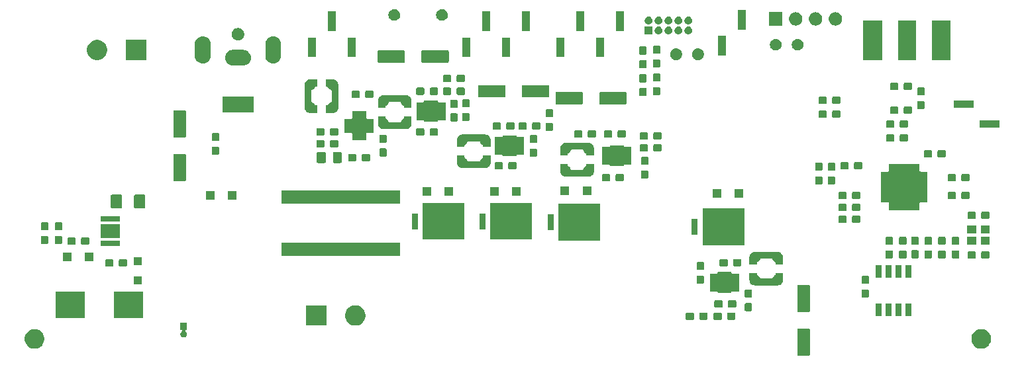
<source format=gts>
G04 #@! TF.GenerationSoftware,KiCad,Pcbnew,5.0.2-5.0.2*
G04 #@! TF.CreationDate,2019-03-08T22:42:58+01:00*
G04 #@! TF.ProjectId,motherboard,6d6f7468-6572-4626-9f61-72642e6b6963,rev?*
G04 #@! TF.SameCoordinates,Original*
G04 #@! TF.FileFunction,Soldermask,Top*
G04 #@! TF.FilePolarity,Negative*
%FSLAX46Y46*%
G04 Gerber Fmt 4.6, Leading zero omitted, Abs format (unit mm)*
G04 Created by KiCad (PCBNEW 5.0.2-5.0.2) date Fri 08 Mar 2019 10:42:58 PM CET*
%MOMM*%
%LPD*%
G01*
G04 APERTURE LIST*
%ADD10C,0.100000*%
G04 APERTURE END LIST*
D10*
G36*
X162973826Y-120687745D02*
X163004491Y-120697048D01*
X163032750Y-120712152D01*
X163057520Y-120732480D01*
X163077848Y-120757250D01*
X163092952Y-120785509D01*
X163102255Y-120816174D01*
X163106000Y-120854202D01*
X163106000Y-124013798D01*
X163102255Y-124051826D01*
X163092952Y-124082491D01*
X163077848Y-124110750D01*
X163057520Y-124135520D01*
X163032750Y-124155848D01*
X163004491Y-124170952D01*
X162973826Y-124180255D01*
X162935798Y-124184000D01*
X161676202Y-124184000D01*
X161638174Y-124180255D01*
X161607509Y-124170952D01*
X161579250Y-124155848D01*
X161554480Y-124135520D01*
X161534152Y-124110750D01*
X161519048Y-124082491D01*
X161509745Y-124051826D01*
X161506000Y-124013798D01*
X161506000Y-120854202D01*
X161509745Y-120816174D01*
X161519048Y-120785509D01*
X161534152Y-120757250D01*
X161554480Y-120732480D01*
X161579250Y-120712152D01*
X161607509Y-120697048D01*
X161638174Y-120687745D01*
X161676202Y-120684000D01*
X162935798Y-120684000D01*
X162973826Y-120687745D01*
X162973826Y-120687745D01*
G37*
G36*
X185364612Y-120798037D02*
X185592096Y-120892264D01*
X185796831Y-121029064D01*
X185970936Y-121203169D01*
X186107736Y-121407904D01*
X186201963Y-121635388D01*
X186250000Y-121876885D01*
X186250000Y-122123115D01*
X186201963Y-122364612D01*
X186107736Y-122592096D01*
X185970936Y-122796831D01*
X185796831Y-122970936D01*
X185592096Y-123107736D01*
X185364612Y-123201963D01*
X185123115Y-123250000D01*
X184876885Y-123250000D01*
X184635388Y-123201963D01*
X184407904Y-123107736D01*
X184203169Y-122970936D01*
X184029064Y-122796831D01*
X183892264Y-122592096D01*
X183798037Y-122364612D01*
X183750000Y-122123115D01*
X183750000Y-121876885D01*
X183798037Y-121635388D01*
X183892264Y-121407904D01*
X184029064Y-121203169D01*
X184203169Y-121029064D01*
X184407904Y-120892264D01*
X184635388Y-120798037D01*
X184876885Y-120750000D01*
X185123115Y-120750000D01*
X185364612Y-120798037D01*
X185364612Y-120798037D01*
G37*
G36*
X64364612Y-120798037D02*
X64592096Y-120892264D01*
X64796831Y-121029064D01*
X64970936Y-121203169D01*
X65107736Y-121407904D01*
X65201963Y-121635388D01*
X65250000Y-121876885D01*
X65250000Y-122123115D01*
X65201963Y-122364612D01*
X65107736Y-122592096D01*
X64970936Y-122796831D01*
X64796831Y-122970936D01*
X64592096Y-123107736D01*
X64364612Y-123201963D01*
X64123115Y-123250000D01*
X63876885Y-123250000D01*
X63635388Y-123201963D01*
X63407904Y-123107736D01*
X63203169Y-122970936D01*
X63029064Y-122796831D01*
X62892264Y-122592096D01*
X62798037Y-122364612D01*
X62750000Y-122123115D01*
X62750000Y-121876885D01*
X62798037Y-121635388D01*
X62892264Y-121407904D01*
X63029064Y-121203169D01*
X63203169Y-121029064D01*
X63407904Y-120892264D01*
X63635388Y-120798037D01*
X63876885Y-120750000D01*
X64123115Y-120750000D01*
X64364612Y-120798037D01*
X64364612Y-120798037D01*
G37*
G36*
X83483000Y-120821000D02*
X83376643Y-120821000D01*
X83352257Y-120823402D01*
X83328808Y-120830515D01*
X83307197Y-120842066D01*
X83288255Y-120857612D01*
X83272709Y-120876554D01*
X83261158Y-120898165D01*
X83254045Y-120921614D01*
X83251643Y-120946000D01*
X83254045Y-120970386D01*
X83261158Y-120993835D01*
X83272709Y-121015446D01*
X83297341Y-121042624D01*
X83359974Y-121094026D01*
X83413086Y-121158743D01*
X83452549Y-121232573D01*
X83476851Y-121312684D01*
X83485056Y-121396000D01*
X83476851Y-121479316D01*
X83452549Y-121559427D01*
X83413086Y-121633257D01*
X83413084Y-121633260D01*
X83359974Y-121697974D01*
X83295260Y-121751084D01*
X83295258Y-121751085D01*
X83295257Y-121751086D01*
X83221427Y-121790549D01*
X83141316Y-121814851D01*
X83078878Y-121821000D01*
X83037122Y-121821000D01*
X82974684Y-121814851D01*
X82894573Y-121790549D01*
X82820743Y-121751086D01*
X82820742Y-121751085D01*
X82820740Y-121751084D01*
X82756026Y-121697974D01*
X82702916Y-121633260D01*
X82702914Y-121633257D01*
X82663451Y-121559427D01*
X82639149Y-121479316D01*
X82630944Y-121396000D01*
X82639149Y-121312684D01*
X82663451Y-121232573D01*
X82702914Y-121158743D01*
X82756026Y-121094026D01*
X82818660Y-121042623D01*
X82835984Y-121025299D01*
X82849597Y-121004924D01*
X82858975Y-120982285D01*
X82863755Y-120958252D01*
X82863755Y-120933747D01*
X82858974Y-120909714D01*
X82849597Y-120887075D01*
X82835983Y-120866700D01*
X82818656Y-120849373D01*
X82798281Y-120835760D01*
X82775642Y-120826382D01*
X82739357Y-120821000D01*
X82633000Y-120821000D01*
X82633000Y-119971000D01*
X83483000Y-119971000D01*
X83483000Y-120821000D01*
X83483000Y-120821000D01*
G37*
G36*
X105379196Y-117749958D02*
X105615780Y-117847954D01*
X105828705Y-117990226D01*
X106009774Y-118171295D01*
X106152046Y-118384220D01*
X106250042Y-118620804D01*
X106300000Y-118871960D01*
X106300000Y-119128040D01*
X106250042Y-119379196D01*
X106152046Y-119615780D01*
X106009774Y-119828705D01*
X105828705Y-120009774D01*
X105615780Y-120152046D01*
X105379196Y-120250042D01*
X105128040Y-120300000D01*
X104871960Y-120300000D01*
X104620804Y-120250042D01*
X104384220Y-120152046D01*
X104171295Y-120009774D01*
X103990226Y-119828705D01*
X103847954Y-119615780D01*
X103749958Y-119379196D01*
X103700000Y-119128040D01*
X103700000Y-118871960D01*
X103749958Y-118620804D01*
X103847954Y-118384220D01*
X103990226Y-118171295D01*
X104171295Y-117990226D01*
X104384220Y-117847954D01*
X104620804Y-117749958D01*
X104871960Y-117700000D01*
X105128040Y-117700000D01*
X105379196Y-117749958D01*
X105379196Y-117749958D01*
G37*
G36*
X101300000Y-120300000D02*
X98700000Y-120300000D01*
X98700000Y-117700000D01*
X101300000Y-117700000D01*
X101300000Y-120300000D01*
X101300000Y-120300000D01*
G37*
G36*
X149897535Y-118621019D02*
X149930247Y-118630943D01*
X149960401Y-118647061D01*
X149986827Y-118668748D01*
X150008514Y-118695174D01*
X150024632Y-118725328D01*
X150034556Y-118758040D01*
X150038511Y-118798202D01*
X150038511Y-119385926D01*
X150034556Y-119426088D01*
X150024632Y-119458800D01*
X150008514Y-119488954D01*
X149986827Y-119515380D01*
X149960401Y-119537067D01*
X149930247Y-119553185D01*
X149897535Y-119563109D01*
X149857373Y-119567064D01*
X149169649Y-119567064D01*
X149129487Y-119563109D01*
X149096775Y-119553185D01*
X149066621Y-119537067D01*
X149040195Y-119515380D01*
X149018508Y-119488954D01*
X149002390Y-119458800D01*
X148992466Y-119426088D01*
X148988511Y-119385926D01*
X148988511Y-118798202D01*
X148992466Y-118758040D01*
X149002390Y-118725328D01*
X149018508Y-118695174D01*
X149040195Y-118668748D01*
X149066621Y-118647061D01*
X149096775Y-118630943D01*
X149129487Y-118621019D01*
X149169649Y-118617064D01*
X149857373Y-118617064D01*
X149897535Y-118621019D01*
X149897535Y-118621019D01*
G37*
G36*
X148147535Y-118621019D02*
X148180247Y-118630943D01*
X148210401Y-118647061D01*
X148236827Y-118668748D01*
X148258514Y-118695174D01*
X148274632Y-118725328D01*
X148284556Y-118758040D01*
X148288511Y-118798202D01*
X148288511Y-119385926D01*
X148284556Y-119426088D01*
X148274632Y-119458800D01*
X148258514Y-119488954D01*
X148236827Y-119515380D01*
X148210401Y-119537067D01*
X148180247Y-119553185D01*
X148147535Y-119563109D01*
X148107373Y-119567064D01*
X147419649Y-119567064D01*
X147379487Y-119563109D01*
X147346775Y-119553185D01*
X147316621Y-119537067D01*
X147290195Y-119515380D01*
X147268508Y-119488954D01*
X147252390Y-119458800D01*
X147242466Y-119426088D01*
X147238511Y-119385926D01*
X147238511Y-118798202D01*
X147242466Y-118758040D01*
X147252390Y-118725328D01*
X147268508Y-118695174D01*
X147290195Y-118668748D01*
X147316621Y-118647061D01*
X147346775Y-118630943D01*
X147379487Y-118621019D01*
X147419649Y-118617064D01*
X148107373Y-118617064D01*
X148147535Y-118621019D01*
X148147535Y-118621019D01*
G37*
G36*
X151703535Y-118621019D02*
X151736247Y-118630943D01*
X151766401Y-118647061D01*
X151792827Y-118668748D01*
X151814514Y-118695174D01*
X151830632Y-118725328D01*
X151840556Y-118758040D01*
X151844511Y-118798202D01*
X151844511Y-119385926D01*
X151840556Y-119426088D01*
X151830632Y-119458800D01*
X151814514Y-119488954D01*
X151792827Y-119515380D01*
X151766401Y-119537067D01*
X151736247Y-119553185D01*
X151703535Y-119563109D01*
X151663373Y-119567064D01*
X150975649Y-119567064D01*
X150935487Y-119563109D01*
X150902775Y-119553185D01*
X150872621Y-119537067D01*
X150846195Y-119515380D01*
X150824508Y-119488954D01*
X150808390Y-119458800D01*
X150798466Y-119426088D01*
X150794511Y-119385926D01*
X150794511Y-118798202D01*
X150798466Y-118758040D01*
X150808390Y-118725328D01*
X150824508Y-118695174D01*
X150846195Y-118668748D01*
X150872621Y-118647061D01*
X150902775Y-118630943D01*
X150935487Y-118621019D01*
X150975649Y-118617064D01*
X151663373Y-118617064D01*
X151703535Y-118621019D01*
X151703535Y-118621019D01*
G37*
G36*
X153453535Y-118621019D02*
X153486247Y-118630943D01*
X153516401Y-118647061D01*
X153542827Y-118668748D01*
X153564514Y-118695174D01*
X153580632Y-118725328D01*
X153590556Y-118758040D01*
X153594511Y-118798202D01*
X153594511Y-119385926D01*
X153590556Y-119426088D01*
X153580632Y-119458800D01*
X153564514Y-119488954D01*
X153542827Y-119515380D01*
X153516401Y-119537067D01*
X153486247Y-119553185D01*
X153453535Y-119563109D01*
X153413373Y-119567064D01*
X152725649Y-119567064D01*
X152685487Y-119563109D01*
X152652775Y-119553185D01*
X152622621Y-119537067D01*
X152596195Y-119515380D01*
X152574508Y-119488954D01*
X152558390Y-119458800D01*
X152548466Y-119426088D01*
X152544511Y-119385926D01*
X152544511Y-118798202D01*
X152548466Y-118758040D01*
X152558390Y-118725328D01*
X152574508Y-118695174D01*
X152596195Y-118668748D01*
X152622621Y-118647061D01*
X152652775Y-118630943D01*
X152685487Y-118621019D01*
X152725649Y-118617064D01*
X153413373Y-118617064D01*
X153453535Y-118621019D01*
X153453535Y-118621019D01*
G37*
G36*
X70432000Y-119366000D02*
X66732000Y-119366000D01*
X66732000Y-115966000D01*
X70432000Y-115966000D01*
X70432000Y-119366000D01*
X70432000Y-119366000D01*
G37*
G36*
X77832000Y-119366000D02*
X74132000Y-119366000D01*
X74132000Y-115966000D01*
X77832000Y-115966000D01*
X77832000Y-119366000D01*
X77832000Y-119366000D01*
G37*
G36*
X176049561Y-119064668D02*
X175349561Y-119064668D01*
X175349561Y-117464668D01*
X176049561Y-117464668D01*
X176049561Y-119064668D01*
X176049561Y-119064668D01*
G37*
G36*
X174779561Y-119064668D02*
X174079561Y-119064668D01*
X174079561Y-117464668D01*
X174779561Y-117464668D01*
X174779561Y-119064668D01*
X174779561Y-119064668D01*
G37*
G36*
X173509561Y-119064668D02*
X172809561Y-119064668D01*
X172809561Y-117464668D01*
X173509561Y-117464668D01*
X173509561Y-119064668D01*
X173509561Y-119064668D01*
G37*
G36*
X172239561Y-119064668D02*
X171539561Y-119064668D01*
X171539561Y-117464668D01*
X172239561Y-117464668D01*
X172239561Y-119064668D01*
X172239561Y-119064668D01*
G37*
G36*
X162973826Y-115087745D02*
X163004491Y-115097048D01*
X163032750Y-115112152D01*
X163057520Y-115132480D01*
X163077848Y-115157250D01*
X163092952Y-115185509D01*
X163102255Y-115216174D01*
X163106000Y-115254202D01*
X163106000Y-118413798D01*
X163102255Y-118451826D01*
X163092952Y-118482491D01*
X163077848Y-118510750D01*
X163057520Y-118535520D01*
X163032750Y-118555848D01*
X163004491Y-118570952D01*
X162973826Y-118580255D01*
X162935798Y-118584000D01*
X161676202Y-118584000D01*
X161638174Y-118580255D01*
X161607509Y-118570952D01*
X161579250Y-118555848D01*
X161554480Y-118535520D01*
X161534152Y-118510750D01*
X161519048Y-118482491D01*
X161509745Y-118451826D01*
X161506000Y-118413798D01*
X161506000Y-115254202D01*
X161509745Y-115216174D01*
X161519048Y-115185509D01*
X161534152Y-115157250D01*
X161554480Y-115132480D01*
X161579250Y-115112152D01*
X161607509Y-115097048D01*
X161638174Y-115087745D01*
X161676202Y-115084000D01*
X162935798Y-115084000D01*
X162973826Y-115087745D01*
X162973826Y-115087745D01*
G37*
G36*
X155576535Y-117414019D02*
X155609247Y-117423943D01*
X155639401Y-117440061D01*
X155665827Y-117461748D01*
X155687514Y-117488174D01*
X155703632Y-117518328D01*
X155713556Y-117551040D01*
X155717511Y-117591202D01*
X155717511Y-118278926D01*
X155713556Y-118319088D01*
X155703632Y-118351800D01*
X155687514Y-118381954D01*
X155665827Y-118408380D01*
X155639401Y-118430067D01*
X155609247Y-118446185D01*
X155576535Y-118456109D01*
X155536373Y-118460064D01*
X154948649Y-118460064D01*
X154908487Y-118456109D01*
X154875775Y-118446185D01*
X154845621Y-118430067D01*
X154819195Y-118408380D01*
X154797508Y-118381954D01*
X154781390Y-118351800D01*
X154771466Y-118319088D01*
X154767511Y-118278926D01*
X154767511Y-117591202D01*
X154771466Y-117551040D01*
X154781390Y-117518328D01*
X154797508Y-117488174D01*
X154819195Y-117461748D01*
X154845621Y-117440061D01*
X154875775Y-117423943D01*
X154908487Y-117414019D01*
X154948649Y-117410064D01*
X155536373Y-117410064D01*
X155576535Y-117414019D01*
X155576535Y-117414019D01*
G37*
G36*
X153550957Y-117050397D02*
X153583669Y-117060321D01*
X153613823Y-117076439D01*
X153640249Y-117098126D01*
X153661936Y-117124552D01*
X153678054Y-117154706D01*
X153687978Y-117187418D01*
X153691933Y-117227580D01*
X153691933Y-117815304D01*
X153687978Y-117855466D01*
X153678054Y-117888178D01*
X153661936Y-117918332D01*
X153640249Y-117944758D01*
X153613823Y-117966445D01*
X153583669Y-117982563D01*
X153550957Y-117992487D01*
X153510795Y-117996442D01*
X152823071Y-117996442D01*
X152782909Y-117992487D01*
X152750197Y-117982563D01*
X152720043Y-117966445D01*
X152693617Y-117944758D01*
X152671930Y-117918332D01*
X152655812Y-117888178D01*
X152645888Y-117855466D01*
X152641933Y-117815304D01*
X152641933Y-117227580D01*
X152645888Y-117187418D01*
X152655812Y-117154706D01*
X152671930Y-117124552D01*
X152693617Y-117098126D01*
X152720043Y-117076439D01*
X152750197Y-117060321D01*
X152782909Y-117050397D01*
X152823071Y-117046442D01*
X153510795Y-117046442D01*
X153550957Y-117050397D01*
X153550957Y-117050397D01*
G37*
G36*
X151800957Y-117050397D02*
X151833669Y-117060321D01*
X151863823Y-117076439D01*
X151890249Y-117098126D01*
X151911936Y-117124552D01*
X151928054Y-117154706D01*
X151937978Y-117187418D01*
X151941933Y-117227580D01*
X151941933Y-117815304D01*
X151937978Y-117855466D01*
X151928054Y-117888178D01*
X151911936Y-117918332D01*
X151890249Y-117944758D01*
X151863823Y-117966445D01*
X151833669Y-117982563D01*
X151800957Y-117992487D01*
X151760795Y-117996442D01*
X151073071Y-117996442D01*
X151032909Y-117992487D01*
X151000197Y-117982563D01*
X150970043Y-117966445D01*
X150943617Y-117944758D01*
X150921930Y-117918332D01*
X150905812Y-117888178D01*
X150895888Y-117855466D01*
X150891933Y-117815304D01*
X150891933Y-117227580D01*
X150895888Y-117187418D01*
X150905812Y-117154706D01*
X150921930Y-117124552D01*
X150943617Y-117098126D01*
X150970043Y-117076439D01*
X151000197Y-117060321D01*
X151032909Y-117050397D01*
X151073071Y-117046442D01*
X151760795Y-117046442D01*
X151800957Y-117050397D01*
X151800957Y-117050397D01*
G37*
G36*
X170514024Y-115669955D02*
X170546736Y-115679879D01*
X170576890Y-115695997D01*
X170603316Y-115717684D01*
X170625003Y-115744110D01*
X170641121Y-115774264D01*
X170651045Y-115806976D01*
X170655000Y-115847138D01*
X170655000Y-116534862D01*
X170651045Y-116575024D01*
X170641121Y-116607736D01*
X170625003Y-116637890D01*
X170603316Y-116664316D01*
X170576890Y-116686003D01*
X170546736Y-116702121D01*
X170514024Y-116712045D01*
X170473862Y-116716000D01*
X169886138Y-116716000D01*
X169845976Y-116712045D01*
X169813264Y-116702121D01*
X169783110Y-116686003D01*
X169756684Y-116664316D01*
X169734997Y-116637890D01*
X169718879Y-116607736D01*
X169708955Y-116575024D01*
X169705000Y-116534862D01*
X169705000Y-115847138D01*
X169708955Y-115806976D01*
X169718879Y-115774264D01*
X169734997Y-115744110D01*
X169756684Y-115717684D01*
X169783110Y-115695997D01*
X169813264Y-115679879D01*
X169845976Y-115669955D01*
X169886138Y-115666000D01*
X170473862Y-115666000D01*
X170514024Y-115669955D01*
X170514024Y-115669955D01*
G37*
G36*
X155576535Y-115664019D02*
X155609247Y-115673943D01*
X155639401Y-115690061D01*
X155665827Y-115711748D01*
X155687514Y-115738174D01*
X155703632Y-115768328D01*
X155713556Y-115801040D01*
X155717511Y-115841202D01*
X155717511Y-116528926D01*
X155713556Y-116569088D01*
X155703632Y-116601800D01*
X155687514Y-116631954D01*
X155665827Y-116658380D01*
X155639401Y-116680067D01*
X155609247Y-116696185D01*
X155576535Y-116706109D01*
X155536373Y-116710064D01*
X154948649Y-116710064D01*
X154908487Y-116706109D01*
X154875775Y-116696185D01*
X154845621Y-116680067D01*
X154819195Y-116658380D01*
X154797508Y-116631954D01*
X154781390Y-116601800D01*
X154771466Y-116569088D01*
X154767511Y-116528926D01*
X154767511Y-115841202D01*
X154771466Y-115801040D01*
X154781390Y-115768328D01*
X154797508Y-115738174D01*
X154819195Y-115711748D01*
X154845621Y-115690061D01*
X154875775Y-115673943D01*
X154908487Y-115664019D01*
X154948649Y-115660064D01*
X155536373Y-115660064D01*
X155576535Y-115664019D01*
X155576535Y-115664019D01*
G37*
G36*
X153069511Y-113499064D02*
X153071913Y-113523450D01*
X153079026Y-113546899D01*
X153090577Y-113568510D01*
X153106123Y-113587452D01*
X153125065Y-113602998D01*
X153146676Y-113614549D01*
X153170125Y-113621662D01*
X153194511Y-113624064D01*
X154069511Y-113624064D01*
X154069511Y-115924064D01*
X153194511Y-115924064D01*
X153170125Y-115926466D01*
X153146676Y-115933579D01*
X153125065Y-115945130D01*
X153106123Y-115960676D01*
X153090577Y-115979618D01*
X153079026Y-116001229D01*
X153071913Y-116024678D01*
X153069511Y-116049064D01*
X153069511Y-116124064D01*
X151319511Y-116124064D01*
X151319511Y-116049064D01*
X151317109Y-116024678D01*
X151309996Y-116001229D01*
X151298445Y-115979618D01*
X151282899Y-115960676D01*
X151263957Y-115945130D01*
X151242346Y-115933579D01*
X151218897Y-115926466D01*
X151194511Y-115924064D01*
X150319511Y-115924064D01*
X150319511Y-113624064D01*
X151194511Y-113624064D01*
X151218897Y-113621662D01*
X151242346Y-113614549D01*
X151263957Y-113602998D01*
X151282899Y-113587452D01*
X151298445Y-113568510D01*
X151309996Y-113546899D01*
X151317109Y-113523450D01*
X151319511Y-113499064D01*
X151319511Y-113424064D01*
X153069511Y-113424064D01*
X153069511Y-113499064D01*
X153069511Y-113499064D01*
G37*
G36*
X156328511Y-113708420D02*
X156330913Y-113732806D01*
X156338026Y-113756255D01*
X156349577Y-113777866D01*
X156365123Y-113796808D01*
X156384065Y-113812354D01*
X156405675Y-113823905D01*
X156410087Y-113825733D01*
X156467799Y-113864295D01*
X156510106Y-113892563D01*
X156524736Y-113902339D01*
X156622236Y-113999839D01*
X156698843Y-114114489D01*
X156742091Y-114218899D01*
X156753642Y-114240510D01*
X156769187Y-114259452D01*
X156788129Y-114274998D01*
X156809740Y-114286549D01*
X156833189Y-114293662D01*
X156857576Y-114296064D01*
X158199446Y-114296064D01*
X158223832Y-114293662D01*
X158247281Y-114286549D01*
X158268892Y-114274998D01*
X158287834Y-114259452D01*
X158303380Y-114240510D01*
X158314931Y-114218899D01*
X158358179Y-114114489D01*
X158434786Y-113999839D01*
X158532286Y-113902339D01*
X158546917Y-113892563D01*
X158589223Y-113864295D01*
X158646935Y-113825733D01*
X158651347Y-113823905D01*
X158672958Y-113812354D01*
X158691900Y-113796808D01*
X158707445Y-113777866D01*
X158718996Y-113756255D01*
X158726109Y-113732806D01*
X158728511Y-113708420D01*
X158728511Y-113546064D01*
X159678511Y-113546064D01*
X159678511Y-114525912D01*
X159672212Y-114546678D01*
X159651611Y-114650246D01*
X159607449Y-114756862D01*
X159598843Y-114777638D01*
X159525176Y-114887890D01*
X159522236Y-114892289D01*
X159424736Y-114989789D01*
X159310085Y-115066396D01*
X159182693Y-115119164D01*
X159079125Y-115139765D01*
X159058359Y-115146064D01*
X155998663Y-115146064D01*
X155977897Y-115139765D01*
X155874329Y-115119164D01*
X155746937Y-115066396D01*
X155632286Y-114989789D01*
X155534786Y-114892289D01*
X155531847Y-114887890D01*
X155458179Y-114777638D01*
X155449573Y-114756862D01*
X155405411Y-114650246D01*
X155384810Y-114546678D01*
X155378511Y-114525912D01*
X155378511Y-113546064D01*
X156328511Y-113546064D01*
X156328511Y-113708420D01*
X156328511Y-113708420D01*
G37*
G36*
X77716000Y-115034000D02*
X76716000Y-115034000D01*
X76716000Y-114034000D01*
X77716000Y-114034000D01*
X77716000Y-115034000D01*
X77716000Y-115034000D01*
G37*
G36*
X170514024Y-113919955D02*
X170546736Y-113929879D01*
X170576890Y-113945997D01*
X170603316Y-113967684D01*
X170625003Y-113994110D01*
X170641121Y-114024264D01*
X170651045Y-114056976D01*
X170655000Y-114097138D01*
X170655000Y-114784862D01*
X170651045Y-114825024D01*
X170641121Y-114857736D01*
X170625003Y-114887890D01*
X170603316Y-114914316D01*
X170576890Y-114936003D01*
X170546736Y-114952121D01*
X170514024Y-114962045D01*
X170473862Y-114966000D01*
X169886138Y-114966000D01*
X169845976Y-114962045D01*
X169813264Y-114952121D01*
X169783110Y-114936003D01*
X169756684Y-114914316D01*
X169734997Y-114887890D01*
X169718879Y-114857736D01*
X169708955Y-114825024D01*
X169705000Y-114784862D01*
X169705000Y-114097138D01*
X169708955Y-114056976D01*
X169718879Y-114024264D01*
X169734997Y-113994110D01*
X169756684Y-113967684D01*
X169783110Y-113945997D01*
X169813264Y-113929879D01*
X169845976Y-113919955D01*
X169886138Y-113916000D01*
X170473862Y-113916000D01*
X170514024Y-113919955D01*
X170514024Y-113919955D01*
G37*
G36*
X149432024Y-113891955D02*
X149464736Y-113901879D01*
X149494890Y-113917997D01*
X149521316Y-113939684D01*
X149543003Y-113966110D01*
X149559121Y-113996264D01*
X149569045Y-114028976D01*
X149573000Y-114069138D01*
X149573000Y-114756862D01*
X149569045Y-114797024D01*
X149559121Y-114829736D01*
X149543003Y-114859890D01*
X149521316Y-114886316D01*
X149494890Y-114908003D01*
X149464736Y-114924121D01*
X149432024Y-114934045D01*
X149391862Y-114938000D01*
X148804138Y-114938000D01*
X148763976Y-114934045D01*
X148731264Y-114924121D01*
X148701110Y-114908003D01*
X148674684Y-114886316D01*
X148652997Y-114859890D01*
X148636879Y-114829736D01*
X148626955Y-114797024D01*
X148623000Y-114756862D01*
X148623000Y-114069138D01*
X148626955Y-114028976D01*
X148636879Y-113996264D01*
X148652997Y-113966110D01*
X148674684Y-113939684D01*
X148701110Y-113917997D01*
X148731264Y-113901879D01*
X148763976Y-113891955D01*
X148804138Y-113888000D01*
X149391862Y-113888000D01*
X149432024Y-113891955D01*
X149432024Y-113891955D01*
G37*
G36*
X176049561Y-114134668D02*
X175349561Y-114134668D01*
X175349561Y-112534668D01*
X176049561Y-112534668D01*
X176049561Y-114134668D01*
X176049561Y-114134668D01*
G37*
G36*
X173509561Y-114134668D02*
X172809561Y-114134668D01*
X172809561Y-112534668D01*
X173509561Y-112534668D01*
X173509561Y-114134668D01*
X173509561Y-114134668D01*
G37*
G36*
X174779561Y-114134668D02*
X174079561Y-114134668D01*
X174079561Y-112534668D01*
X174779561Y-112534668D01*
X174779561Y-114134668D01*
X174779561Y-114134668D01*
G37*
G36*
X172239561Y-114134668D02*
X171539561Y-114134668D01*
X171539561Y-112534668D01*
X172239561Y-112534668D01*
X172239561Y-114134668D01*
X172239561Y-114134668D01*
G37*
G36*
X149432024Y-112141955D02*
X149464736Y-112151879D01*
X149494890Y-112167997D01*
X149521316Y-112189684D01*
X149543003Y-112216110D01*
X149559121Y-112246264D01*
X149569045Y-112278976D01*
X149573000Y-112319138D01*
X149573000Y-113006862D01*
X149569045Y-113047024D01*
X149559121Y-113079736D01*
X149543003Y-113109890D01*
X149521316Y-113136316D01*
X149494890Y-113158003D01*
X149464736Y-113174121D01*
X149432024Y-113184045D01*
X149391862Y-113188000D01*
X148804138Y-113188000D01*
X148763976Y-113184045D01*
X148731264Y-113174121D01*
X148701110Y-113158003D01*
X148674684Y-113136316D01*
X148652997Y-113109890D01*
X148636879Y-113079736D01*
X148626955Y-113047024D01*
X148623000Y-113006862D01*
X148623000Y-112319138D01*
X148626955Y-112278976D01*
X148636879Y-112246264D01*
X148652997Y-112216110D01*
X148674684Y-112189684D01*
X148701110Y-112167997D01*
X148731264Y-112151879D01*
X148763976Y-112141955D01*
X148804138Y-112138000D01*
X149391862Y-112138000D01*
X149432024Y-112141955D01*
X149432024Y-112141955D01*
G37*
G36*
X73931024Y-111796955D02*
X73963736Y-111806879D01*
X73993890Y-111822997D01*
X74020316Y-111844684D01*
X74042003Y-111871110D01*
X74058121Y-111901264D01*
X74068045Y-111933976D01*
X74072000Y-111974138D01*
X74072000Y-112561862D01*
X74068045Y-112602024D01*
X74058121Y-112634736D01*
X74042003Y-112664890D01*
X74020316Y-112691316D01*
X73993890Y-112713003D01*
X73963736Y-112729121D01*
X73931024Y-112739045D01*
X73890862Y-112743000D01*
X73203138Y-112743000D01*
X73162976Y-112739045D01*
X73130264Y-112729121D01*
X73100110Y-112713003D01*
X73073684Y-112691316D01*
X73051997Y-112664890D01*
X73035879Y-112634736D01*
X73025955Y-112602024D01*
X73022000Y-112561862D01*
X73022000Y-111974138D01*
X73025955Y-111933976D01*
X73035879Y-111901264D01*
X73051997Y-111871110D01*
X73073684Y-111844684D01*
X73100110Y-111822997D01*
X73130264Y-111806879D01*
X73162976Y-111796955D01*
X73203138Y-111793000D01*
X73890862Y-111793000D01*
X73931024Y-111796955D01*
X73931024Y-111796955D01*
G37*
G36*
X75681024Y-111796955D02*
X75713736Y-111806879D01*
X75743890Y-111822997D01*
X75770316Y-111844684D01*
X75792003Y-111871110D01*
X75808121Y-111901264D01*
X75818045Y-111933976D01*
X75822000Y-111974138D01*
X75822000Y-112561862D01*
X75818045Y-112602024D01*
X75808121Y-112634736D01*
X75792003Y-112664890D01*
X75770316Y-112691316D01*
X75743890Y-112713003D01*
X75713736Y-112729121D01*
X75681024Y-112739045D01*
X75640862Y-112743000D01*
X74953138Y-112743000D01*
X74912976Y-112739045D01*
X74880264Y-112729121D01*
X74850110Y-112713003D01*
X74823684Y-112691316D01*
X74801997Y-112664890D01*
X74785879Y-112634736D01*
X74775955Y-112602024D01*
X74772000Y-112561862D01*
X74772000Y-111974138D01*
X74775955Y-111933976D01*
X74785879Y-111901264D01*
X74801997Y-111871110D01*
X74823684Y-111844684D01*
X74850110Y-111822997D01*
X74880264Y-111806879D01*
X74912976Y-111796955D01*
X74953138Y-111793000D01*
X75640862Y-111793000D01*
X75681024Y-111796955D01*
X75681024Y-111796955D01*
G37*
G36*
X152465535Y-111763019D02*
X152498247Y-111772943D01*
X152528401Y-111789061D01*
X152554827Y-111810748D01*
X152576514Y-111837174D01*
X152592632Y-111867328D01*
X152602556Y-111900040D01*
X152606511Y-111940202D01*
X152606511Y-112527926D01*
X152602556Y-112568088D01*
X152592632Y-112600800D01*
X152576514Y-112630954D01*
X152554827Y-112657380D01*
X152528401Y-112679067D01*
X152498247Y-112695185D01*
X152465535Y-112705109D01*
X152425373Y-112709064D01*
X151737649Y-112709064D01*
X151697487Y-112705109D01*
X151664775Y-112695185D01*
X151634621Y-112679067D01*
X151608195Y-112657380D01*
X151586508Y-112630954D01*
X151570390Y-112600800D01*
X151560466Y-112568088D01*
X151556511Y-112527926D01*
X151556511Y-111940202D01*
X151560466Y-111900040D01*
X151570390Y-111867328D01*
X151586508Y-111837174D01*
X151608195Y-111810748D01*
X151634621Y-111789061D01*
X151664775Y-111772943D01*
X151697487Y-111763019D01*
X151737649Y-111759064D01*
X152425373Y-111759064D01*
X152465535Y-111763019D01*
X152465535Y-111763019D01*
G37*
G36*
X154215535Y-111763019D02*
X154248247Y-111772943D01*
X154278401Y-111789061D01*
X154304827Y-111810748D01*
X154326514Y-111837174D01*
X154342632Y-111867328D01*
X154352556Y-111900040D01*
X154356511Y-111940202D01*
X154356511Y-112527926D01*
X154352556Y-112568088D01*
X154342632Y-112600800D01*
X154326514Y-112630954D01*
X154304827Y-112657380D01*
X154278401Y-112679067D01*
X154248247Y-112695185D01*
X154215535Y-112705109D01*
X154175373Y-112709064D01*
X153487649Y-112709064D01*
X153447487Y-112705109D01*
X153414775Y-112695185D01*
X153384621Y-112679067D01*
X153358195Y-112657380D01*
X153336508Y-112630954D01*
X153320390Y-112600800D01*
X153310466Y-112568088D01*
X153306511Y-112527926D01*
X153306511Y-111940202D01*
X153310466Y-111900040D01*
X153320390Y-111867328D01*
X153336508Y-111837174D01*
X153358195Y-111810748D01*
X153384621Y-111789061D01*
X153414775Y-111772943D01*
X153447487Y-111763019D01*
X153487649Y-111759064D01*
X154175373Y-111759064D01*
X154215535Y-111763019D01*
X154215535Y-111763019D01*
G37*
G36*
X77716000Y-112534000D02*
X76716000Y-112534000D01*
X76716000Y-111534000D01*
X77716000Y-111534000D01*
X77716000Y-112534000D01*
X77716000Y-112534000D01*
G37*
G36*
X159079125Y-110852363D02*
X159182693Y-110872964D01*
X159304969Y-110923613D01*
X159310085Y-110925732D01*
X159373593Y-110968166D01*
X159424736Y-111002339D01*
X159522236Y-111099839D01*
X159598843Y-111214490D01*
X159651611Y-111341882D01*
X159672212Y-111445450D01*
X159678511Y-111466216D01*
X159678511Y-112446064D01*
X158728511Y-112446064D01*
X158728511Y-112283708D01*
X158726109Y-112259322D01*
X158718996Y-112235873D01*
X158707445Y-112214262D01*
X158691899Y-112195320D01*
X158672957Y-112179774D01*
X158651347Y-112168223D01*
X158646935Y-112166395D01*
X158532286Y-112089789D01*
X158434786Y-111992289D01*
X158358179Y-111877639D01*
X158314931Y-111773229D01*
X158303380Y-111751618D01*
X158287835Y-111732676D01*
X158268893Y-111717130D01*
X158247282Y-111705579D01*
X158223833Y-111698466D01*
X158199446Y-111696064D01*
X156857576Y-111696064D01*
X156833190Y-111698466D01*
X156809741Y-111705579D01*
X156788130Y-111717130D01*
X156769188Y-111732676D01*
X156753642Y-111751618D01*
X156742091Y-111773229D01*
X156698843Y-111877639D01*
X156622236Y-111992289D01*
X156524736Y-112089789D01*
X156410087Y-112166395D01*
X156405675Y-112168223D01*
X156384064Y-112179774D01*
X156365122Y-112195320D01*
X156349577Y-112214262D01*
X156338026Y-112235873D01*
X156330913Y-112259322D01*
X156328511Y-112283708D01*
X156328511Y-112446064D01*
X155378511Y-112446064D01*
X155378511Y-111466216D01*
X155384810Y-111445450D01*
X155405411Y-111341882D01*
X155458179Y-111214490D01*
X155534786Y-111099839D01*
X155632286Y-111002339D01*
X155683430Y-110968166D01*
X155746937Y-110925732D01*
X155752053Y-110923613D01*
X155874329Y-110872964D01*
X155977897Y-110852363D01*
X155998663Y-110846064D01*
X159058359Y-110846064D01*
X159079125Y-110852363D01*
X159079125Y-110852363D01*
G37*
G36*
X71546000Y-112056000D02*
X70446000Y-112056000D01*
X70446000Y-110956000D01*
X71546000Y-110956000D01*
X71546000Y-112056000D01*
X71546000Y-112056000D01*
G37*
G36*
X68746000Y-112056000D02*
X67646000Y-112056000D01*
X67646000Y-110956000D01*
X68746000Y-110956000D01*
X68746000Y-112056000D01*
X68746000Y-112056000D01*
G37*
G36*
X185917024Y-110780955D02*
X185949736Y-110790879D01*
X185979890Y-110806997D01*
X186006316Y-110828684D01*
X186028003Y-110855110D01*
X186044121Y-110885264D01*
X186054045Y-110917976D01*
X186058000Y-110958138D01*
X186058000Y-111545862D01*
X186054045Y-111586024D01*
X186044121Y-111618736D01*
X186028003Y-111648890D01*
X186006316Y-111675316D01*
X185979890Y-111697003D01*
X185949736Y-111713121D01*
X185917024Y-111723045D01*
X185876862Y-111727000D01*
X185189138Y-111727000D01*
X185148976Y-111723045D01*
X185116264Y-111713121D01*
X185086110Y-111697003D01*
X185059684Y-111675316D01*
X185037997Y-111648890D01*
X185021879Y-111618736D01*
X185011955Y-111586024D01*
X185008000Y-111545862D01*
X185008000Y-110958138D01*
X185011955Y-110917976D01*
X185021879Y-110885264D01*
X185037997Y-110855110D01*
X185059684Y-110828684D01*
X185086110Y-110806997D01*
X185116264Y-110790879D01*
X185148976Y-110780955D01*
X185189138Y-110777000D01*
X185876862Y-110777000D01*
X185917024Y-110780955D01*
X185917024Y-110780955D01*
G37*
G36*
X184167024Y-110780955D02*
X184199736Y-110790879D01*
X184229890Y-110806997D01*
X184256316Y-110828684D01*
X184278003Y-110855110D01*
X184294121Y-110885264D01*
X184304045Y-110917976D01*
X184308000Y-110958138D01*
X184308000Y-111545862D01*
X184304045Y-111586024D01*
X184294121Y-111618736D01*
X184278003Y-111648890D01*
X184256316Y-111675316D01*
X184229890Y-111697003D01*
X184199736Y-111713121D01*
X184167024Y-111723045D01*
X184126862Y-111727000D01*
X183439138Y-111727000D01*
X183398976Y-111723045D01*
X183366264Y-111713121D01*
X183336110Y-111697003D01*
X183309684Y-111675316D01*
X183287997Y-111648890D01*
X183271879Y-111618736D01*
X183261955Y-111586024D01*
X183258000Y-111545862D01*
X183258000Y-110958138D01*
X183261955Y-110917976D01*
X183271879Y-110885264D01*
X183287997Y-110855110D01*
X183309684Y-110828684D01*
X183336110Y-110806997D01*
X183366264Y-110790879D01*
X183398976Y-110780955D01*
X183439138Y-110777000D01*
X184126862Y-110777000D01*
X184167024Y-110780955D01*
X184167024Y-110780955D01*
G37*
G36*
X175314024Y-110667955D02*
X175346736Y-110677879D01*
X175376890Y-110693997D01*
X175403316Y-110715684D01*
X175425003Y-110742110D01*
X175441121Y-110772264D01*
X175451045Y-110804976D01*
X175455000Y-110845138D01*
X175455000Y-111532862D01*
X175451045Y-111573024D01*
X175441121Y-111605736D01*
X175425003Y-111635890D01*
X175403316Y-111662316D01*
X175376890Y-111684003D01*
X175346736Y-111700121D01*
X175314024Y-111710045D01*
X175273862Y-111714000D01*
X174686138Y-111714000D01*
X174645976Y-111710045D01*
X174613264Y-111700121D01*
X174583110Y-111684003D01*
X174556684Y-111662316D01*
X174534997Y-111635890D01*
X174518879Y-111605736D01*
X174508955Y-111573024D01*
X174505000Y-111532862D01*
X174505000Y-110845138D01*
X174508955Y-110804976D01*
X174518879Y-110772264D01*
X174534997Y-110742110D01*
X174556684Y-110715684D01*
X174583110Y-110693997D01*
X174613264Y-110677879D01*
X174645976Y-110667955D01*
X174686138Y-110664000D01*
X175273862Y-110664000D01*
X175314024Y-110667955D01*
X175314024Y-110667955D01*
G37*
G36*
X173564024Y-110667955D02*
X173596736Y-110677879D01*
X173626890Y-110693997D01*
X173653316Y-110715684D01*
X173675003Y-110742110D01*
X173691121Y-110772264D01*
X173701045Y-110804976D01*
X173705000Y-110845138D01*
X173705000Y-111532862D01*
X173701045Y-111573024D01*
X173691121Y-111605736D01*
X173675003Y-111635890D01*
X173653316Y-111662316D01*
X173626890Y-111684003D01*
X173596736Y-111700121D01*
X173564024Y-111710045D01*
X173523862Y-111714000D01*
X172936138Y-111714000D01*
X172895976Y-111710045D01*
X172863264Y-111700121D01*
X172833110Y-111684003D01*
X172806684Y-111662316D01*
X172784997Y-111635890D01*
X172768879Y-111605736D01*
X172758955Y-111573024D01*
X172755000Y-111532862D01*
X172755000Y-110845138D01*
X172758955Y-110804976D01*
X172768879Y-110772264D01*
X172784997Y-110742110D01*
X172806684Y-110715684D01*
X172833110Y-110693997D01*
X172863264Y-110677879D01*
X172895976Y-110667955D01*
X172936138Y-110664000D01*
X173523862Y-110664000D01*
X173564024Y-110667955D01*
X173564024Y-110667955D01*
G37*
G36*
X182064024Y-110667955D02*
X182096736Y-110677879D01*
X182126890Y-110693997D01*
X182153316Y-110715684D01*
X182175003Y-110742110D01*
X182191121Y-110772264D01*
X182201045Y-110804976D01*
X182205000Y-110845138D01*
X182205000Y-111532862D01*
X182201045Y-111573024D01*
X182191121Y-111605736D01*
X182175003Y-111635890D01*
X182153316Y-111662316D01*
X182126890Y-111684003D01*
X182096736Y-111700121D01*
X182064024Y-111710045D01*
X182023862Y-111714000D01*
X181436138Y-111714000D01*
X181395976Y-111710045D01*
X181363264Y-111700121D01*
X181333110Y-111684003D01*
X181306684Y-111662316D01*
X181284997Y-111635890D01*
X181268879Y-111605736D01*
X181258955Y-111573024D01*
X181255000Y-111532862D01*
X181255000Y-110845138D01*
X181258955Y-110804976D01*
X181268879Y-110772264D01*
X181284997Y-110742110D01*
X181306684Y-110715684D01*
X181333110Y-110693997D01*
X181363264Y-110677879D01*
X181395976Y-110667955D01*
X181436138Y-110664000D01*
X182023862Y-110664000D01*
X182064024Y-110667955D01*
X182064024Y-110667955D01*
G37*
G36*
X180314024Y-110667955D02*
X180346736Y-110677879D01*
X180376890Y-110693997D01*
X180403316Y-110715684D01*
X180425003Y-110742110D01*
X180441121Y-110772264D01*
X180451045Y-110804976D01*
X180455000Y-110845138D01*
X180455000Y-111532862D01*
X180451045Y-111573024D01*
X180441121Y-111605736D01*
X180425003Y-111635890D01*
X180403316Y-111662316D01*
X180376890Y-111684003D01*
X180346736Y-111700121D01*
X180314024Y-111710045D01*
X180273862Y-111714000D01*
X179686138Y-111714000D01*
X179645976Y-111710045D01*
X179613264Y-111700121D01*
X179583110Y-111684003D01*
X179556684Y-111662316D01*
X179534997Y-111635890D01*
X179518879Y-111605736D01*
X179508955Y-111573024D01*
X179505000Y-111532862D01*
X179505000Y-110845138D01*
X179508955Y-110804976D01*
X179518879Y-110772264D01*
X179534997Y-110742110D01*
X179556684Y-110715684D01*
X179583110Y-110693997D01*
X179613264Y-110677879D01*
X179645976Y-110667955D01*
X179686138Y-110664000D01*
X180273862Y-110664000D01*
X180314024Y-110667955D01*
X180314024Y-110667955D01*
G37*
G36*
X178564024Y-110667955D02*
X178596736Y-110677879D01*
X178626890Y-110693997D01*
X178653316Y-110715684D01*
X178675003Y-110742110D01*
X178691121Y-110772264D01*
X178701045Y-110804976D01*
X178705000Y-110845138D01*
X178705000Y-111532862D01*
X178701045Y-111573024D01*
X178691121Y-111605736D01*
X178675003Y-111635890D01*
X178653316Y-111662316D01*
X178626890Y-111684003D01*
X178596736Y-111700121D01*
X178564024Y-111710045D01*
X178523862Y-111714000D01*
X177936138Y-111714000D01*
X177895976Y-111710045D01*
X177863264Y-111700121D01*
X177833110Y-111684003D01*
X177806684Y-111662316D01*
X177784997Y-111635890D01*
X177768879Y-111605736D01*
X177758955Y-111573024D01*
X177755000Y-111532862D01*
X177755000Y-110845138D01*
X177758955Y-110804976D01*
X177768879Y-110772264D01*
X177784997Y-110742110D01*
X177806684Y-110715684D01*
X177833110Y-110693997D01*
X177863264Y-110677879D01*
X177895976Y-110667955D01*
X177936138Y-110664000D01*
X178523862Y-110664000D01*
X178564024Y-110667955D01*
X178564024Y-110667955D01*
G37*
G36*
X176878585Y-110653623D02*
X176911297Y-110663547D01*
X176941451Y-110679665D01*
X176967877Y-110701352D01*
X176989564Y-110727778D01*
X177005682Y-110757932D01*
X177015606Y-110790644D01*
X177019561Y-110830806D01*
X177019561Y-111518530D01*
X177015606Y-111558692D01*
X177005682Y-111591404D01*
X176989564Y-111621558D01*
X176967877Y-111647984D01*
X176941451Y-111669671D01*
X176911297Y-111685789D01*
X176878585Y-111695713D01*
X176838423Y-111699668D01*
X176250699Y-111699668D01*
X176210537Y-111695713D01*
X176177825Y-111685789D01*
X176147671Y-111669671D01*
X176121245Y-111647984D01*
X176099558Y-111621558D01*
X176083440Y-111591404D01*
X176073516Y-111558692D01*
X176069561Y-111518530D01*
X176069561Y-110830806D01*
X176073516Y-110790644D01*
X176083440Y-110757932D01*
X176099558Y-110727778D01*
X176121245Y-110701352D01*
X176147671Y-110679665D01*
X176177825Y-110663547D01*
X176210537Y-110653623D01*
X176250699Y-110649668D01*
X176838423Y-110649668D01*
X176878585Y-110653623D01*
X176878585Y-110653623D01*
G37*
G36*
X110718600Y-111391700D02*
X95529400Y-111391700D01*
X95529400Y-109689900D01*
X110718600Y-109689900D01*
X110718600Y-111391700D01*
X110718600Y-111391700D01*
G37*
G36*
X74910000Y-110079000D02*
X72410000Y-110079000D01*
X72410000Y-109429000D01*
X74910000Y-109429000D01*
X74910000Y-110079000D01*
X74910000Y-110079000D01*
G37*
G36*
X154713564Y-109997489D02*
X149383564Y-109997489D01*
X149383564Y-105297489D01*
X154713564Y-105297489D01*
X154713564Y-109997489D01*
X154713564Y-109997489D01*
G37*
G36*
X173564024Y-108917955D02*
X173596736Y-108927879D01*
X173626890Y-108943997D01*
X173653316Y-108965684D01*
X173675003Y-108992110D01*
X173691121Y-109022264D01*
X173701045Y-109054976D01*
X173705000Y-109095138D01*
X173705000Y-109782862D01*
X173701045Y-109823024D01*
X173691121Y-109855736D01*
X173675003Y-109885890D01*
X173653316Y-109912316D01*
X173626890Y-109934003D01*
X173596736Y-109950121D01*
X173564024Y-109960045D01*
X173523862Y-109964000D01*
X172936138Y-109964000D01*
X172895976Y-109960045D01*
X172863264Y-109950121D01*
X172833110Y-109934003D01*
X172806684Y-109912316D01*
X172784997Y-109885890D01*
X172768879Y-109855736D01*
X172758955Y-109823024D01*
X172755000Y-109782862D01*
X172755000Y-109095138D01*
X172758955Y-109054976D01*
X172768879Y-109022264D01*
X172784997Y-108992110D01*
X172806684Y-108965684D01*
X172833110Y-108943997D01*
X172863264Y-108927879D01*
X172895976Y-108917955D01*
X172936138Y-108914000D01*
X173523862Y-108914000D01*
X173564024Y-108917955D01*
X173564024Y-108917955D01*
G37*
G36*
X180314024Y-108917955D02*
X180346736Y-108927879D01*
X180376890Y-108943997D01*
X180403316Y-108965684D01*
X180425003Y-108992110D01*
X180441121Y-109022264D01*
X180451045Y-109054976D01*
X180455000Y-109095138D01*
X180455000Y-109782862D01*
X180451045Y-109823024D01*
X180441121Y-109855736D01*
X180425003Y-109885890D01*
X180403316Y-109912316D01*
X180376890Y-109934003D01*
X180346736Y-109950121D01*
X180314024Y-109960045D01*
X180273862Y-109964000D01*
X179686138Y-109964000D01*
X179645976Y-109960045D01*
X179613264Y-109950121D01*
X179583110Y-109934003D01*
X179556684Y-109912316D01*
X179534997Y-109885890D01*
X179518879Y-109855736D01*
X179508955Y-109823024D01*
X179505000Y-109782862D01*
X179505000Y-109095138D01*
X179508955Y-109054976D01*
X179518879Y-109022264D01*
X179534997Y-108992110D01*
X179556684Y-108965684D01*
X179583110Y-108943997D01*
X179613264Y-108927879D01*
X179645976Y-108917955D01*
X179686138Y-108914000D01*
X180273862Y-108914000D01*
X180314024Y-108917955D01*
X180314024Y-108917955D01*
G37*
G36*
X182064024Y-108917955D02*
X182096736Y-108927879D01*
X182126890Y-108943997D01*
X182153316Y-108965684D01*
X182175003Y-108992110D01*
X182191121Y-109022264D01*
X182201045Y-109054976D01*
X182205000Y-109095138D01*
X182205000Y-109782862D01*
X182201045Y-109823024D01*
X182191121Y-109855736D01*
X182175003Y-109885890D01*
X182153316Y-109912316D01*
X182126890Y-109934003D01*
X182096736Y-109950121D01*
X182064024Y-109960045D01*
X182023862Y-109964000D01*
X181436138Y-109964000D01*
X181395976Y-109960045D01*
X181363264Y-109950121D01*
X181333110Y-109934003D01*
X181306684Y-109912316D01*
X181284997Y-109885890D01*
X181268879Y-109855736D01*
X181258955Y-109823024D01*
X181255000Y-109782862D01*
X181255000Y-109095138D01*
X181258955Y-109054976D01*
X181268879Y-109022264D01*
X181284997Y-108992110D01*
X181306684Y-108965684D01*
X181333110Y-108943997D01*
X181363264Y-108927879D01*
X181395976Y-108917955D01*
X181436138Y-108914000D01*
X182023862Y-108914000D01*
X182064024Y-108917955D01*
X182064024Y-108917955D01*
G37*
G36*
X178564024Y-108917955D02*
X178596736Y-108927879D01*
X178626890Y-108943997D01*
X178653316Y-108965684D01*
X178675003Y-108992110D01*
X178691121Y-109022264D01*
X178701045Y-109054976D01*
X178705000Y-109095138D01*
X178705000Y-109782862D01*
X178701045Y-109823024D01*
X178691121Y-109855736D01*
X178675003Y-109885890D01*
X178653316Y-109912316D01*
X178626890Y-109934003D01*
X178596736Y-109950121D01*
X178564024Y-109960045D01*
X178523862Y-109964000D01*
X177936138Y-109964000D01*
X177895976Y-109960045D01*
X177863264Y-109950121D01*
X177833110Y-109934003D01*
X177806684Y-109912316D01*
X177784997Y-109885890D01*
X177768879Y-109855736D01*
X177758955Y-109823024D01*
X177755000Y-109782862D01*
X177755000Y-109095138D01*
X177758955Y-109054976D01*
X177768879Y-109022264D01*
X177784997Y-108992110D01*
X177806684Y-108965684D01*
X177833110Y-108943997D01*
X177863264Y-108927879D01*
X177895976Y-108917955D01*
X177936138Y-108914000D01*
X178523862Y-108914000D01*
X178564024Y-108917955D01*
X178564024Y-108917955D01*
G37*
G36*
X175314024Y-108917955D02*
X175346736Y-108927879D01*
X175376890Y-108943997D01*
X175403316Y-108965684D01*
X175425003Y-108992110D01*
X175441121Y-109022264D01*
X175451045Y-109054976D01*
X175455000Y-109095138D01*
X175455000Y-109782862D01*
X175451045Y-109823024D01*
X175441121Y-109855736D01*
X175425003Y-109885890D01*
X175403316Y-109912316D01*
X175376890Y-109934003D01*
X175346736Y-109950121D01*
X175314024Y-109960045D01*
X175273862Y-109964000D01*
X174686138Y-109964000D01*
X174645976Y-109960045D01*
X174613264Y-109950121D01*
X174583110Y-109934003D01*
X174556684Y-109912316D01*
X174534997Y-109885890D01*
X174518879Y-109855736D01*
X174508955Y-109823024D01*
X174505000Y-109782862D01*
X174505000Y-109095138D01*
X174508955Y-109054976D01*
X174518879Y-109022264D01*
X174534997Y-108992110D01*
X174556684Y-108965684D01*
X174583110Y-108943997D01*
X174613264Y-108927879D01*
X174645976Y-108917955D01*
X174686138Y-108914000D01*
X175273862Y-108914000D01*
X175314024Y-108917955D01*
X175314024Y-108917955D01*
G37*
G36*
X176878585Y-108903623D02*
X176911297Y-108913547D01*
X176941451Y-108929665D01*
X176967877Y-108951352D01*
X176989564Y-108977778D01*
X177005682Y-109007932D01*
X177015606Y-109040644D01*
X177019561Y-109080806D01*
X177019561Y-109768530D01*
X177015606Y-109808692D01*
X177005682Y-109841404D01*
X176989564Y-109871558D01*
X176967877Y-109897984D01*
X176941451Y-109919671D01*
X176911297Y-109935789D01*
X176878585Y-109945713D01*
X176838423Y-109949668D01*
X176250699Y-109949668D01*
X176210537Y-109945713D01*
X176177825Y-109935789D01*
X176147671Y-109919671D01*
X176121245Y-109897984D01*
X176099558Y-109871558D01*
X176083440Y-109841404D01*
X176073516Y-109808692D01*
X176069561Y-109768530D01*
X176069561Y-109080806D01*
X176073516Y-109040644D01*
X176083440Y-109007932D01*
X176099558Y-108977778D01*
X176121245Y-108951352D01*
X176147671Y-108929665D01*
X176177825Y-108913547D01*
X176210537Y-108903623D01*
X176250699Y-108899668D01*
X176838423Y-108899668D01*
X176878585Y-108903623D01*
X176878585Y-108903623D01*
G37*
G36*
X69105024Y-109002955D02*
X69137736Y-109012879D01*
X69167890Y-109028997D01*
X69194316Y-109050684D01*
X69216003Y-109077110D01*
X69232121Y-109107264D01*
X69242045Y-109139976D01*
X69246000Y-109180138D01*
X69246000Y-109767862D01*
X69242045Y-109808024D01*
X69232121Y-109840736D01*
X69216003Y-109870890D01*
X69194316Y-109897316D01*
X69167890Y-109919003D01*
X69137736Y-109935121D01*
X69105024Y-109945045D01*
X69064862Y-109949000D01*
X68377138Y-109949000D01*
X68336976Y-109945045D01*
X68304264Y-109935121D01*
X68274110Y-109919003D01*
X68247684Y-109897316D01*
X68225997Y-109870890D01*
X68209879Y-109840736D01*
X68199955Y-109808024D01*
X68196000Y-109767862D01*
X68196000Y-109180138D01*
X68199955Y-109139976D01*
X68209879Y-109107264D01*
X68225997Y-109077110D01*
X68247684Y-109050684D01*
X68274110Y-109028997D01*
X68304264Y-109012879D01*
X68336976Y-109002955D01*
X68377138Y-108999000D01*
X69064862Y-108999000D01*
X69105024Y-109002955D01*
X69105024Y-109002955D01*
G37*
G36*
X70855024Y-109002955D02*
X70887736Y-109012879D01*
X70917890Y-109028997D01*
X70944316Y-109050684D01*
X70966003Y-109077110D01*
X70982121Y-109107264D01*
X70992045Y-109139976D01*
X70996000Y-109180138D01*
X70996000Y-109767862D01*
X70992045Y-109808024D01*
X70982121Y-109840736D01*
X70966003Y-109870890D01*
X70944316Y-109897316D01*
X70917890Y-109919003D01*
X70887736Y-109935121D01*
X70855024Y-109945045D01*
X70814862Y-109949000D01*
X70127138Y-109949000D01*
X70086976Y-109945045D01*
X70054264Y-109935121D01*
X70024110Y-109919003D01*
X69997684Y-109897316D01*
X69975997Y-109870890D01*
X69959879Y-109840736D01*
X69949955Y-109808024D01*
X69946000Y-109767862D01*
X69946000Y-109180138D01*
X69949955Y-109139976D01*
X69959879Y-109107264D01*
X69975997Y-109077110D01*
X69997684Y-109050684D01*
X70024110Y-109028997D01*
X70054264Y-109012879D01*
X70086976Y-109002955D01*
X70127138Y-108999000D01*
X70814862Y-108999000D01*
X70855024Y-109002955D01*
X70855024Y-109002955D01*
G37*
G36*
X186108000Y-109912000D02*
X184958000Y-109912000D01*
X184958000Y-108912000D01*
X186108000Y-108912000D01*
X186108000Y-109912000D01*
X186108000Y-109912000D01*
G37*
G36*
X184358000Y-109912000D02*
X183208000Y-109912000D01*
X183208000Y-108912000D01*
X184358000Y-108912000D01*
X184358000Y-109912000D01*
X184358000Y-109912000D01*
G37*
G36*
X65612024Y-108811955D02*
X65644736Y-108821879D01*
X65674890Y-108837997D01*
X65701316Y-108859684D01*
X65723003Y-108886110D01*
X65739121Y-108916264D01*
X65749045Y-108948976D01*
X65753000Y-108989138D01*
X65753000Y-109676862D01*
X65749045Y-109717024D01*
X65739121Y-109749736D01*
X65723003Y-109779890D01*
X65701316Y-109806316D01*
X65674890Y-109828003D01*
X65644736Y-109844121D01*
X65612024Y-109854045D01*
X65571862Y-109858000D01*
X64984138Y-109858000D01*
X64943976Y-109854045D01*
X64911264Y-109844121D01*
X64881110Y-109828003D01*
X64854684Y-109806316D01*
X64832997Y-109779890D01*
X64816879Y-109749736D01*
X64806955Y-109717024D01*
X64803000Y-109676862D01*
X64803000Y-108989138D01*
X64806955Y-108948976D01*
X64816879Y-108916264D01*
X64832997Y-108886110D01*
X64854684Y-108859684D01*
X64881110Y-108837997D01*
X64911264Y-108821879D01*
X64943976Y-108811955D01*
X64984138Y-108808000D01*
X65571862Y-108808000D01*
X65612024Y-108811955D01*
X65612024Y-108811955D01*
G37*
G36*
X67390024Y-108811955D02*
X67422736Y-108821879D01*
X67452890Y-108837997D01*
X67479316Y-108859684D01*
X67501003Y-108886110D01*
X67517121Y-108916264D01*
X67527045Y-108948976D01*
X67531000Y-108989138D01*
X67531000Y-109676862D01*
X67527045Y-109717024D01*
X67517121Y-109749736D01*
X67501003Y-109779890D01*
X67479316Y-109806316D01*
X67452890Y-109828003D01*
X67422736Y-109844121D01*
X67390024Y-109854045D01*
X67349862Y-109858000D01*
X66762138Y-109858000D01*
X66721976Y-109854045D01*
X66689264Y-109844121D01*
X66659110Y-109828003D01*
X66632684Y-109806316D01*
X66610997Y-109779890D01*
X66594879Y-109749736D01*
X66584955Y-109717024D01*
X66581000Y-109676862D01*
X66581000Y-108989138D01*
X66584955Y-108948976D01*
X66594879Y-108916264D01*
X66610997Y-108886110D01*
X66632684Y-108859684D01*
X66659110Y-108837997D01*
X66689264Y-108821879D01*
X66721976Y-108811955D01*
X66762138Y-108808000D01*
X67349862Y-108808000D01*
X67390024Y-108811955D01*
X67390024Y-108811955D01*
G37*
G36*
X136309084Y-109427902D02*
X130979084Y-109427902D01*
X130979084Y-104727902D01*
X136309084Y-104727902D01*
X136309084Y-109427902D01*
X136309084Y-109427902D01*
G37*
G36*
X118933500Y-109284000D02*
X113603500Y-109284000D01*
X113603500Y-104584000D01*
X118933500Y-104584000D01*
X118933500Y-109284000D01*
X118933500Y-109284000D01*
G37*
G36*
X127569500Y-109284000D02*
X122239500Y-109284000D01*
X122239500Y-104584000D01*
X127569500Y-104584000D01*
X127569500Y-109284000D01*
X127569500Y-109284000D01*
G37*
G36*
X74910000Y-109054000D02*
X72410000Y-109054000D01*
X72410000Y-107354000D01*
X74910000Y-107354000D01*
X74910000Y-109054000D01*
X74910000Y-109054000D01*
G37*
G36*
X148748564Y-108662489D02*
X147986564Y-108662489D01*
X147986564Y-106632489D01*
X148748564Y-106632489D01*
X148748564Y-108662489D01*
X148748564Y-108662489D01*
G37*
G36*
X186108000Y-108512000D02*
X184958000Y-108512000D01*
X184958000Y-107512000D01*
X186108000Y-107512000D01*
X186108000Y-108512000D01*
X186108000Y-108512000D01*
G37*
G36*
X184358000Y-108512000D02*
X183208000Y-108512000D01*
X183208000Y-107512000D01*
X184358000Y-107512000D01*
X184358000Y-108512000D01*
X184358000Y-108512000D01*
G37*
G36*
X67390024Y-107061955D02*
X67422736Y-107071879D01*
X67452890Y-107087997D01*
X67479316Y-107109684D01*
X67501003Y-107136110D01*
X67517121Y-107166264D01*
X67527045Y-107198976D01*
X67531000Y-107239138D01*
X67531000Y-107926862D01*
X67527045Y-107967024D01*
X67517121Y-107999736D01*
X67501003Y-108029890D01*
X67479316Y-108056316D01*
X67452890Y-108078003D01*
X67422736Y-108094121D01*
X67390024Y-108104045D01*
X67349862Y-108108000D01*
X66762138Y-108108000D01*
X66721976Y-108104045D01*
X66689264Y-108094121D01*
X66659110Y-108078003D01*
X66632684Y-108056316D01*
X66610997Y-108029890D01*
X66594879Y-107999736D01*
X66584955Y-107967024D01*
X66581000Y-107926862D01*
X66581000Y-107239138D01*
X66584955Y-107198976D01*
X66594879Y-107166264D01*
X66610997Y-107136110D01*
X66632684Y-107109684D01*
X66659110Y-107087997D01*
X66689264Y-107071879D01*
X66721976Y-107061955D01*
X66762138Y-107058000D01*
X67349862Y-107058000D01*
X67390024Y-107061955D01*
X67390024Y-107061955D01*
G37*
G36*
X65612024Y-107061955D02*
X65644736Y-107071879D01*
X65674890Y-107087997D01*
X65701316Y-107109684D01*
X65723003Y-107136110D01*
X65739121Y-107166264D01*
X65749045Y-107198976D01*
X65753000Y-107239138D01*
X65753000Y-107926862D01*
X65749045Y-107967024D01*
X65739121Y-107999736D01*
X65723003Y-108029890D01*
X65701316Y-108056316D01*
X65674890Y-108078003D01*
X65644736Y-108094121D01*
X65612024Y-108104045D01*
X65571862Y-108108000D01*
X64984138Y-108108000D01*
X64943976Y-108104045D01*
X64911264Y-108094121D01*
X64881110Y-108078003D01*
X64854684Y-108056316D01*
X64832997Y-108029890D01*
X64816879Y-107999736D01*
X64806955Y-107967024D01*
X64803000Y-107926862D01*
X64803000Y-107239138D01*
X64806955Y-107198976D01*
X64816879Y-107166264D01*
X64832997Y-107136110D01*
X64854684Y-107109684D01*
X64881110Y-107087997D01*
X64911264Y-107071879D01*
X64943976Y-107061955D01*
X64984138Y-107058000D01*
X65571862Y-107058000D01*
X65612024Y-107061955D01*
X65612024Y-107061955D01*
G37*
G36*
X130344084Y-108092902D02*
X129582084Y-108092902D01*
X129582084Y-106062902D01*
X130344084Y-106062902D01*
X130344084Y-108092902D01*
X130344084Y-108092902D01*
G37*
G36*
X112968500Y-107949000D02*
X112206500Y-107949000D01*
X112206500Y-105919000D01*
X112968500Y-105919000D01*
X112968500Y-107949000D01*
X112968500Y-107949000D01*
G37*
G36*
X121604500Y-107949000D02*
X120842500Y-107949000D01*
X120842500Y-105919000D01*
X121604500Y-105919000D01*
X121604500Y-107949000D01*
X121604500Y-107949000D01*
G37*
G36*
X169407024Y-106208955D02*
X169439736Y-106218879D01*
X169469890Y-106234997D01*
X169496316Y-106256684D01*
X169518003Y-106283110D01*
X169534121Y-106313264D01*
X169544045Y-106345976D01*
X169548000Y-106386138D01*
X169548000Y-106973862D01*
X169544045Y-107014024D01*
X169534121Y-107046736D01*
X169518003Y-107076890D01*
X169496316Y-107103316D01*
X169469890Y-107125003D01*
X169439736Y-107141121D01*
X169407024Y-107151045D01*
X169366862Y-107155000D01*
X168679138Y-107155000D01*
X168638976Y-107151045D01*
X168606264Y-107141121D01*
X168576110Y-107125003D01*
X168549684Y-107103316D01*
X168527997Y-107076890D01*
X168511879Y-107046736D01*
X168501955Y-107014024D01*
X168498000Y-106973862D01*
X168498000Y-106386138D01*
X168501955Y-106345976D01*
X168511879Y-106313264D01*
X168527997Y-106283110D01*
X168549684Y-106256684D01*
X168576110Y-106234997D01*
X168606264Y-106218879D01*
X168638976Y-106208955D01*
X168679138Y-106205000D01*
X169366862Y-106205000D01*
X169407024Y-106208955D01*
X169407024Y-106208955D01*
G37*
G36*
X167657024Y-106208955D02*
X167689736Y-106218879D01*
X167719890Y-106234997D01*
X167746316Y-106256684D01*
X167768003Y-106283110D01*
X167784121Y-106313264D01*
X167794045Y-106345976D01*
X167798000Y-106386138D01*
X167798000Y-106973862D01*
X167794045Y-107014024D01*
X167784121Y-107046736D01*
X167768003Y-107076890D01*
X167746316Y-107103316D01*
X167719890Y-107125003D01*
X167689736Y-107141121D01*
X167657024Y-107151045D01*
X167616862Y-107155000D01*
X166929138Y-107155000D01*
X166888976Y-107151045D01*
X166856264Y-107141121D01*
X166826110Y-107125003D01*
X166799684Y-107103316D01*
X166777997Y-107076890D01*
X166761879Y-107046736D01*
X166751955Y-107014024D01*
X166748000Y-106973862D01*
X166748000Y-106386138D01*
X166751955Y-106345976D01*
X166761879Y-106313264D01*
X166777997Y-106283110D01*
X166799684Y-106256684D01*
X166826110Y-106234997D01*
X166856264Y-106218879D01*
X166888976Y-106208955D01*
X166929138Y-106205000D01*
X167616862Y-106205000D01*
X167657024Y-106208955D01*
X167657024Y-106208955D01*
G37*
G36*
X74910000Y-106979000D02*
X72410000Y-106979000D01*
X72410000Y-106329000D01*
X74910000Y-106329000D01*
X74910000Y-106979000D01*
X74910000Y-106979000D01*
G37*
G36*
X185917024Y-105700955D02*
X185949736Y-105710879D01*
X185979890Y-105726997D01*
X186006316Y-105748684D01*
X186028003Y-105775110D01*
X186044121Y-105805264D01*
X186054045Y-105837976D01*
X186058000Y-105878138D01*
X186058000Y-106465862D01*
X186054045Y-106506024D01*
X186044121Y-106538736D01*
X186028003Y-106568890D01*
X186006316Y-106595316D01*
X185979890Y-106617003D01*
X185949736Y-106633121D01*
X185917024Y-106643045D01*
X185876862Y-106647000D01*
X185189138Y-106647000D01*
X185148976Y-106643045D01*
X185116264Y-106633121D01*
X185086110Y-106617003D01*
X185059684Y-106595316D01*
X185037997Y-106568890D01*
X185021879Y-106538736D01*
X185011955Y-106506024D01*
X185008000Y-106465862D01*
X185008000Y-105878138D01*
X185011955Y-105837976D01*
X185021879Y-105805264D01*
X185037997Y-105775110D01*
X185059684Y-105748684D01*
X185086110Y-105726997D01*
X185116264Y-105710879D01*
X185148976Y-105700955D01*
X185189138Y-105697000D01*
X185876862Y-105697000D01*
X185917024Y-105700955D01*
X185917024Y-105700955D01*
G37*
G36*
X184167024Y-105700955D02*
X184199736Y-105710879D01*
X184229890Y-105726997D01*
X184256316Y-105748684D01*
X184278003Y-105775110D01*
X184294121Y-105805264D01*
X184304045Y-105837976D01*
X184308000Y-105878138D01*
X184308000Y-106465862D01*
X184304045Y-106506024D01*
X184294121Y-106538736D01*
X184278003Y-106568890D01*
X184256316Y-106595316D01*
X184229890Y-106617003D01*
X184199736Y-106633121D01*
X184167024Y-106643045D01*
X184126862Y-106647000D01*
X183439138Y-106647000D01*
X183398976Y-106643045D01*
X183366264Y-106633121D01*
X183336110Y-106617003D01*
X183309684Y-106595316D01*
X183287997Y-106568890D01*
X183271879Y-106538736D01*
X183261955Y-106506024D01*
X183258000Y-106465862D01*
X183258000Y-105878138D01*
X183261955Y-105837976D01*
X183271879Y-105805264D01*
X183287997Y-105775110D01*
X183309684Y-105748684D01*
X183336110Y-105726997D01*
X183366264Y-105710879D01*
X183398976Y-105700955D01*
X183439138Y-105697000D01*
X184126862Y-105697000D01*
X184167024Y-105700955D01*
X184167024Y-105700955D01*
G37*
G36*
X169407024Y-104684955D02*
X169439736Y-104694879D01*
X169469890Y-104710997D01*
X169496316Y-104732684D01*
X169518003Y-104759110D01*
X169534121Y-104789264D01*
X169544045Y-104821976D01*
X169548000Y-104862138D01*
X169548000Y-105449862D01*
X169544045Y-105490024D01*
X169534121Y-105522736D01*
X169518003Y-105552890D01*
X169496316Y-105579316D01*
X169469890Y-105601003D01*
X169439736Y-105617121D01*
X169407024Y-105627045D01*
X169366862Y-105631000D01*
X168679138Y-105631000D01*
X168638976Y-105627045D01*
X168606264Y-105617121D01*
X168576110Y-105601003D01*
X168549684Y-105579316D01*
X168527997Y-105552890D01*
X168511879Y-105522736D01*
X168501955Y-105490024D01*
X168498000Y-105449862D01*
X168498000Y-104862138D01*
X168501955Y-104821976D01*
X168511879Y-104789264D01*
X168527997Y-104759110D01*
X168549684Y-104732684D01*
X168576110Y-104710997D01*
X168606264Y-104694879D01*
X168638976Y-104684955D01*
X168679138Y-104681000D01*
X169366862Y-104681000D01*
X169407024Y-104684955D01*
X169407024Y-104684955D01*
G37*
G36*
X167657024Y-104684955D02*
X167689736Y-104694879D01*
X167719890Y-104710997D01*
X167746316Y-104732684D01*
X167768003Y-104759110D01*
X167784121Y-104789264D01*
X167794045Y-104821976D01*
X167798000Y-104862138D01*
X167798000Y-105449862D01*
X167794045Y-105490024D01*
X167784121Y-105522736D01*
X167768003Y-105552890D01*
X167746316Y-105579316D01*
X167719890Y-105601003D01*
X167689736Y-105617121D01*
X167657024Y-105627045D01*
X167616862Y-105631000D01*
X166929138Y-105631000D01*
X166888976Y-105627045D01*
X166856264Y-105617121D01*
X166826110Y-105601003D01*
X166799684Y-105579316D01*
X166777997Y-105552890D01*
X166761879Y-105522736D01*
X166751955Y-105490024D01*
X166748000Y-105449862D01*
X166748000Y-104862138D01*
X166751955Y-104821976D01*
X166761879Y-104789264D01*
X166777997Y-104759110D01*
X166799684Y-104732684D01*
X166826110Y-104710997D01*
X166856264Y-104694879D01*
X166888976Y-104684955D01*
X166929138Y-104681000D01*
X167616862Y-104681000D01*
X167657024Y-104684955D01*
X167657024Y-104684955D01*
G37*
G36*
X177140000Y-100459000D02*
X177142402Y-100483386D01*
X177149515Y-100506835D01*
X177161066Y-100528446D01*
X177176612Y-100547388D01*
X177195554Y-100562934D01*
X177217165Y-100574485D01*
X177240614Y-100581598D01*
X177265000Y-100584000D01*
X178150000Y-100584000D01*
X178150000Y-104504000D01*
X177265000Y-104504000D01*
X177240614Y-104506402D01*
X177217165Y-104513515D01*
X177195554Y-104525066D01*
X177176612Y-104540612D01*
X177161066Y-104559554D01*
X177149515Y-104581165D01*
X177142402Y-104604614D01*
X177140000Y-104629000D01*
X177140000Y-105514000D01*
X173220000Y-105514000D01*
X173220000Y-104629000D01*
X173217598Y-104604614D01*
X173210485Y-104581165D01*
X173198934Y-104559554D01*
X173183388Y-104540612D01*
X173164446Y-104525066D01*
X173142835Y-104513515D01*
X173119386Y-104506402D01*
X173095000Y-104504000D01*
X172210000Y-104504000D01*
X172210000Y-100584000D01*
X173095000Y-100584000D01*
X173119386Y-100581598D01*
X173142835Y-100574485D01*
X173164446Y-100562934D01*
X173183388Y-100547388D01*
X173198934Y-100528446D01*
X173210485Y-100506835D01*
X173217598Y-100483386D01*
X173220000Y-100459000D01*
X173220000Y-99574000D01*
X177140000Y-99574000D01*
X177140000Y-100459000D01*
X177140000Y-100459000D01*
G37*
G36*
X75034964Y-103522837D02*
X75066528Y-103532412D01*
X75095617Y-103547960D01*
X75121114Y-103568886D01*
X75142040Y-103594383D01*
X75157588Y-103623472D01*
X75167163Y-103655036D01*
X75171000Y-103693998D01*
X75171000Y-105094002D01*
X75167163Y-105132964D01*
X75157588Y-105164528D01*
X75142040Y-105193617D01*
X75121114Y-105219114D01*
X75095617Y-105240040D01*
X75066528Y-105255588D01*
X75034964Y-105265163D01*
X74996002Y-105269000D01*
X73920998Y-105269000D01*
X73882036Y-105265163D01*
X73850472Y-105255588D01*
X73821383Y-105240040D01*
X73795886Y-105219114D01*
X73774960Y-105193617D01*
X73759412Y-105164528D01*
X73749837Y-105132964D01*
X73746000Y-105094002D01*
X73746000Y-103693998D01*
X73749837Y-103655036D01*
X73759412Y-103623472D01*
X73774960Y-103594383D01*
X73795886Y-103568886D01*
X73821383Y-103547960D01*
X73850472Y-103532412D01*
X73882036Y-103522837D01*
X73920998Y-103519000D01*
X74996002Y-103519000D01*
X75034964Y-103522837D01*
X75034964Y-103522837D01*
G37*
G36*
X78009964Y-103522837D02*
X78041528Y-103532412D01*
X78070617Y-103547960D01*
X78096114Y-103568886D01*
X78117040Y-103594383D01*
X78132588Y-103623472D01*
X78142163Y-103655036D01*
X78146000Y-103693998D01*
X78146000Y-105094002D01*
X78142163Y-105132964D01*
X78132588Y-105164528D01*
X78117040Y-105193617D01*
X78096114Y-105219114D01*
X78070617Y-105240040D01*
X78041528Y-105255588D01*
X78009964Y-105265163D01*
X77971002Y-105269000D01*
X76895998Y-105269000D01*
X76857036Y-105265163D01*
X76825472Y-105255588D01*
X76796383Y-105240040D01*
X76770886Y-105219114D01*
X76749960Y-105193617D01*
X76734412Y-105164528D01*
X76724837Y-105132964D01*
X76721000Y-105094002D01*
X76721000Y-103693998D01*
X76724837Y-103655036D01*
X76734412Y-103623472D01*
X76749960Y-103594383D01*
X76770886Y-103568886D01*
X76796383Y-103547960D01*
X76825472Y-103532412D01*
X76857036Y-103522837D01*
X76895998Y-103519000D01*
X77971002Y-103519000D01*
X78009964Y-103522837D01*
X78009964Y-103522837D01*
G37*
G36*
X110718600Y-104686100D02*
X95529400Y-104686100D01*
X95529400Y-102984300D01*
X110718600Y-102984300D01*
X110718600Y-104686100D01*
X110718600Y-104686100D01*
G37*
G36*
X89834000Y-104182000D02*
X88734000Y-104182000D01*
X88734000Y-103082000D01*
X89834000Y-103082000D01*
X89834000Y-104182000D01*
X89834000Y-104182000D01*
G37*
G36*
X87034000Y-104182000D02*
X85934000Y-104182000D01*
X85934000Y-103082000D01*
X87034000Y-103082000D01*
X87034000Y-104182000D01*
X87034000Y-104182000D01*
G37*
G36*
X183377024Y-103160955D02*
X183409736Y-103170879D01*
X183439890Y-103186997D01*
X183466316Y-103208684D01*
X183488003Y-103235110D01*
X183504121Y-103265264D01*
X183514045Y-103297976D01*
X183518000Y-103338138D01*
X183518000Y-103925862D01*
X183514045Y-103966024D01*
X183504121Y-103998736D01*
X183488003Y-104028890D01*
X183466316Y-104055316D01*
X183439890Y-104077003D01*
X183409736Y-104093121D01*
X183377024Y-104103045D01*
X183336862Y-104107000D01*
X182649138Y-104107000D01*
X182608976Y-104103045D01*
X182576264Y-104093121D01*
X182546110Y-104077003D01*
X182519684Y-104055316D01*
X182497997Y-104028890D01*
X182481879Y-103998736D01*
X182471955Y-103966024D01*
X182468000Y-103925862D01*
X182468000Y-103338138D01*
X182471955Y-103297976D01*
X182481879Y-103265264D01*
X182497997Y-103235110D01*
X182519684Y-103208684D01*
X182546110Y-103186997D01*
X182576264Y-103170879D01*
X182608976Y-103160955D01*
X182649138Y-103157000D01*
X183336862Y-103157000D01*
X183377024Y-103160955D01*
X183377024Y-103160955D01*
G37*
G36*
X169407024Y-103160955D02*
X169439736Y-103170879D01*
X169469890Y-103186997D01*
X169496316Y-103208684D01*
X169518003Y-103235110D01*
X169534121Y-103265264D01*
X169544045Y-103297976D01*
X169548000Y-103338138D01*
X169548000Y-103925862D01*
X169544045Y-103966024D01*
X169534121Y-103998736D01*
X169518003Y-104028890D01*
X169496316Y-104055316D01*
X169469890Y-104077003D01*
X169439736Y-104093121D01*
X169407024Y-104103045D01*
X169366862Y-104107000D01*
X168679138Y-104107000D01*
X168638976Y-104103045D01*
X168606264Y-104093121D01*
X168576110Y-104077003D01*
X168549684Y-104055316D01*
X168527997Y-104028890D01*
X168511879Y-103998736D01*
X168501955Y-103966024D01*
X168498000Y-103925862D01*
X168498000Y-103338138D01*
X168501955Y-103297976D01*
X168511879Y-103265264D01*
X168527997Y-103235110D01*
X168549684Y-103208684D01*
X168576110Y-103186997D01*
X168606264Y-103170879D01*
X168638976Y-103160955D01*
X168679138Y-103157000D01*
X169366862Y-103157000D01*
X169407024Y-103160955D01*
X169407024Y-103160955D01*
G37*
G36*
X167657024Y-103160955D02*
X167689736Y-103170879D01*
X167719890Y-103186997D01*
X167746316Y-103208684D01*
X167768003Y-103235110D01*
X167784121Y-103265264D01*
X167794045Y-103297976D01*
X167798000Y-103338138D01*
X167798000Y-103925862D01*
X167794045Y-103966024D01*
X167784121Y-103998736D01*
X167768003Y-104028890D01*
X167746316Y-104055316D01*
X167719890Y-104077003D01*
X167689736Y-104093121D01*
X167657024Y-104103045D01*
X167616862Y-104107000D01*
X166929138Y-104107000D01*
X166888976Y-104103045D01*
X166856264Y-104093121D01*
X166826110Y-104077003D01*
X166799684Y-104055316D01*
X166777997Y-104028890D01*
X166761879Y-103998736D01*
X166751955Y-103966024D01*
X166748000Y-103925862D01*
X166748000Y-103338138D01*
X166751955Y-103297976D01*
X166761879Y-103265264D01*
X166777997Y-103235110D01*
X166799684Y-103208684D01*
X166826110Y-103186997D01*
X166856264Y-103170879D01*
X166888976Y-103160955D01*
X166929138Y-103157000D01*
X167616862Y-103157000D01*
X167657024Y-103160955D01*
X167657024Y-103160955D01*
G37*
G36*
X181627024Y-103160955D02*
X181659736Y-103170879D01*
X181689890Y-103186997D01*
X181716316Y-103208684D01*
X181738003Y-103235110D01*
X181754121Y-103265264D01*
X181764045Y-103297976D01*
X181768000Y-103338138D01*
X181768000Y-103925862D01*
X181764045Y-103966024D01*
X181754121Y-103998736D01*
X181738003Y-104028890D01*
X181716316Y-104055316D01*
X181689890Y-104077003D01*
X181659736Y-104093121D01*
X181627024Y-104103045D01*
X181586862Y-104107000D01*
X180899138Y-104107000D01*
X180858976Y-104103045D01*
X180826264Y-104093121D01*
X180796110Y-104077003D01*
X180769684Y-104055316D01*
X180747997Y-104028890D01*
X180731879Y-103998736D01*
X180721955Y-103966024D01*
X180718000Y-103925862D01*
X180718000Y-103338138D01*
X180721955Y-103297976D01*
X180731879Y-103265264D01*
X180747997Y-103235110D01*
X180769684Y-103208684D01*
X180796110Y-103186997D01*
X180826264Y-103170879D01*
X180858976Y-103160955D01*
X180899138Y-103157000D01*
X181586862Y-103157000D01*
X181627024Y-103160955D01*
X181627024Y-103160955D01*
G37*
G36*
X151770064Y-103928000D02*
X150670064Y-103928000D01*
X150670064Y-102828000D01*
X151770064Y-102828000D01*
X151770064Y-103928000D01*
X151770064Y-103928000D01*
G37*
G36*
X154570064Y-103928000D02*
X153470064Y-103928000D01*
X153470064Y-102828000D01*
X154570064Y-102828000D01*
X154570064Y-103928000D01*
X154570064Y-103928000D01*
G37*
G36*
X117520000Y-103674000D02*
X116420000Y-103674000D01*
X116420000Y-102574000D01*
X117520000Y-102574000D01*
X117520000Y-103674000D01*
X117520000Y-103674000D01*
G37*
G36*
X123356000Y-103674000D02*
X122256000Y-103674000D01*
X122256000Y-102574000D01*
X123356000Y-102574000D01*
X123356000Y-103674000D01*
X123356000Y-103674000D01*
G37*
G36*
X114720000Y-103674000D02*
X113620000Y-103674000D01*
X113620000Y-102574000D01*
X114720000Y-102574000D01*
X114720000Y-103674000D01*
X114720000Y-103674000D01*
G37*
G36*
X126156000Y-103674000D02*
X125056000Y-103674000D01*
X125056000Y-102574000D01*
X126156000Y-102574000D01*
X126156000Y-103674000D01*
X126156000Y-103674000D01*
G37*
G36*
X135149584Y-103563902D02*
X134049584Y-103563902D01*
X134049584Y-102463902D01*
X135149584Y-102463902D01*
X135149584Y-103563902D01*
X135149584Y-103563902D01*
G37*
G36*
X132349584Y-103563902D02*
X131249584Y-103563902D01*
X131249584Y-102463902D01*
X132349584Y-102463902D01*
X132349584Y-103563902D01*
X132349584Y-103563902D01*
G37*
G36*
X166196024Y-101191955D02*
X166228736Y-101201879D01*
X166258890Y-101217997D01*
X166285316Y-101239684D01*
X166307003Y-101266110D01*
X166323121Y-101296264D01*
X166333045Y-101328976D01*
X166337000Y-101369138D01*
X166337000Y-102056862D01*
X166333045Y-102097024D01*
X166323121Y-102129736D01*
X166307003Y-102159890D01*
X166285316Y-102186316D01*
X166258890Y-102208003D01*
X166228736Y-102224121D01*
X166196024Y-102234045D01*
X166155862Y-102238000D01*
X165568138Y-102238000D01*
X165527976Y-102234045D01*
X165495264Y-102224121D01*
X165465110Y-102208003D01*
X165438684Y-102186316D01*
X165416997Y-102159890D01*
X165400879Y-102129736D01*
X165390955Y-102097024D01*
X165387000Y-102056862D01*
X165387000Y-101369138D01*
X165390955Y-101328976D01*
X165400879Y-101296264D01*
X165416997Y-101266110D01*
X165438684Y-101239684D01*
X165465110Y-101217997D01*
X165495264Y-101201879D01*
X165527976Y-101191955D01*
X165568138Y-101188000D01*
X166155862Y-101188000D01*
X166196024Y-101191955D01*
X166196024Y-101191955D01*
G37*
G36*
X164577025Y-101191955D02*
X164609737Y-101201879D01*
X164639891Y-101217997D01*
X164666317Y-101239684D01*
X164688004Y-101266110D01*
X164704122Y-101296264D01*
X164714046Y-101328976D01*
X164718001Y-101369138D01*
X164718001Y-102056862D01*
X164714046Y-102097024D01*
X164704122Y-102129736D01*
X164688004Y-102159890D01*
X164666317Y-102186316D01*
X164639891Y-102208003D01*
X164609737Y-102224121D01*
X164577025Y-102234045D01*
X164536863Y-102238000D01*
X163949139Y-102238000D01*
X163908977Y-102234045D01*
X163876265Y-102224121D01*
X163846111Y-102208003D01*
X163819685Y-102186316D01*
X163797998Y-102159890D01*
X163781880Y-102129736D01*
X163771956Y-102097024D01*
X163768001Y-102056862D01*
X163768001Y-101369138D01*
X163771956Y-101328976D01*
X163781880Y-101296264D01*
X163797998Y-101266110D01*
X163819685Y-101239684D01*
X163846111Y-101217997D01*
X163876265Y-101201879D01*
X163908977Y-101191955D01*
X163949139Y-101188000D01*
X164536863Y-101188000D01*
X164577025Y-101191955D01*
X164577025Y-101191955D01*
G37*
G36*
X83217826Y-98335745D02*
X83248491Y-98345048D01*
X83276750Y-98360152D01*
X83301520Y-98380480D01*
X83321848Y-98405250D01*
X83336952Y-98433509D01*
X83346255Y-98464174D01*
X83350000Y-98502202D01*
X83350000Y-101661798D01*
X83346255Y-101699826D01*
X83336952Y-101730491D01*
X83321848Y-101758750D01*
X83301520Y-101783520D01*
X83276750Y-101803848D01*
X83248491Y-101818952D01*
X83217826Y-101828255D01*
X83179798Y-101832000D01*
X81920202Y-101832000D01*
X81882174Y-101828255D01*
X81851509Y-101818952D01*
X81823250Y-101803848D01*
X81798480Y-101783520D01*
X81778152Y-101758750D01*
X81763048Y-101730491D01*
X81753745Y-101699826D01*
X81750000Y-101661798D01*
X81750000Y-98502202D01*
X81753745Y-98464174D01*
X81763048Y-98433509D01*
X81778152Y-98405250D01*
X81798480Y-98380480D01*
X81823250Y-98360152D01*
X81851509Y-98345048D01*
X81882174Y-98335745D01*
X81920202Y-98332000D01*
X83179798Y-98332000D01*
X83217826Y-98335745D01*
X83217826Y-98335745D01*
G37*
G36*
X181627024Y-100874955D02*
X181659736Y-100884879D01*
X181689890Y-100900997D01*
X181716316Y-100922684D01*
X181738003Y-100949110D01*
X181754121Y-100979264D01*
X181764045Y-101011976D01*
X181768000Y-101052138D01*
X181768000Y-101639862D01*
X181764045Y-101680024D01*
X181754121Y-101712736D01*
X181738003Y-101742890D01*
X181716316Y-101769316D01*
X181689890Y-101791003D01*
X181659736Y-101807121D01*
X181627024Y-101817045D01*
X181586862Y-101821000D01*
X180899138Y-101821000D01*
X180858976Y-101817045D01*
X180826264Y-101807121D01*
X180796110Y-101791003D01*
X180769684Y-101769316D01*
X180747997Y-101742890D01*
X180731879Y-101712736D01*
X180721955Y-101680024D01*
X180718000Y-101639862D01*
X180718000Y-101052138D01*
X180721955Y-101011976D01*
X180731879Y-100979264D01*
X180747997Y-100949110D01*
X180769684Y-100922684D01*
X180796110Y-100900997D01*
X180826264Y-100884879D01*
X180858976Y-100874955D01*
X180899138Y-100871000D01*
X181586862Y-100871000D01*
X181627024Y-100874955D01*
X181627024Y-100874955D01*
G37*
G36*
X139181024Y-100874955D02*
X139213736Y-100884879D01*
X139243890Y-100900997D01*
X139270316Y-100922684D01*
X139292003Y-100949110D01*
X139308121Y-100979264D01*
X139318045Y-101011976D01*
X139322000Y-101052138D01*
X139322000Y-101639862D01*
X139318045Y-101680024D01*
X139308121Y-101712736D01*
X139292003Y-101742890D01*
X139270316Y-101769316D01*
X139243890Y-101791003D01*
X139213736Y-101807121D01*
X139181024Y-101817045D01*
X139140862Y-101821000D01*
X138453138Y-101821000D01*
X138412976Y-101817045D01*
X138380264Y-101807121D01*
X138350110Y-101791003D01*
X138323684Y-101769316D01*
X138301997Y-101742890D01*
X138285879Y-101712736D01*
X138275955Y-101680024D01*
X138272000Y-101639862D01*
X138272000Y-101052138D01*
X138275955Y-101011976D01*
X138285879Y-100979264D01*
X138301997Y-100949110D01*
X138323684Y-100922684D01*
X138350110Y-100900997D01*
X138380264Y-100884879D01*
X138412976Y-100874955D01*
X138453138Y-100871000D01*
X139140862Y-100871000D01*
X139181024Y-100874955D01*
X139181024Y-100874955D01*
G37*
G36*
X183377024Y-100874955D02*
X183409736Y-100884879D01*
X183439890Y-100900997D01*
X183466316Y-100922684D01*
X183488003Y-100949110D01*
X183504121Y-100979264D01*
X183514045Y-101011976D01*
X183518000Y-101052138D01*
X183518000Y-101639862D01*
X183514045Y-101680024D01*
X183504121Y-101712736D01*
X183488003Y-101742890D01*
X183466316Y-101769316D01*
X183439890Y-101791003D01*
X183409736Y-101807121D01*
X183377024Y-101817045D01*
X183336862Y-101821000D01*
X182649138Y-101821000D01*
X182608976Y-101817045D01*
X182576264Y-101807121D01*
X182546110Y-101791003D01*
X182519684Y-101769316D01*
X182497997Y-101742890D01*
X182481879Y-101712736D01*
X182471955Y-101680024D01*
X182468000Y-101639862D01*
X182468000Y-101052138D01*
X182471955Y-101011976D01*
X182481879Y-100979264D01*
X182497997Y-100949110D01*
X182519684Y-100922684D01*
X182546110Y-100900997D01*
X182576264Y-100884879D01*
X182608976Y-100874955D01*
X182649138Y-100871000D01*
X183336862Y-100871000D01*
X183377024Y-100874955D01*
X183377024Y-100874955D01*
G37*
G36*
X137431024Y-100874955D02*
X137463736Y-100884879D01*
X137493890Y-100900997D01*
X137520316Y-100922684D01*
X137542003Y-100949110D01*
X137558121Y-100979264D01*
X137568045Y-101011976D01*
X137572000Y-101052138D01*
X137572000Y-101639862D01*
X137568045Y-101680024D01*
X137558121Y-101712736D01*
X137542003Y-101742890D01*
X137520316Y-101769316D01*
X137493890Y-101791003D01*
X137463736Y-101807121D01*
X137431024Y-101817045D01*
X137390862Y-101821000D01*
X136703138Y-101821000D01*
X136662976Y-101817045D01*
X136630264Y-101807121D01*
X136600110Y-101791003D01*
X136573684Y-101769316D01*
X136551997Y-101742890D01*
X136535879Y-101712736D01*
X136525955Y-101680024D01*
X136522000Y-101639862D01*
X136522000Y-101052138D01*
X136525955Y-101011976D01*
X136535879Y-100979264D01*
X136551997Y-100949110D01*
X136573684Y-100922684D01*
X136600110Y-100900997D01*
X136630264Y-100884879D01*
X136662976Y-100874955D01*
X136703138Y-100871000D01*
X137390862Y-100871000D01*
X137431024Y-100874955D01*
X137431024Y-100874955D01*
G37*
G36*
X142320024Y-100429955D02*
X142352736Y-100439879D01*
X142382890Y-100455997D01*
X142409316Y-100477684D01*
X142431003Y-100504110D01*
X142447121Y-100534264D01*
X142457045Y-100566976D01*
X142461000Y-100607138D01*
X142461000Y-101294862D01*
X142457045Y-101335024D01*
X142447121Y-101367736D01*
X142431003Y-101397890D01*
X142409316Y-101424316D01*
X142382890Y-101446003D01*
X142352736Y-101462121D01*
X142320024Y-101472045D01*
X142279862Y-101476000D01*
X141692138Y-101476000D01*
X141651976Y-101472045D01*
X141619264Y-101462121D01*
X141589110Y-101446003D01*
X141562684Y-101424316D01*
X141540997Y-101397890D01*
X141524879Y-101367736D01*
X141514955Y-101335024D01*
X141511000Y-101294862D01*
X141511000Y-100607138D01*
X141514955Y-100566976D01*
X141524879Y-100534264D01*
X141540997Y-100504110D01*
X141562684Y-100477684D01*
X141589110Y-100455997D01*
X141619264Y-100439879D01*
X141651976Y-100429955D01*
X141692138Y-100426000D01*
X142279862Y-100426000D01*
X142320024Y-100429955D01*
X142320024Y-100429955D01*
G37*
G36*
X132150000Y-99772356D02*
X132152402Y-99796742D01*
X132159515Y-99820191D01*
X132171066Y-99841802D01*
X132186612Y-99860744D01*
X132205554Y-99876290D01*
X132227164Y-99887841D01*
X132231576Y-99889669D01*
X132346225Y-99966275D01*
X132443725Y-100063775D01*
X132520332Y-100178425D01*
X132563580Y-100282835D01*
X132575131Y-100304446D01*
X132590676Y-100323388D01*
X132609618Y-100338934D01*
X132631229Y-100350485D01*
X132654678Y-100357598D01*
X132679065Y-100360000D01*
X134020935Y-100360000D01*
X134045321Y-100357598D01*
X134068770Y-100350485D01*
X134090381Y-100338934D01*
X134109323Y-100323388D01*
X134124869Y-100304446D01*
X134136420Y-100282835D01*
X134179668Y-100178425D01*
X134256275Y-100063775D01*
X134353775Y-99966275D01*
X134468424Y-99889669D01*
X134472836Y-99887841D01*
X134494447Y-99876290D01*
X134513389Y-99860744D01*
X134528934Y-99841802D01*
X134540485Y-99820191D01*
X134547598Y-99796742D01*
X134550000Y-99772356D01*
X134550000Y-99610000D01*
X135500000Y-99610000D01*
X135500000Y-100589848D01*
X135493701Y-100610614D01*
X135473100Y-100714182D01*
X135420332Y-100841574D01*
X135343726Y-100956224D01*
X135246224Y-101053726D01*
X135200915Y-101084000D01*
X135131574Y-101130332D01*
X135004182Y-101183100D01*
X134900614Y-101203701D01*
X134879848Y-101210000D01*
X131820152Y-101210000D01*
X131799386Y-101203701D01*
X131695818Y-101183100D01*
X131568426Y-101130332D01*
X131499085Y-101084000D01*
X131453776Y-101053726D01*
X131356274Y-100956224D01*
X131279668Y-100841574D01*
X131226900Y-100714182D01*
X131206299Y-100610614D01*
X131200000Y-100589848D01*
X131200000Y-99610000D01*
X132150000Y-99610000D01*
X132150000Y-99772356D01*
X132150000Y-99772356D01*
G37*
G36*
X164577025Y-99441955D02*
X164609737Y-99451879D01*
X164639891Y-99467997D01*
X164666317Y-99489684D01*
X164688004Y-99516110D01*
X164704122Y-99546264D01*
X164714046Y-99578976D01*
X164718001Y-99619138D01*
X164718001Y-100306862D01*
X164714046Y-100347024D01*
X164704122Y-100379736D01*
X164688004Y-100409890D01*
X164666317Y-100436316D01*
X164639891Y-100458003D01*
X164609737Y-100474121D01*
X164577025Y-100484045D01*
X164536863Y-100488000D01*
X163949139Y-100488000D01*
X163908977Y-100484045D01*
X163876265Y-100474121D01*
X163846111Y-100458003D01*
X163819685Y-100436316D01*
X163797998Y-100409890D01*
X163781880Y-100379736D01*
X163771956Y-100347024D01*
X163768001Y-100306862D01*
X163768001Y-99619138D01*
X163771956Y-99578976D01*
X163781880Y-99546264D01*
X163797998Y-99516110D01*
X163819685Y-99489684D01*
X163846111Y-99467997D01*
X163876265Y-99451879D01*
X163908977Y-99441955D01*
X163949139Y-99438000D01*
X164536863Y-99438000D01*
X164577025Y-99441955D01*
X164577025Y-99441955D01*
G37*
G36*
X166196024Y-99441955D02*
X166228736Y-99451879D01*
X166258890Y-99467997D01*
X166285316Y-99489684D01*
X166307003Y-99516110D01*
X166323121Y-99546264D01*
X166333045Y-99578976D01*
X166337000Y-99619138D01*
X166337000Y-100306862D01*
X166333045Y-100347024D01*
X166323121Y-100379736D01*
X166307003Y-100409890D01*
X166285316Y-100436316D01*
X166258890Y-100458003D01*
X166228736Y-100474121D01*
X166196024Y-100484045D01*
X166155862Y-100488000D01*
X165568138Y-100488000D01*
X165527976Y-100484045D01*
X165495264Y-100474121D01*
X165465110Y-100458003D01*
X165438684Y-100436316D01*
X165416997Y-100409890D01*
X165400879Y-100379736D01*
X165390955Y-100347024D01*
X165387000Y-100306862D01*
X165387000Y-99619138D01*
X165390955Y-99578976D01*
X165400879Y-99546264D01*
X165416997Y-99516110D01*
X165438684Y-99489684D01*
X165465110Y-99467997D01*
X165495264Y-99451879D01*
X165527976Y-99441955D01*
X165568138Y-99438000D01*
X166155862Y-99438000D01*
X166196024Y-99441955D01*
X166196024Y-99441955D01*
G37*
G36*
X167911024Y-99350955D02*
X167943736Y-99360879D01*
X167973890Y-99376997D01*
X168000316Y-99398684D01*
X168022003Y-99425110D01*
X168038121Y-99455264D01*
X168048045Y-99487976D01*
X168052000Y-99528138D01*
X168052000Y-100115862D01*
X168048045Y-100156024D01*
X168038121Y-100188736D01*
X168022003Y-100218890D01*
X168000316Y-100245316D01*
X167973890Y-100267003D01*
X167943736Y-100283121D01*
X167911024Y-100293045D01*
X167870862Y-100297000D01*
X167183138Y-100297000D01*
X167142976Y-100293045D01*
X167110264Y-100283121D01*
X167080110Y-100267003D01*
X167053684Y-100245316D01*
X167031997Y-100218890D01*
X167015879Y-100188736D01*
X167005955Y-100156024D01*
X167002000Y-100115862D01*
X167002000Y-99528138D01*
X167005955Y-99487976D01*
X167015879Y-99455264D01*
X167031997Y-99425110D01*
X167053684Y-99398684D01*
X167080110Y-99376997D01*
X167110264Y-99360879D01*
X167142976Y-99350955D01*
X167183138Y-99347000D01*
X167870862Y-99347000D01*
X167911024Y-99350955D01*
X167911024Y-99350955D01*
G37*
G36*
X169661024Y-99350955D02*
X169693736Y-99360879D01*
X169723890Y-99376997D01*
X169750316Y-99398684D01*
X169772003Y-99425110D01*
X169788121Y-99455264D01*
X169798045Y-99487976D01*
X169802000Y-99528138D01*
X169802000Y-100115862D01*
X169798045Y-100156024D01*
X169788121Y-100188736D01*
X169772003Y-100218890D01*
X169750316Y-100245316D01*
X169723890Y-100267003D01*
X169693736Y-100283121D01*
X169661024Y-100293045D01*
X169620862Y-100297000D01*
X168933138Y-100297000D01*
X168892976Y-100293045D01*
X168860264Y-100283121D01*
X168830110Y-100267003D01*
X168803684Y-100245316D01*
X168781997Y-100218890D01*
X168765879Y-100188736D01*
X168755955Y-100156024D01*
X168752000Y-100115862D01*
X168752000Y-99528138D01*
X168755955Y-99487976D01*
X168765879Y-99455264D01*
X168781997Y-99425110D01*
X168803684Y-99398684D01*
X168830110Y-99376997D01*
X168860264Y-99360879D01*
X168892976Y-99350955D01*
X168933138Y-99347000D01*
X169620862Y-99347000D01*
X169661024Y-99350955D01*
X169661024Y-99350955D01*
G37*
G36*
X125465024Y-99350955D02*
X125497736Y-99360879D01*
X125527890Y-99376997D01*
X125554316Y-99398684D01*
X125576003Y-99425110D01*
X125592121Y-99455264D01*
X125602045Y-99487976D01*
X125606000Y-99528138D01*
X125606000Y-100115862D01*
X125602045Y-100156024D01*
X125592121Y-100188736D01*
X125576003Y-100218890D01*
X125554316Y-100245316D01*
X125527890Y-100267003D01*
X125497736Y-100283121D01*
X125465024Y-100293045D01*
X125424862Y-100297000D01*
X124737138Y-100297000D01*
X124696976Y-100293045D01*
X124664264Y-100283121D01*
X124634110Y-100267003D01*
X124607684Y-100245316D01*
X124585997Y-100218890D01*
X124569879Y-100188736D01*
X124559955Y-100156024D01*
X124556000Y-100115862D01*
X124556000Y-99528138D01*
X124559955Y-99487976D01*
X124569879Y-99455264D01*
X124585997Y-99425110D01*
X124607684Y-99398684D01*
X124634110Y-99376997D01*
X124664264Y-99360879D01*
X124696976Y-99350955D01*
X124737138Y-99347000D01*
X125424862Y-99347000D01*
X125465024Y-99350955D01*
X125465024Y-99350955D01*
G37*
G36*
X123715024Y-99350955D02*
X123747736Y-99360879D01*
X123777890Y-99376997D01*
X123804316Y-99398684D01*
X123826003Y-99425110D01*
X123842121Y-99455264D01*
X123852045Y-99487976D01*
X123856000Y-99528138D01*
X123856000Y-100115862D01*
X123852045Y-100156024D01*
X123842121Y-100188736D01*
X123826003Y-100218890D01*
X123804316Y-100245316D01*
X123777890Y-100267003D01*
X123747736Y-100283121D01*
X123715024Y-100293045D01*
X123674862Y-100297000D01*
X122987138Y-100297000D01*
X122946976Y-100293045D01*
X122914264Y-100283121D01*
X122884110Y-100267003D01*
X122857684Y-100245316D01*
X122835997Y-100218890D01*
X122819879Y-100188736D01*
X122809955Y-100156024D01*
X122806000Y-100115862D01*
X122806000Y-99528138D01*
X122809955Y-99487976D01*
X122819879Y-99455264D01*
X122835997Y-99425110D01*
X122857684Y-99398684D01*
X122884110Y-99376997D01*
X122914264Y-99360879D01*
X122946976Y-99350955D01*
X122987138Y-99347000D01*
X123674862Y-99347000D01*
X123715024Y-99350955D01*
X123715024Y-99350955D01*
G37*
G36*
X118942000Y-98703356D02*
X118944402Y-98727742D01*
X118951515Y-98751191D01*
X118963066Y-98772802D01*
X118978612Y-98791744D01*
X118997554Y-98807290D01*
X119019164Y-98818841D01*
X119023576Y-98820669D01*
X119026485Y-98822613D01*
X119138224Y-98897274D01*
X119235726Y-98994776D01*
X119261145Y-99032819D01*
X119312332Y-99109425D01*
X119355580Y-99213835D01*
X119367131Y-99235446D01*
X119382676Y-99254388D01*
X119401618Y-99269934D01*
X119423229Y-99281485D01*
X119446678Y-99288598D01*
X119471065Y-99291000D01*
X120812935Y-99291000D01*
X120837321Y-99288598D01*
X120860770Y-99281485D01*
X120882381Y-99269934D01*
X120901323Y-99254388D01*
X120916869Y-99235446D01*
X120928420Y-99213835D01*
X120971668Y-99109425D01*
X121022855Y-99032819D01*
X121048274Y-98994776D01*
X121145776Y-98897274D01*
X121257515Y-98822613D01*
X121260424Y-98820669D01*
X121264836Y-98818841D01*
X121286447Y-98807290D01*
X121305389Y-98791744D01*
X121320934Y-98772802D01*
X121332485Y-98751191D01*
X121339598Y-98727742D01*
X121342000Y-98703356D01*
X121342000Y-98541000D01*
X122292000Y-98541000D01*
X122292000Y-99520848D01*
X122285701Y-99541614D01*
X122265100Y-99645182D01*
X122212422Y-99772356D01*
X122212332Y-99772574D01*
X122180516Y-99820191D01*
X122135725Y-99887225D01*
X122038225Y-99984725D01*
X121923574Y-100061332D01*
X121796182Y-100114100D01*
X121692614Y-100134701D01*
X121671848Y-100141000D01*
X118612152Y-100141000D01*
X118591386Y-100134701D01*
X118487818Y-100114100D01*
X118360426Y-100061332D01*
X118245775Y-99984725D01*
X118148275Y-99887225D01*
X118103485Y-99820191D01*
X118071668Y-99772574D01*
X118071578Y-99772356D01*
X118018900Y-99645182D01*
X117998299Y-99541614D01*
X117992000Y-99520848D01*
X117992000Y-98541000D01*
X118942000Y-98541000D01*
X118942000Y-98703356D01*
X118942000Y-98703356D01*
G37*
G36*
X139305000Y-97277000D02*
X139307402Y-97301386D01*
X139314515Y-97324835D01*
X139326066Y-97346446D01*
X139341612Y-97365388D01*
X139360554Y-97380934D01*
X139382165Y-97392485D01*
X139405614Y-97399598D01*
X139430000Y-97402000D01*
X140305000Y-97402000D01*
X140305000Y-99702000D01*
X139430000Y-99702000D01*
X139405614Y-99704402D01*
X139382165Y-99711515D01*
X139360554Y-99723066D01*
X139341612Y-99738612D01*
X139326066Y-99757554D01*
X139314515Y-99779165D01*
X139307402Y-99802614D01*
X139305000Y-99827000D01*
X139305000Y-99902000D01*
X137555000Y-99902000D01*
X137555000Y-99827000D01*
X137552598Y-99802614D01*
X137545485Y-99779165D01*
X137533934Y-99757554D01*
X137518388Y-99738612D01*
X137499446Y-99723066D01*
X137477835Y-99711515D01*
X137454386Y-99704402D01*
X137430000Y-99702000D01*
X136555000Y-99702000D01*
X136555000Y-97402000D01*
X137430000Y-97402000D01*
X137454386Y-97399598D01*
X137477835Y-97392485D01*
X137499446Y-97380934D01*
X137518388Y-97365388D01*
X137533934Y-97346446D01*
X137545485Y-97324835D01*
X137552598Y-97301386D01*
X137555000Y-97277000D01*
X137555000Y-97202000D01*
X139305000Y-97202000D01*
X139305000Y-97277000D01*
X139305000Y-97277000D01*
G37*
G36*
X142320024Y-98679955D02*
X142352736Y-98689879D01*
X142382890Y-98705997D01*
X142409316Y-98727684D01*
X142431003Y-98754110D01*
X142447121Y-98784264D01*
X142457045Y-98816976D01*
X142461000Y-98857138D01*
X142461000Y-99544862D01*
X142457045Y-99585024D01*
X142447121Y-99617736D01*
X142431003Y-99647890D01*
X142409316Y-99674316D01*
X142382890Y-99696003D01*
X142352736Y-99712121D01*
X142320024Y-99722045D01*
X142279862Y-99726000D01*
X141692138Y-99726000D01*
X141651976Y-99722045D01*
X141619264Y-99712121D01*
X141589110Y-99696003D01*
X141562684Y-99674316D01*
X141540997Y-99647890D01*
X141524879Y-99617736D01*
X141514955Y-99585024D01*
X141511000Y-99544862D01*
X141511000Y-98857138D01*
X141514955Y-98816976D01*
X141524879Y-98784264D01*
X141540997Y-98754110D01*
X141562684Y-98727684D01*
X141589110Y-98705997D01*
X141619264Y-98689879D01*
X141651976Y-98679955D01*
X141692138Y-98676000D01*
X142279862Y-98676000D01*
X142320024Y-98679955D01*
X142320024Y-98679955D01*
G37*
G36*
X101086684Y-98089111D02*
X101120215Y-98099283D01*
X101151122Y-98115803D01*
X101178205Y-98138029D01*
X101200431Y-98165112D01*
X101216951Y-98196019D01*
X101227123Y-98229550D01*
X101231162Y-98270559D01*
X101231162Y-99299585D01*
X101227123Y-99340594D01*
X101216951Y-99374125D01*
X101200431Y-99405032D01*
X101178205Y-99432115D01*
X101151122Y-99454341D01*
X101120215Y-99470861D01*
X101086684Y-99481033D01*
X101045675Y-99485072D01*
X100266649Y-99485072D01*
X100225640Y-99481033D01*
X100192109Y-99470861D01*
X100161202Y-99454341D01*
X100134119Y-99432115D01*
X100111893Y-99405032D01*
X100095373Y-99374125D01*
X100085201Y-99340594D01*
X100081162Y-99299585D01*
X100081162Y-98270559D01*
X100085201Y-98229550D01*
X100095373Y-98196019D01*
X100111893Y-98165112D01*
X100134119Y-98138029D01*
X100161202Y-98115803D01*
X100192109Y-98099283D01*
X100225640Y-98089111D01*
X100266649Y-98085072D01*
X101045675Y-98085072D01*
X101086684Y-98089111D01*
X101086684Y-98089111D01*
G37*
G36*
X103136684Y-98089111D02*
X103170215Y-98099283D01*
X103201122Y-98115803D01*
X103228205Y-98138029D01*
X103250431Y-98165112D01*
X103266951Y-98196019D01*
X103277123Y-98229550D01*
X103281162Y-98270559D01*
X103281162Y-99299585D01*
X103277123Y-99340594D01*
X103266951Y-99374125D01*
X103250431Y-99405032D01*
X103228205Y-99432115D01*
X103201122Y-99454341D01*
X103170215Y-99470861D01*
X103136684Y-99481033D01*
X103095675Y-99485072D01*
X102316649Y-99485072D01*
X102275640Y-99481033D01*
X102242109Y-99470861D01*
X102211202Y-99454341D01*
X102184119Y-99432115D01*
X102161893Y-99405032D01*
X102145373Y-99374125D01*
X102135201Y-99340594D01*
X102131162Y-99299585D01*
X102131162Y-98270559D01*
X102135201Y-98229550D01*
X102145373Y-98196019D01*
X102161893Y-98165112D01*
X102184119Y-98138029D01*
X102211202Y-98115803D01*
X102242109Y-98099283D01*
X102275640Y-98089111D01*
X102316649Y-98085072D01*
X103095675Y-98085072D01*
X103136684Y-98089111D01*
X103136684Y-98089111D01*
G37*
G36*
X105000186Y-98314027D02*
X105032898Y-98323951D01*
X105063052Y-98340069D01*
X105089478Y-98361756D01*
X105111165Y-98388182D01*
X105127283Y-98418336D01*
X105137207Y-98451048D01*
X105141162Y-98491210D01*
X105141162Y-99078934D01*
X105137207Y-99119096D01*
X105127283Y-99151808D01*
X105111165Y-99181962D01*
X105089478Y-99208388D01*
X105063052Y-99230075D01*
X105032898Y-99246193D01*
X105000186Y-99256117D01*
X104960024Y-99260072D01*
X104272300Y-99260072D01*
X104232138Y-99256117D01*
X104199426Y-99246193D01*
X104169272Y-99230075D01*
X104142846Y-99208388D01*
X104121159Y-99181962D01*
X104105041Y-99151808D01*
X104095117Y-99119096D01*
X104091162Y-99078934D01*
X104091162Y-98491210D01*
X104095117Y-98451048D01*
X104105041Y-98418336D01*
X104121159Y-98388182D01*
X104142846Y-98361756D01*
X104169272Y-98340069D01*
X104199426Y-98323951D01*
X104232138Y-98314027D01*
X104272300Y-98310072D01*
X104960024Y-98310072D01*
X105000186Y-98314027D01*
X105000186Y-98314027D01*
G37*
G36*
X106750186Y-98314027D02*
X106782898Y-98323951D01*
X106813052Y-98340069D01*
X106839478Y-98361756D01*
X106861165Y-98388182D01*
X106877283Y-98418336D01*
X106887207Y-98451048D01*
X106891162Y-98491210D01*
X106891162Y-99078934D01*
X106887207Y-99119096D01*
X106877283Y-99151808D01*
X106861165Y-99181962D01*
X106839478Y-99208388D01*
X106813052Y-99230075D01*
X106782898Y-99246193D01*
X106750186Y-99256117D01*
X106710024Y-99260072D01*
X106022300Y-99260072D01*
X105982138Y-99256117D01*
X105949426Y-99246193D01*
X105919272Y-99230075D01*
X105892846Y-99208388D01*
X105871159Y-99181962D01*
X105855041Y-99151808D01*
X105845117Y-99119096D01*
X105841162Y-99078934D01*
X105841162Y-98491210D01*
X105845117Y-98451048D01*
X105855041Y-98418336D01*
X105871159Y-98388182D01*
X105892846Y-98361756D01*
X105919272Y-98340069D01*
X105949426Y-98323951D01*
X105982138Y-98314027D01*
X106022300Y-98310072D01*
X106710024Y-98310072D01*
X106750186Y-98314027D01*
X106750186Y-98314027D01*
G37*
G36*
X178579024Y-97826955D02*
X178611736Y-97836879D01*
X178641890Y-97852997D01*
X178668316Y-97874684D01*
X178690003Y-97901110D01*
X178706121Y-97931264D01*
X178716045Y-97963976D01*
X178720000Y-98004138D01*
X178720000Y-98591862D01*
X178716045Y-98632024D01*
X178706121Y-98664736D01*
X178690003Y-98694890D01*
X178668316Y-98721316D01*
X178641890Y-98743003D01*
X178611736Y-98759121D01*
X178579024Y-98769045D01*
X178538862Y-98773000D01*
X177851138Y-98773000D01*
X177810976Y-98769045D01*
X177778264Y-98759121D01*
X177748110Y-98743003D01*
X177721684Y-98721316D01*
X177699997Y-98694890D01*
X177683879Y-98664736D01*
X177673955Y-98632024D01*
X177670000Y-98591862D01*
X177670000Y-98004138D01*
X177673955Y-97963976D01*
X177683879Y-97931264D01*
X177699997Y-97901110D01*
X177721684Y-97874684D01*
X177748110Y-97852997D01*
X177778264Y-97836879D01*
X177810976Y-97826955D01*
X177851138Y-97823000D01*
X178538862Y-97823000D01*
X178579024Y-97826955D01*
X178579024Y-97826955D01*
G37*
G36*
X180329024Y-97826955D02*
X180361736Y-97836879D01*
X180391890Y-97852997D01*
X180418316Y-97874684D01*
X180440003Y-97901110D01*
X180456121Y-97931264D01*
X180466045Y-97963976D01*
X180470000Y-98004138D01*
X180470000Y-98591862D01*
X180466045Y-98632024D01*
X180456121Y-98664736D01*
X180440003Y-98694890D01*
X180418316Y-98721316D01*
X180391890Y-98743003D01*
X180361736Y-98759121D01*
X180329024Y-98769045D01*
X180288862Y-98773000D01*
X179601138Y-98773000D01*
X179560976Y-98769045D01*
X179528264Y-98759121D01*
X179498110Y-98743003D01*
X179471684Y-98721316D01*
X179449997Y-98694890D01*
X179433879Y-98664736D01*
X179423955Y-98632024D01*
X179420000Y-98591862D01*
X179420000Y-98004138D01*
X179423955Y-97963976D01*
X179433879Y-97931264D01*
X179449997Y-97901110D01*
X179471684Y-97874684D01*
X179498110Y-97852997D01*
X179528264Y-97836879D01*
X179560976Y-97826955D01*
X179601138Y-97823000D01*
X180288862Y-97823000D01*
X180329024Y-97826955D01*
X180329024Y-97826955D01*
G37*
G36*
X128096024Y-97635955D02*
X128128736Y-97645879D01*
X128158890Y-97661997D01*
X128185316Y-97683684D01*
X128207003Y-97710110D01*
X128223121Y-97740264D01*
X128233045Y-97772976D01*
X128237000Y-97813138D01*
X128237000Y-98500862D01*
X128233045Y-98541024D01*
X128223121Y-98573736D01*
X128207003Y-98603890D01*
X128185316Y-98630316D01*
X128158890Y-98652003D01*
X128128736Y-98668121D01*
X128096024Y-98678045D01*
X128055862Y-98682000D01*
X127468138Y-98682000D01*
X127427976Y-98678045D01*
X127395264Y-98668121D01*
X127365110Y-98652003D01*
X127338684Y-98630316D01*
X127316997Y-98603890D01*
X127300879Y-98573736D01*
X127290955Y-98541024D01*
X127287000Y-98500862D01*
X127287000Y-97813138D01*
X127290955Y-97772976D01*
X127300879Y-97740264D01*
X127316997Y-97710110D01*
X127338684Y-97683684D01*
X127365110Y-97661997D01*
X127395264Y-97645879D01*
X127427976Y-97635955D01*
X127468138Y-97632000D01*
X128055862Y-97632000D01*
X128096024Y-97635955D01*
X128096024Y-97635955D01*
G37*
G36*
X108873186Y-97615027D02*
X108905898Y-97624951D01*
X108936052Y-97641069D01*
X108962478Y-97662756D01*
X108984165Y-97689182D01*
X109000283Y-97719336D01*
X109010207Y-97752048D01*
X109014162Y-97792210D01*
X109014162Y-98479934D01*
X109010207Y-98520096D01*
X109000283Y-98552808D01*
X108984165Y-98582962D01*
X108962478Y-98609388D01*
X108936052Y-98631075D01*
X108905898Y-98647193D01*
X108873186Y-98657117D01*
X108833024Y-98661072D01*
X108245300Y-98661072D01*
X108205138Y-98657117D01*
X108172426Y-98647193D01*
X108142272Y-98631075D01*
X108115846Y-98609388D01*
X108094159Y-98582962D01*
X108078041Y-98552808D01*
X108068117Y-98520096D01*
X108064162Y-98479934D01*
X108064162Y-97792210D01*
X108068117Y-97752048D01*
X108078041Y-97719336D01*
X108094159Y-97689182D01*
X108115846Y-97662756D01*
X108142272Y-97641069D01*
X108172426Y-97624951D01*
X108205138Y-97615027D01*
X108245300Y-97611072D01*
X108833024Y-97611072D01*
X108873186Y-97615027D01*
X108873186Y-97615027D01*
G37*
G36*
X125589000Y-96007000D02*
X125591402Y-96031386D01*
X125598515Y-96054835D01*
X125610066Y-96076446D01*
X125625612Y-96095388D01*
X125644554Y-96110934D01*
X125666165Y-96122485D01*
X125689614Y-96129598D01*
X125714000Y-96132000D01*
X126589000Y-96132000D01*
X126589000Y-98432000D01*
X125714000Y-98432000D01*
X125689614Y-98434402D01*
X125666165Y-98441515D01*
X125644554Y-98453066D01*
X125625612Y-98468612D01*
X125610066Y-98487554D01*
X125598515Y-98509165D01*
X125591402Y-98532614D01*
X125589000Y-98557000D01*
X125589000Y-98632000D01*
X123839000Y-98632000D01*
X123839000Y-98557000D01*
X123836598Y-98532614D01*
X123829485Y-98509165D01*
X123817934Y-98487554D01*
X123802388Y-98468612D01*
X123783446Y-98453066D01*
X123761835Y-98441515D01*
X123738386Y-98434402D01*
X123714000Y-98432000D01*
X122839000Y-98432000D01*
X122839000Y-96132000D01*
X123714000Y-96132000D01*
X123738386Y-96129598D01*
X123761835Y-96122485D01*
X123783446Y-96110934D01*
X123802388Y-96095388D01*
X123817934Y-96076446D01*
X123829485Y-96054835D01*
X123836598Y-96031386D01*
X123839000Y-96007000D01*
X123839000Y-95932000D01*
X125589000Y-95932000D01*
X125589000Y-96007000D01*
X125589000Y-96007000D01*
G37*
G36*
X134900614Y-96916299D02*
X135004182Y-96936900D01*
X135125674Y-96987224D01*
X135131574Y-96989668D01*
X135246224Y-97066274D01*
X135343726Y-97163776D01*
X135395325Y-97241000D01*
X135420332Y-97278426D01*
X135473100Y-97405818D01*
X135493701Y-97509386D01*
X135500000Y-97530152D01*
X135500000Y-98510000D01*
X134550000Y-98510000D01*
X134550000Y-98347644D01*
X134547598Y-98323258D01*
X134540485Y-98299809D01*
X134528934Y-98278198D01*
X134513388Y-98259256D01*
X134494446Y-98243710D01*
X134472836Y-98232159D01*
X134468424Y-98230331D01*
X134353775Y-98153725D01*
X134256275Y-98056225D01*
X134179668Y-97941575D01*
X134136420Y-97837165D01*
X134124869Y-97815554D01*
X134109324Y-97796612D01*
X134090382Y-97781066D01*
X134068771Y-97769515D01*
X134045322Y-97762402D01*
X134020935Y-97760000D01*
X132679065Y-97760000D01*
X132654679Y-97762402D01*
X132631230Y-97769515D01*
X132609619Y-97781066D01*
X132590677Y-97796612D01*
X132575131Y-97815554D01*
X132563580Y-97837165D01*
X132520332Y-97941575D01*
X132443725Y-98056225D01*
X132346225Y-98153725D01*
X132231576Y-98230331D01*
X132227164Y-98232159D01*
X132205553Y-98243710D01*
X132186611Y-98259256D01*
X132171066Y-98278198D01*
X132159515Y-98299809D01*
X132152402Y-98323258D01*
X132150000Y-98347644D01*
X132150000Y-98510000D01*
X131200000Y-98510000D01*
X131200000Y-97530152D01*
X131206299Y-97509386D01*
X131226900Y-97405818D01*
X131279668Y-97278426D01*
X131304675Y-97241000D01*
X131356274Y-97163776D01*
X131453776Y-97066274D01*
X131568426Y-96989668D01*
X131574326Y-96987224D01*
X131695818Y-96936900D01*
X131799386Y-96916299D01*
X131820152Y-96910000D01*
X134879848Y-96910000D01*
X134900614Y-96916299D01*
X134900614Y-96916299D01*
G37*
G36*
X87456024Y-97381955D02*
X87488736Y-97391879D01*
X87518890Y-97407997D01*
X87545316Y-97429684D01*
X87567003Y-97456110D01*
X87583121Y-97486264D01*
X87593045Y-97518976D01*
X87597000Y-97559138D01*
X87597000Y-98246862D01*
X87593045Y-98287024D01*
X87583121Y-98319736D01*
X87567003Y-98349890D01*
X87545316Y-98376316D01*
X87518890Y-98398003D01*
X87488736Y-98414121D01*
X87456024Y-98424045D01*
X87415862Y-98428000D01*
X86828138Y-98428000D01*
X86787976Y-98424045D01*
X86755264Y-98414121D01*
X86725110Y-98398003D01*
X86698684Y-98376316D01*
X86676997Y-98349890D01*
X86660879Y-98319736D01*
X86650955Y-98287024D01*
X86647000Y-98246862D01*
X86647000Y-97559138D01*
X86650955Y-97518976D01*
X86660879Y-97486264D01*
X86676997Y-97456110D01*
X86698684Y-97429684D01*
X86725110Y-97407997D01*
X86755264Y-97391879D01*
X86787976Y-97381955D01*
X86828138Y-97378000D01*
X87415862Y-97378000D01*
X87456024Y-97381955D01*
X87456024Y-97381955D01*
G37*
G36*
X144007024Y-97064955D02*
X144039736Y-97074879D01*
X144069890Y-97090997D01*
X144096316Y-97112684D01*
X144118003Y-97139110D01*
X144134121Y-97169264D01*
X144144045Y-97201976D01*
X144148000Y-97242138D01*
X144148000Y-97829862D01*
X144144045Y-97870024D01*
X144134121Y-97902736D01*
X144118003Y-97932890D01*
X144096316Y-97959316D01*
X144069890Y-97981003D01*
X144039736Y-97997121D01*
X144007024Y-98007045D01*
X143966862Y-98011000D01*
X143279138Y-98011000D01*
X143238976Y-98007045D01*
X143206264Y-97997121D01*
X143176110Y-97981003D01*
X143149684Y-97959316D01*
X143127997Y-97932890D01*
X143111879Y-97902736D01*
X143101955Y-97870024D01*
X143098000Y-97829862D01*
X143098000Y-97242138D01*
X143101955Y-97201976D01*
X143111879Y-97169264D01*
X143127997Y-97139110D01*
X143149684Y-97112684D01*
X143176110Y-97090997D01*
X143206264Y-97074879D01*
X143238976Y-97064955D01*
X143279138Y-97061000D01*
X143966862Y-97061000D01*
X144007024Y-97064955D01*
X144007024Y-97064955D01*
G37*
G36*
X142257024Y-97064955D02*
X142289736Y-97074879D01*
X142319890Y-97090997D01*
X142346316Y-97112684D01*
X142368003Y-97139110D01*
X142384121Y-97169264D01*
X142394045Y-97201976D01*
X142398000Y-97242138D01*
X142398000Y-97829862D01*
X142394045Y-97870024D01*
X142384121Y-97902736D01*
X142368003Y-97932890D01*
X142346316Y-97959316D01*
X142319890Y-97981003D01*
X142289736Y-97997121D01*
X142257024Y-98007045D01*
X142216862Y-98011000D01*
X141529138Y-98011000D01*
X141488976Y-98007045D01*
X141456264Y-97997121D01*
X141426110Y-97981003D01*
X141399684Y-97959316D01*
X141377997Y-97932890D01*
X141361879Y-97902736D01*
X141351955Y-97870024D01*
X141348000Y-97829862D01*
X141348000Y-97242138D01*
X141351955Y-97201976D01*
X141361879Y-97169264D01*
X141377997Y-97139110D01*
X141399684Y-97112684D01*
X141426110Y-97090997D01*
X141456264Y-97074879D01*
X141488976Y-97064955D01*
X141529138Y-97061000D01*
X142216862Y-97061000D01*
X142257024Y-97064955D01*
X142257024Y-97064955D01*
G37*
G36*
X102686186Y-96536027D02*
X102718898Y-96545951D01*
X102749052Y-96562069D01*
X102775478Y-96583756D01*
X102797165Y-96610182D01*
X102813283Y-96640336D01*
X102823207Y-96673048D01*
X102827162Y-96713210D01*
X102827162Y-97300934D01*
X102823207Y-97341096D01*
X102813283Y-97373808D01*
X102797165Y-97403962D01*
X102775478Y-97430388D01*
X102749052Y-97452075D01*
X102718898Y-97468193D01*
X102686186Y-97478117D01*
X102646024Y-97482072D01*
X101958300Y-97482072D01*
X101918138Y-97478117D01*
X101885426Y-97468193D01*
X101855272Y-97452075D01*
X101828846Y-97430388D01*
X101807159Y-97403962D01*
X101791041Y-97373808D01*
X101781117Y-97341096D01*
X101777162Y-97300934D01*
X101777162Y-96713210D01*
X101781117Y-96673048D01*
X101791041Y-96640336D01*
X101807159Y-96610182D01*
X101828846Y-96583756D01*
X101855272Y-96562069D01*
X101885426Y-96545951D01*
X101918138Y-96536027D01*
X101958300Y-96532072D01*
X102646024Y-96532072D01*
X102686186Y-96536027D01*
X102686186Y-96536027D01*
G37*
G36*
X100936186Y-96536027D02*
X100968898Y-96545951D01*
X100999052Y-96562069D01*
X101025478Y-96583756D01*
X101047165Y-96610182D01*
X101063283Y-96640336D01*
X101073207Y-96673048D01*
X101077162Y-96713210D01*
X101077162Y-97300934D01*
X101073207Y-97341096D01*
X101063283Y-97373808D01*
X101047165Y-97403962D01*
X101025478Y-97430388D01*
X100999052Y-97452075D01*
X100968898Y-97468193D01*
X100936186Y-97478117D01*
X100896024Y-97482072D01*
X100208300Y-97482072D01*
X100168138Y-97478117D01*
X100135426Y-97468193D01*
X100105272Y-97452075D01*
X100078846Y-97430388D01*
X100057159Y-97403962D01*
X100041041Y-97373808D01*
X100031117Y-97341096D01*
X100027162Y-97300934D01*
X100027162Y-96713210D01*
X100031117Y-96673048D01*
X100041041Y-96640336D01*
X100057159Y-96610182D01*
X100078846Y-96583756D01*
X100105272Y-96562069D01*
X100135426Y-96545951D01*
X100168138Y-96536027D01*
X100208300Y-96532072D01*
X100896024Y-96532072D01*
X100936186Y-96536027D01*
X100936186Y-96536027D01*
G37*
G36*
X121692614Y-95847299D02*
X121796182Y-95867900D01*
X121904473Y-95912756D01*
X121923574Y-95920668D01*
X122038224Y-95997274D01*
X122135726Y-96094776D01*
X122178472Y-96158750D01*
X122212332Y-96209426D01*
X122265100Y-96336818D01*
X122285701Y-96440386D01*
X122292000Y-96461152D01*
X122292000Y-97441000D01*
X121342000Y-97441000D01*
X121342000Y-97278644D01*
X121339598Y-97254258D01*
X121332485Y-97230809D01*
X121320934Y-97209198D01*
X121305388Y-97190256D01*
X121286446Y-97174710D01*
X121264836Y-97163159D01*
X121260424Y-97161331D01*
X121202712Y-97122769D01*
X121145776Y-97084726D01*
X121048274Y-96987224D01*
X121022855Y-96949181D01*
X120971668Y-96872575D01*
X120928420Y-96768165D01*
X120916869Y-96746554D01*
X120901324Y-96727612D01*
X120882382Y-96712066D01*
X120860771Y-96700515D01*
X120837322Y-96693402D01*
X120812935Y-96691000D01*
X119471065Y-96691000D01*
X119446679Y-96693402D01*
X119423230Y-96700515D01*
X119401619Y-96712066D01*
X119382677Y-96727612D01*
X119367131Y-96746554D01*
X119355580Y-96768165D01*
X119312332Y-96872575D01*
X119261145Y-96949181D01*
X119235726Y-96987224D01*
X119138224Y-97084726D01*
X119081288Y-97122769D01*
X119023576Y-97161331D01*
X119019164Y-97163159D01*
X118997553Y-97174710D01*
X118978611Y-97190256D01*
X118963066Y-97209198D01*
X118951515Y-97230809D01*
X118944402Y-97254258D01*
X118942000Y-97278644D01*
X118942000Y-97441000D01*
X117992000Y-97441000D01*
X117992000Y-96461152D01*
X117998299Y-96440386D01*
X118018900Y-96336818D01*
X118071668Y-96209426D01*
X118105528Y-96158750D01*
X118148274Y-96094776D01*
X118245776Y-95997274D01*
X118360426Y-95920668D01*
X118379527Y-95912756D01*
X118487818Y-95867900D01*
X118591386Y-95847299D01*
X118612152Y-95841000D01*
X121671848Y-95841000D01*
X121692614Y-95847299D01*
X121692614Y-95847299D01*
G37*
G36*
X128096024Y-95885955D02*
X128128736Y-95895879D01*
X128158890Y-95911997D01*
X128185316Y-95933684D01*
X128207003Y-95960110D01*
X128223121Y-95990264D01*
X128233045Y-96022976D01*
X128237000Y-96063138D01*
X128237000Y-96750862D01*
X128233045Y-96791024D01*
X128223121Y-96823736D01*
X128207003Y-96853890D01*
X128185316Y-96880316D01*
X128158890Y-96902003D01*
X128128736Y-96918121D01*
X128096024Y-96928045D01*
X128055862Y-96932000D01*
X127468138Y-96932000D01*
X127427976Y-96928045D01*
X127395264Y-96918121D01*
X127365110Y-96902003D01*
X127338684Y-96880316D01*
X127316997Y-96853890D01*
X127300879Y-96823736D01*
X127290955Y-96791024D01*
X127287000Y-96750862D01*
X127287000Y-96063138D01*
X127290955Y-96022976D01*
X127300879Y-95990264D01*
X127316997Y-95960110D01*
X127338684Y-95933684D01*
X127365110Y-95911997D01*
X127395264Y-95895879D01*
X127427976Y-95885955D01*
X127468138Y-95882000D01*
X128055862Y-95882000D01*
X128096024Y-95885955D01*
X128096024Y-95885955D01*
G37*
G36*
X108873186Y-95865027D02*
X108905898Y-95874951D01*
X108936052Y-95891069D01*
X108962478Y-95912756D01*
X108984165Y-95939182D01*
X109000283Y-95969336D01*
X109010207Y-96002048D01*
X109014162Y-96042210D01*
X109014162Y-96729934D01*
X109010207Y-96770096D01*
X109000283Y-96802808D01*
X108984165Y-96832962D01*
X108962478Y-96859388D01*
X108936052Y-96881075D01*
X108905898Y-96897193D01*
X108873186Y-96907117D01*
X108833024Y-96911072D01*
X108245300Y-96911072D01*
X108205138Y-96907117D01*
X108172426Y-96897193D01*
X108142272Y-96881075D01*
X108115846Y-96859388D01*
X108094159Y-96832962D01*
X108078041Y-96802808D01*
X108068117Y-96770096D01*
X108064162Y-96729934D01*
X108064162Y-96042210D01*
X108068117Y-96002048D01*
X108078041Y-95969336D01*
X108094159Y-95939182D01*
X108115846Y-95912756D01*
X108142272Y-95891069D01*
X108172426Y-95874951D01*
X108205138Y-95865027D01*
X108245300Y-95861072D01*
X108833024Y-95861072D01*
X108873186Y-95865027D01*
X108873186Y-95865027D01*
G37*
G36*
X173753024Y-95794955D02*
X173785736Y-95804879D01*
X173815890Y-95820997D01*
X173842316Y-95842684D01*
X173864003Y-95869110D01*
X173880121Y-95899264D01*
X173890045Y-95931976D01*
X173894000Y-95972138D01*
X173894000Y-96559862D01*
X173890045Y-96600024D01*
X173880121Y-96632736D01*
X173864003Y-96662890D01*
X173842316Y-96689316D01*
X173815890Y-96711003D01*
X173785736Y-96727121D01*
X173753024Y-96737045D01*
X173712862Y-96741000D01*
X173025138Y-96741000D01*
X172984976Y-96737045D01*
X172952264Y-96727121D01*
X172922110Y-96711003D01*
X172895684Y-96689316D01*
X172873997Y-96662890D01*
X172857879Y-96632736D01*
X172847955Y-96600024D01*
X172844000Y-96559862D01*
X172844000Y-95972138D01*
X172847955Y-95931976D01*
X172857879Y-95899264D01*
X172873997Y-95869110D01*
X172895684Y-95842684D01*
X172922110Y-95820997D01*
X172952264Y-95804879D01*
X172984976Y-95794955D01*
X173025138Y-95791000D01*
X173712862Y-95791000D01*
X173753024Y-95794955D01*
X173753024Y-95794955D01*
G37*
G36*
X175503024Y-95794955D02*
X175535736Y-95804879D01*
X175565890Y-95820997D01*
X175592316Y-95842684D01*
X175614003Y-95869110D01*
X175630121Y-95899264D01*
X175640045Y-95931976D01*
X175644000Y-95972138D01*
X175644000Y-96559862D01*
X175640045Y-96600024D01*
X175630121Y-96632736D01*
X175614003Y-96662890D01*
X175592316Y-96689316D01*
X175565890Y-96711003D01*
X175535736Y-96727121D01*
X175503024Y-96737045D01*
X175462862Y-96741000D01*
X174775138Y-96741000D01*
X174734976Y-96737045D01*
X174702264Y-96727121D01*
X174672110Y-96711003D01*
X174645684Y-96689316D01*
X174623997Y-96662890D01*
X174607879Y-96632736D01*
X174597955Y-96600024D01*
X174594000Y-96559862D01*
X174594000Y-95972138D01*
X174597955Y-95931976D01*
X174607879Y-95899264D01*
X174623997Y-95869110D01*
X174645684Y-95842684D01*
X174672110Y-95820997D01*
X174702264Y-95804879D01*
X174734976Y-95794955D01*
X174775138Y-95791000D01*
X175462862Y-95791000D01*
X175503024Y-95794955D01*
X175503024Y-95794955D01*
G37*
G36*
X87456024Y-95631955D02*
X87488736Y-95641879D01*
X87518890Y-95657997D01*
X87545316Y-95679684D01*
X87567003Y-95706110D01*
X87583121Y-95736264D01*
X87593045Y-95768976D01*
X87597000Y-95809138D01*
X87597000Y-96496862D01*
X87593045Y-96537024D01*
X87583121Y-96569736D01*
X87567003Y-96599890D01*
X87545316Y-96626316D01*
X87518890Y-96648003D01*
X87488736Y-96664121D01*
X87456024Y-96674045D01*
X87415862Y-96678000D01*
X86828138Y-96678000D01*
X86787976Y-96674045D01*
X86755264Y-96664121D01*
X86725110Y-96648003D01*
X86698684Y-96626316D01*
X86676997Y-96599890D01*
X86660879Y-96569736D01*
X86650955Y-96537024D01*
X86647000Y-96496862D01*
X86647000Y-95809138D01*
X86650955Y-95768976D01*
X86660879Y-95736264D01*
X86676997Y-95706110D01*
X86698684Y-95679684D01*
X86725110Y-95657997D01*
X86755264Y-95641879D01*
X86787976Y-95631955D01*
X86828138Y-95628000D01*
X87415862Y-95628000D01*
X87456024Y-95631955D01*
X87456024Y-95631955D01*
G37*
G36*
X106391162Y-93696072D02*
X106393564Y-93720458D01*
X106400677Y-93743907D01*
X106412228Y-93765518D01*
X106427774Y-93784460D01*
X106446716Y-93800006D01*
X106468327Y-93811557D01*
X106491776Y-93818670D01*
X106516162Y-93821072D01*
X107366162Y-93821072D01*
X107366162Y-95621072D01*
X106516162Y-95621072D01*
X106491776Y-95623474D01*
X106468327Y-95630587D01*
X106446716Y-95642138D01*
X106427774Y-95657684D01*
X106412228Y-95676626D01*
X106400677Y-95698237D01*
X106393564Y-95721686D01*
X106391162Y-95746072D01*
X106391162Y-96596072D01*
X104591162Y-96596072D01*
X104591162Y-95746072D01*
X104588760Y-95721686D01*
X104581647Y-95698237D01*
X104570096Y-95676626D01*
X104554550Y-95657684D01*
X104535608Y-95642138D01*
X104513997Y-95630587D01*
X104490548Y-95623474D01*
X104466162Y-95621072D01*
X103616162Y-95621072D01*
X103616162Y-93821072D01*
X104466162Y-93821072D01*
X104490548Y-93818670D01*
X104513997Y-93811557D01*
X104535608Y-93800006D01*
X104554550Y-93784460D01*
X104570096Y-93765518D01*
X104581647Y-93743907D01*
X104588760Y-93720458D01*
X104591162Y-93696072D01*
X104591162Y-92846072D01*
X106391162Y-92846072D01*
X106391162Y-93696072D01*
X106391162Y-93696072D01*
G37*
G36*
X142257024Y-95540955D02*
X142289736Y-95550879D01*
X142319890Y-95566997D01*
X142346316Y-95588684D01*
X142368003Y-95615110D01*
X142384121Y-95645264D01*
X142394045Y-95677976D01*
X142398000Y-95718138D01*
X142398000Y-96305862D01*
X142394045Y-96346024D01*
X142384121Y-96378736D01*
X142368003Y-96408890D01*
X142346316Y-96435316D01*
X142319890Y-96457003D01*
X142289736Y-96473121D01*
X142257024Y-96483045D01*
X142216862Y-96487000D01*
X141529138Y-96487000D01*
X141488976Y-96483045D01*
X141456264Y-96473121D01*
X141426110Y-96457003D01*
X141399684Y-96435316D01*
X141377997Y-96408890D01*
X141361879Y-96378736D01*
X141351955Y-96346024D01*
X141348000Y-96305862D01*
X141348000Y-95718138D01*
X141351955Y-95677976D01*
X141361879Y-95645264D01*
X141377997Y-95615110D01*
X141399684Y-95588684D01*
X141426110Y-95566997D01*
X141456264Y-95550879D01*
X141488976Y-95540955D01*
X141529138Y-95537000D01*
X142216862Y-95537000D01*
X142257024Y-95540955D01*
X142257024Y-95540955D01*
G37*
G36*
X144007024Y-95540955D02*
X144039736Y-95550879D01*
X144069890Y-95566997D01*
X144096316Y-95588684D01*
X144118003Y-95615110D01*
X144134121Y-95645264D01*
X144144045Y-95677976D01*
X144148000Y-95718138D01*
X144148000Y-96305862D01*
X144144045Y-96346024D01*
X144134121Y-96378736D01*
X144118003Y-96408890D01*
X144096316Y-96435316D01*
X144069890Y-96457003D01*
X144039736Y-96473121D01*
X144007024Y-96483045D01*
X143966862Y-96487000D01*
X143279138Y-96487000D01*
X143238976Y-96483045D01*
X143206264Y-96473121D01*
X143176110Y-96457003D01*
X143149684Y-96435316D01*
X143127997Y-96408890D01*
X143111879Y-96378736D01*
X143101955Y-96346024D01*
X143098000Y-96305862D01*
X143098000Y-95718138D01*
X143101955Y-95677976D01*
X143111879Y-95645264D01*
X143127997Y-95615110D01*
X143149684Y-95588684D01*
X143176110Y-95566997D01*
X143206264Y-95550879D01*
X143238976Y-95540955D01*
X143279138Y-95537000D01*
X143966862Y-95537000D01*
X144007024Y-95540955D01*
X144007024Y-95540955D01*
G37*
G36*
X139435024Y-95286955D02*
X139467736Y-95296879D01*
X139497890Y-95312997D01*
X139524316Y-95334684D01*
X139546003Y-95361110D01*
X139562121Y-95391264D01*
X139572045Y-95423976D01*
X139576000Y-95464138D01*
X139576000Y-96051862D01*
X139572045Y-96092024D01*
X139562121Y-96124736D01*
X139546003Y-96154890D01*
X139524316Y-96181316D01*
X139497890Y-96203003D01*
X139467736Y-96219121D01*
X139435024Y-96229045D01*
X139394862Y-96233000D01*
X138707138Y-96233000D01*
X138666976Y-96229045D01*
X138634264Y-96219121D01*
X138604110Y-96203003D01*
X138577684Y-96181316D01*
X138555997Y-96154890D01*
X138539879Y-96124736D01*
X138529955Y-96092024D01*
X138526000Y-96051862D01*
X138526000Y-95464138D01*
X138529955Y-95423976D01*
X138539879Y-95391264D01*
X138555997Y-95361110D01*
X138577684Y-95334684D01*
X138604110Y-95312997D01*
X138634264Y-95296879D01*
X138666976Y-95286955D01*
X138707138Y-95283000D01*
X139394862Y-95283000D01*
X139435024Y-95286955D01*
X139435024Y-95286955D01*
G37*
G36*
X137685024Y-95286955D02*
X137717736Y-95296879D01*
X137747890Y-95312997D01*
X137774316Y-95334684D01*
X137796003Y-95361110D01*
X137812121Y-95391264D01*
X137822045Y-95423976D01*
X137826000Y-95464138D01*
X137826000Y-96051862D01*
X137822045Y-96092024D01*
X137812121Y-96124736D01*
X137796003Y-96154890D01*
X137774316Y-96181316D01*
X137747890Y-96203003D01*
X137717736Y-96219121D01*
X137685024Y-96229045D01*
X137644862Y-96233000D01*
X136957138Y-96233000D01*
X136916976Y-96229045D01*
X136884264Y-96219121D01*
X136854110Y-96203003D01*
X136827684Y-96181316D01*
X136805997Y-96154890D01*
X136789879Y-96124736D01*
X136779955Y-96092024D01*
X136776000Y-96051862D01*
X136776000Y-95464138D01*
X136779955Y-95423976D01*
X136789879Y-95391264D01*
X136805997Y-95361110D01*
X136827684Y-95334684D01*
X136854110Y-95312997D01*
X136884264Y-95296879D01*
X136916976Y-95286955D01*
X136957138Y-95283000D01*
X137644862Y-95283000D01*
X137685024Y-95286955D01*
X137685024Y-95286955D01*
G37*
G36*
X133875024Y-95286955D02*
X133907736Y-95296879D01*
X133937890Y-95312997D01*
X133964316Y-95334684D01*
X133986003Y-95361110D01*
X134002121Y-95391264D01*
X134012045Y-95423976D01*
X134016000Y-95464138D01*
X134016000Y-96051862D01*
X134012045Y-96092024D01*
X134002121Y-96124736D01*
X133986003Y-96154890D01*
X133964316Y-96181316D01*
X133937890Y-96203003D01*
X133907736Y-96219121D01*
X133875024Y-96229045D01*
X133834862Y-96233000D01*
X133147138Y-96233000D01*
X133106976Y-96229045D01*
X133074264Y-96219121D01*
X133044110Y-96203003D01*
X133017684Y-96181316D01*
X132995997Y-96154890D01*
X132979879Y-96124736D01*
X132969955Y-96092024D01*
X132966000Y-96051862D01*
X132966000Y-95464138D01*
X132969955Y-95423976D01*
X132979879Y-95391264D01*
X132995997Y-95361110D01*
X133017684Y-95334684D01*
X133044110Y-95312997D01*
X133074264Y-95296879D01*
X133106976Y-95286955D01*
X133147138Y-95283000D01*
X133834862Y-95283000D01*
X133875024Y-95286955D01*
X133875024Y-95286955D01*
G37*
G36*
X135625024Y-95286955D02*
X135657736Y-95296879D01*
X135687890Y-95312997D01*
X135714316Y-95334684D01*
X135736003Y-95361110D01*
X135752121Y-95391264D01*
X135762045Y-95423976D01*
X135766000Y-95464138D01*
X135766000Y-96051862D01*
X135762045Y-96092024D01*
X135752121Y-96124736D01*
X135736003Y-96154890D01*
X135714316Y-96181316D01*
X135687890Y-96203003D01*
X135657736Y-96219121D01*
X135625024Y-96229045D01*
X135584862Y-96233000D01*
X134897138Y-96233000D01*
X134856976Y-96229045D01*
X134824264Y-96219121D01*
X134794110Y-96203003D01*
X134767684Y-96181316D01*
X134745997Y-96154890D01*
X134729879Y-96124736D01*
X134719955Y-96092024D01*
X134716000Y-96051862D01*
X134716000Y-95464138D01*
X134719955Y-95423976D01*
X134729879Y-95391264D01*
X134745997Y-95361110D01*
X134767684Y-95334684D01*
X134794110Y-95312997D01*
X134824264Y-95296879D01*
X134856976Y-95286955D01*
X134897138Y-95283000D01*
X135584862Y-95283000D01*
X135625024Y-95286955D01*
X135625024Y-95286955D01*
G37*
G36*
X83217826Y-92735745D02*
X83248491Y-92745048D01*
X83276750Y-92760152D01*
X83301520Y-92780480D01*
X83321848Y-92805250D01*
X83336952Y-92833509D01*
X83346255Y-92864174D01*
X83350000Y-92902202D01*
X83350000Y-96061798D01*
X83346255Y-96099826D01*
X83336952Y-96130491D01*
X83321848Y-96158750D01*
X83301520Y-96183520D01*
X83276750Y-96203848D01*
X83248491Y-96218952D01*
X83217826Y-96228255D01*
X83179798Y-96232000D01*
X81920202Y-96232000D01*
X81882174Y-96228255D01*
X81851509Y-96218952D01*
X81823250Y-96203848D01*
X81798480Y-96183520D01*
X81778152Y-96158750D01*
X81763048Y-96130491D01*
X81753745Y-96099826D01*
X81750000Y-96061798D01*
X81750000Y-92902202D01*
X81753745Y-92864174D01*
X81763048Y-92833509D01*
X81778152Y-92805250D01*
X81798480Y-92780480D01*
X81823250Y-92760152D01*
X81851509Y-92745048D01*
X81882174Y-92735745D01*
X81920202Y-92732000D01*
X83179798Y-92732000D01*
X83217826Y-92735745D01*
X83217826Y-92735745D01*
G37*
G36*
X115432024Y-95032955D02*
X115464736Y-95042879D01*
X115494890Y-95058997D01*
X115521316Y-95080684D01*
X115543003Y-95107110D01*
X115559121Y-95137264D01*
X115569045Y-95169976D01*
X115573000Y-95210138D01*
X115573000Y-95797862D01*
X115569045Y-95838024D01*
X115559121Y-95870736D01*
X115543003Y-95900890D01*
X115521316Y-95927316D01*
X115494890Y-95949003D01*
X115464736Y-95965121D01*
X115432024Y-95975045D01*
X115391862Y-95979000D01*
X114704138Y-95979000D01*
X114663976Y-95975045D01*
X114631264Y-95965121D01*
X114601110Y-95949003D01*
X114574684Y-95927316D01*
X114552997Y-95900890D01*
X114536879Y-95870736D01*
X114526955Y-95838024D01*
X114523000Y-95797862D01*
X114523000Y-95210138D01*
X114526955Y-95169976D01*
X114536879Y-95137264D01*
X114552997Y-95107110D01*
X114574684Y-95080684D01*
X114601110Y-95058997D01*
X114631264Y-95042879D01*
X114663976Y-95032955D01*
X114704138Y-95029000D01*
X115391862Y-95029000D01*
X115432024Y-95032955D01*
X115432024Y-95032955D01*
G37*
G36*
X113682024Y-95032955D02*
X113714736Y-95042879D01*
X113744890Y-95058997D01*
X113771316Y-95080684D01*
X113793003Y-95107110D01*
X113809121Y-95137264D01*
X113819045Y-95169976D01*
X113823000Y-95210138D01*
X113823000Y-95797862D01*
X113819045Y-95838024D01*
X113809121Y-95870736D01*
X113793003Y-95900890D01*
X113771316Y-95927316D01*
X113744890Y-95949003D01*
X113714736Y-95965121D01*
X113682024Y-95975045D01*
X113641862Y-95979000D01*
X112954138Y-95979000D01*
X112913976Y-95975045D01*
X112881264Y-95965121D01*
X112851110Y-95949003D01*
X112824684Y-95927316D01*
X112802997Y-95900890D01*
X112786879Y-95870736D01*
X112776955Y-95838024D01*
X112773000Y-95797862D01*
X112773000Y-95210138D01*
X112776955Y-95169976D01*
X112786879Y-95137264D01*
X112802997Y-95107110D01*
X112824684Y-95080684D01*
X112851110Y-95058997D01*
X112881264Y-95042879D01*
X112913976Y-95032955D01*
X112954138Y-95029000D01*
X113641862Y-95029000D01*
X113682024Y-95032955D01*
X113682024Y-95032955D01*
G37*
G36*
X102686186Y-95012027D02*
X102718898Y-95021951D01*
X102749052Y-95038069D01*
X102775478Y-95059756D01*
X102797165Y-95086182D01*
X102813283Y-95116336D01*
X102823207Y-95149048D01*
X102827162Y-95189210D01*
X102827162Y-95776934D01*
X102823207Y-95817096D01*
X102813283Y-95849808D01*
X102797165Y-95879962D01*
X102775478Y-95906388D01*
X102749052Y-95928075D01*
X102718898Y-95944193D01*
X102686186Y-95954117D01*
X102646024Y-95958072D01*
X101958300Y-95958072D01*
X101918138Y-95954117D01*
X101885426Y-95944193D01*
X101855272Y-95928075D01*
X101828846Y-95906388D01*
X101807159Y-95879962D01*
X101791041Y-95849808D01*
X101781117Y-95817096D01*
X101777162Y-95776934D01*
X101777162Y-95189210D01*
X101781117Y-95149048D01*
X101791041Y-95116336D01*
X101807159Y-95086182D01*
X101828846Y-95059756D01*
X101855272Y-95038069D01*
X101885426Y-95021951D01*
X101918138Y-95012027D01*
X101958300Y-95008072D01*
X102646024Y-95008072D01*
X102686186Y-95012027D01*
X102686186Y-95012027D01*
G37*
G36*
X100936186Y-95012027D02*
X100968898Y-95021951D01*
X100999052Y-95038069D01*
X101025478Y-95059756D01*
X101047165Y-95086182D01*
X101063283Y-95116336D01*
X101073207Y-95149048D01*
X101077162Y-95189210D01*
X101077162Y-95776934D01*
X101073207Y-95817096D01*
X101063283Y-95849808D01*
X101047165Y-95879962D01*
X101025478Y-95906388D01*
X100999052Y-95928075D01*
X100968898Y-95944193D01*
X100936186Y-95954117D01*
X100896024Y-95958072D01*
X100208300Y-95958072D01*
X100168138Y-95954117D01*
X100135426Y-95944193D01*
X100105272Y-95928075D01*
X100078846Y-95906388D01*
X100057159Y-95879962D01*
X100041041Y-95849808D01*
X100031117Y-95817096D01*
X100027162Y-95776934D01*
X100027162Y-95189210D01*
X100031117Y-95149048D01*
X100041041Y-95116336D01*
X100057159Y-95086182D01*
X100078846Y-95059756D01*
X100105272Y-95038069D01*
X100135426Y-95021951D01*
X100168138Y-95012027D01*
X100208300Y-95008072D01*
X100896024Y-95008072D01*
X100936186Y-95012027D01*
X100936186Y-95012027D01*
G37*
G36*
X130128024Y-94333955D02*
X130160736Y-94343879D01*
X130190890Y-94359997D01*
X130217316Y-94381684D01*
X130239003Y-94408110D01*
X130255121Y-94438264D01*
X130265045Y-94470976D01*
X130269000Y-94511138D01*
X130269000Y-95198862D01*
X130265045Y-95239024D01*
X130255121Y-95271736D01*
X130239003Y-95301890D01*
X130217316Y-95328316D01*
X130190890Y-95350003D01*
X130160736Y-95366121D01*
X130128024Y-95376045D01*
X130087862Y-95380000D01*
X129500138Y-95380000D01*
X129459976Y-95376045D01*
X129427264Y-95366121D01*
X129397110Y-95350003D01*
X129370684Y-95328316D01*
X129348997Y-95301890D01*
X129332879Y-95271736D01*
X129322955Y-95239024D01*
X129319000Y-95198862D01*
X129319000Y-94511138D01*
X129322955Y-94470976D01*
X129332879Y-94438264D01*
X129348997Y-94408110D01*
X129370684Y-94381684D01*
X129397110Y-94359997D01*
X129427264Y-94343879D01*
X129459976Y-94333955D01*
X129500138Y-94330000D01*
X130087862Y-94330000D01*
X130128024Y-94333955D01*
X130128024Y-94333955D01*
G37*
G36*
X126763024Y-94270955D02*
X126795736Y-94280879D01*
X126825890Y-94296997D01*
X126852316Y-94318684D01*
X126874003Y-94345110D01*
X126890121Y-94375264D01*
X126900045Y-94407976D01*
X126904000Y-94448138D01*
X126904000Y-95035862D01*
X126900045Y-95076024D01*
X126890121Y-95108736D01*
X126874003Y-95138890D01*
X126852316Y-95165316D01*
X126825890Y-95187003D01*
X126795736Y-95203121D01*
X126763024Y-95213045D01*
X126722862Y-95217000D01*
X126035138Y-95217000D01*
X125994976Y-95213045D01*
X125962264Y-95203121D01*
X125932110Y-95187003D01*
X125905684Y-95165316D01*
X125883997Y-95138890D01*
X125867879Y-95108736D01*
X125857955Y-95076024D01*
X125854000Y-95035862D01*
X125854000Y-94448138D01*
X125857955Y-94407976D01*
X125867879Y-94375264D01*
X125883997Y-94345110D01*
X125905684Y-94318684D01*
X125932110Y-94296997D01*
X125962264Y-94280879D01*
X125994976Y-94270955D01*
X126035138Y-94267000D01*
X126722862Y-94267000D01*
X126763024Y-94270955D01*
X126763024Y-94270955D01*
G37*
G36*
X123461024Y-94270955D02*
X123493736Y-94280879D01*
X123523890Y-94296997D01*
X123550316Y-94318684D01*
X123572003Y-94345110D01*
X123588121Y-94375264D01*
X123598045Y-94407976D01*
X123602000Y-94448138D01*
X123602000Y-95035862D01*
X123598045Y-95076024D01*
X123588121Y-95108736D01*
X123572003Y-95138890D01*
X123550316Y-95165316D01*
X123523890Y-95187003D01*
X123493736Y-95203121D01*
X123461024Y-95213045D01*
X123420862Y-95217000D01*
X122733138Y-95217000D01*
X122692976Y-95213045D01*
X122660264Y-95203121D01*
X122630110Y-95187003D01*
X122603684Y-95165316D01*
X122581997Y-95138890D01*
X122565879Y-95108736D01*
X122555955Y-95076024D01*
X122552000Y-95035862D01*
X122552000Y-94448138D01*
X122555955Y-94407976D01*
X122565879Y-94375264D01*
X122581997Y-94345110D01*
X122603684Y-94318684D01*
X122630110Y-94296997D01*
X122660264Y-94280879D01*
X122692976Y-94270955D01*
X122733138Y-94267000D01*
X123420862Y-94267000D01*
X123461024Y-94270955D01*
X123461024Y-94270955D01*
G37*
G36*
X125211024Y-94270955D02*
X125243736Y-94280879D01*
X125273890Y-94296997D01*
X125300316Y-94318684D01*
X125322003Y-94345110D01*
X125338121Y-94375264D01*
X125348045Y-94407976D01*
X125352000Y-94448138D01*
X125352000Y-95035862D01*
X125348045Y-95076024D01*
X125338121Y-95108736D01*
X125322003Y-95138890D01*
X125300316Y-95165316D01*
X125273890Y-95187003D01*
X125243736Y-95203121D01*
X125211024Y-95213045D01*
X125170862Y-95217000D01*
X124483138Y-95217000D01*
X124442976Y-95213045D01*
X124410264Y-95203121D01*
X124380110Y-95187003D01*
X124353684Y-95165316D01*
X124331997Y-95138890D01*
X124315879Y-95108736D01*
X124305955Y-95076024D01*
X124302000Y-95035862D01*
X124302000Y-94448138D01*
X124305955Y-94407976D01*
X124315879Y-94375264D01*
X124331997Y-94345110D01*
X124353684Y-94318684D01*
X124380110Y-94296997D01*
X124410264Y-94280879D01*
X124442976Y-94270955D01*
X124483138Y-94267000D01*
X125170862Y-94267000D01*
X125211024Y-94270955D01*
X125211024Y-94270955D01*
G37*
G36*
X128513024Y-94270955D02*
X128545736Y-94280879D01*
X128575890Y-94296997D01*
X128602316Y-94318684D01*
X128624003Y-94345110D01*
X128640121Y-94375264D01*
X128650045Y-94407976D01*
X128654000Y-94448138D01*
X128654000Y-95035862D01*
X128650045Y-95076024D01*
X128640121Y-95108736D01*
X128624003Y-95138890D01*
X128602316Y-95165316D01*
X128575890Y-95187003D01*
X128545736Y-95203121D01*
X128513024Y-95213045D01*
X128472862Y-95217000D01*
X127785138Y-95217000D01*
X127744976Y-95213045D01*
X127712264Y-95203121D01*
X127682110Y-95187003D01*
X127655684Y-95165316D01*
X127633997Y-95138890D01*
X127617879Y-95108736D01*
X127607955Y-95076024D01*
X127604000Y-95035862D01*
X127604000Y-94448138D01*
X127607955Y-94407976D01*
X127617879Y-94375264D01*
X127633997Y-94345110D01*
X127655684Y-94318684D01*
X127682110Y-94296997D01*
X127712264Y-94280879D01*
X127744976Y-94270955D01*
X127785138Y-94267000D01*
X128472862Y-94267000D01*
X128513024Y-94270955D01*
X128513024Y-94270955D01*
G37*
G36*
X108845500Y-93676356D02*
X108847902Y-93700742D01*
X108855015Y-93724191D01*
X108866566Y-93745802D01*
X108882112Y-93764744D01*
X108901054Y-93780290D01*
X108922664Y-93791841D01*
X108927076Y-93793669D01*
X109041725Y-93870275D01*
X109139225Y-93967775D01*
X109215832Y-94082425D01*
X109259080Y-94186835D01*
X109270631Y-94208446D01*
X109286176Y-94227388D01*
X109305118Y-94242934D01*
X109326729Y-94254485D01*
X109350178Y-94261598D01*
X109374565Y-94264000D01*
X110716435Y-94264000D01*
X110740821Y-94261598D01*
X110764270Y-94254485D01*
X110785881Y-94242934D01*
X110804823Y-94227388D01*
X110820369Y-94208446D01*
X110831920Y-94186835D01*
X110875168Y-94082425D01*
X110951775Y-93967775D01*
X111049275Y-93870275D01*
X111163924Y-93793669D01*
X111168336Y-93791841D01*
X111189947Y-93780290D01*
X111208889Y-93764744D01*
X111224434Y-93745802D01*
X111235985Y-93724191D01*
X111243098Y-93700742D01*
X111245500Y-93676356D01*
X111245500Y-93514000D01*
X112195500Y-93514000D01*
X112195500Y-94493848D01*
X112189201Y-94514614D01*
X112168600Y-94618182D01*
X112124147Y-94725500D01*
X112115832Y-94745574D01*
X112039226Y-94860224D01*
X111941724Y-94957726D01*
X111896415Y-94988000D01*
X111827074Y-95034332D01*
X111699682Y-95087100D01*
X111596114Y-95107701D01*
X111575348Y-95114000D01*
X108515652Y-95114000D01*
X108494886Y-95107701D01*
X108391318Y-95087100D01*
X108263926Y-95034332D01*
X108194585Y-94988000D01*
X108149276Y-94957726D01*
X108051774Y-94860224D01*
X107975168Y-94745574D01*
X107966853Y-94725500D01*
X107922400Y-94618182D01*
X107901799Y-94514614D01*
X107895500Y-94493848D01*
X107895500Y-93514000D01*
X108845500Y-93514000D01*
X108845500Y-93676356D01*
X108845500Y-93676356D01*
G37*
G36*
X187314000Y-94988000D02*
X184804000Y-94988000D01*
X184804000Y-93988000D01*
X187314000Y-93988000D01*
X187314000Y-94988000D01*
X187314000Y-94988000D01*
G37*
G36*
X175503024Y-94016955D02*
X175535736Y-94026879D01*
X175565890Y-94042997D01*
X175592316Y-94064684D01*
X175614003Y-94091110D01*
X175630121Y-94121264D01*
X175640045Y-94153976D01*
X175644000Y-94194138D01*
X175644000Y-94781862D01*
X175640045Y-94822024D01*
X175630121Y-94854736D01*
X175614003Y-94884890D01*
X175592316Y-94911316D01*
X175565890Y-94933003D01*
X175535736Y-94949121D01*
X175503024Y-94959045D01*
X175462862Y-94963000D01*
X174775138Y-94963000D01*
X174734976Y-94959045D01*
X174702264Y-94949121D01*
X174672110Y-94933003D01*
X174645684Y-94911316D01*
X174623997Y-94884890D01*
X174607879Y-94854736D01*
X174597955Y-94822024D01*
X174594000Y-94781862D01*
X174594000Y-94194138D01*
X174597955Y-94153976D01*
X174607879Y-94121264D01*
X174623997Y-94091110D01*
X174645684Y-94064684D01*
X174672110Y-94042997D01*
X174702264Y-94026879D01*
X174734976Y-94016955D01*
X174775138Y-94013000D01*
X175462862Y-94013000D01*
X175503024Y-94016955D01*
X175503024Y-94016955D01*
G37*
G36*
X173753024Y-94016955D02*
X173785736Y-94026879D01*
X173815890Y-94042997D01*
X173842316Y-94064684D01*
X173864003Y-94091110D01*
X173880121Y-94121264D01*
X173890045Y-94153976D01*
X173894000Y-94194138D01*
X173894000Y-94781862D01*
X173890045Y-94822024D01*
X173880121Y-94854736D01*
X173864003Y-94884890D01*
X173842316Y-94911316D01*
X173815890Y-94933003D01*
X173785736Y-94949121D01*
X173753024Y-94959045D01*
X173712862Y-94963000D01*
X173025138Y-94963000D01*
X172984976Y-94959045D01*
X172952264Y-94949121D01*
X172922110Y-94933003D01*
X172895684Y-94911316D01*
X172873997Y-94884890D01*
X172857879Y-94854736D01*
X172847955Y-94822024D01*
X172844000Y-94781862D01*
X172844000Y-94194138D01*
X172847955Y-94153976D01*
X172857879Y-94121264D01*
X172873997Y-94091110D01*
X172895684Y-94064684D01*
X172922110Y-94042997D01*
X172952264Y-94026879D01*
X172984976Y-94016955D01*
X173025138Y-94013000D01*
X173712862Y-94013000D01*
X173753024Y-94016955D01*
X173753024Y-94016955D01*
G37*
G36*
X115549500Y-91577000D02*
X115551902Y-91601386D01*
X115559015Y-91624835D01*
X115570566Y-91646446D01*
X115586112Y-91665388D01*
X115605054Y-91680934D01*
X115626665Y-91692485D01*
X115650114Y-91699598D01*
X115674500Y-91702000D01*
X116549500Y-91702000D01*
X116549500Y-94002000D01*
X115674500Y-94002000D01*
X115650114Y-94004402D01*
X115626665Y-94011515D01*
X115605054Y-94023066D01*
X115586112Y-94038612D01*
X115570566Y-94057554D01*
X115559015Y-94079165D01*
X115551902Y-94102614D01*
X115549500Y-94127000D01*
X115549500Y-94202000D01*
X113799500Y-94202000D01*
X113799500Y-94127000D01*
X113797098Y-94102614D01*
X113789985Y-94079165D01*
X113778434Y-94057554D01*
X113762888Y-94038612D01*
X113743946Y-94023066D01*
X113722335Y-94011515D01*
X113698886Y-94004402D01*
X113674500Y-94002000D01*
X112799500Y-94002000D01*
X112799500Y-91702000D01*
X113674500Y-91702000D01*
X113698886Y-91699598D01*
X113722335Y-91692485D01*
X113743946Y-91680934D01*
X113762888Y-91665388D01*
X113778434Y-91646446D01*
X113789985Y-91624835D01*
X113797098Y-91601386D01*
X113799500Y-91577000D01*
X113799500Y-91502000D01*
X115549500Y-91502000D01*
X115549500Y-91577000D01*
X115549500Y-91577000D01*
G37*
G36*
X117936024Y-93127455D02*
X117968736Y-93137379D01*
X117998890Y-93153497D01*
X118025316Y-93175184D01*
X118047003Y-93201610D01*
X118063121Y-93231764D01*
X118073045Y-93264476D01*
X118077000Y-93304638D01*
X118077000Y-93992362D01*
X118073045Y-94032524D01*
X118063121Y-94065236D01*
X118047003Y-94095390D01*
X118025316Y-94121816D01*
X117998890Y-94143503D01*
X117968736Y-94159621D01*
X117936024Y-94169545D01*
X117895862Y-94173500D01*
X117308138Y-94173500D01*
X117267976Y-94169545D01*
X117235264Y-94159621D01*
X117205110Y-94143503D01*
X117178684Y-94121816D01*
X117156997Y-94095390D01*
X117140879Y-94065236D01*
X117130955Y-94032524D01*
X117127000Y-93992362D01*
X117127000Y-93304638D01*
X117130955Y-93264476D01*
X117140879Y-93231764D01*
X117156997Y-93201610D01*
X117178684Y-93175184D01*
X117205110Y-93153497D01*
X117235264Y-93137379D01*
X117267976Y-93127455D01*
X117308138Y-93123500D01*
X117895862Y-93123500D01*
X117936024Y-93127455D01*
X117936024Y-93127455D01*
G37*
G36*
X119460024Y-93063955D02*
X119492736Y-93073879D01*
X119522890Y-93089997D01*
X119549316Y-93111684D01*
X119571003Y-93138110D01*
X119587121Y-93168264D01*
X119597045Y-93200976D01*
X119601000Y-93241138D01*
X119601000Y-93928862D01*
X119597045Y-93969024D01*
X119587121Y-94001736D01*
X119571003Y-94031890D01*
X119549316Y-94058316D01*
X119522890Y-94080003D01*
X119492736Y-94096121D01*
X119460024Y-94106045D01*
X119419862Y-94110000D01*
X118832138Y-94110000D01*
X118791976Y-94106045D01*
X118759264Y-94096121D01*
X118729110Y-94080003D01*
X118702684Y-94058316D01*
X118680997Y-94031890D01*
X118664879Y-94001736D01*
X118654955Y-93969024D01*
X118651000Y-93928862D01*
X118651000Y-93241138D01*
X118654955Y-93200976D01*
X118664879Y-93168264D01*
X118680997Y-93138110D01*
X118702684Y-93111684D01*
X118729110Y-93089997D01*
X118759264Y-93073879D01*
X118791976Y-93063955D01*
X118832138Y-93060000D01*
X119419862Y-93060000D01*
X119460024Y-93063955D01*
X119460024Y-93063955D01*
G37*
G36*
X166867024Y-92746955D02*
X166899736Y-92756879D01*
X166929890Y-92772997D01*
X166956316Y-92794684D01*
X166978003Y-92821110D01*
X166994121Y-92851264D01*
X167004045Y-92883976D01*
X167008000Y-92924138D01*
X167008000Y-93511862D01*
X167004045Y-93552024D01*
X166994121Y-93584736D01*
X166978003Y-93614890D01*
X166956316Y-93641316D01*
X166929890Y-93663003D01*
X166899736Y-93679121D01*
X166867024Y-93689045D01*
X166826862Y-93693000D01*
X166139138Y-93693000D01*
X166098976Y-93689045D01*
X166066264Y-93679121D01*
X166036110Y-93663003D01*
X166009684Y-93641316D01*
X165987997Y-93614890D01*
X165971879Y-93584736D01*
X165961955Y-93552024D01*
X165958000Y-93511862D01*
X165958000Y-92924138D01*
X165961955Y-92883976D01*
X165971879Y-92851264D01*
X165987997Y-92821110D01*
X166009684Y-92794684D01*
X166036110Y-92772997D01*
X166066264Y-92756879D01*
X166098976Y-92746955D01*
X166139138Y-92743000D01*
X166826862Y-92743000D01*
X166867024Y-92746955D01*
X166867024Y-92746955D01*
G37*
G36*
X165117024Y-92746955D02*
X165149736Y-92756879D01*
X165179890Y-92772997D01*
X165206316Y-92794684D01*
X165228003Y-92821110D01*
X165244121Y-92851264D01*
X165254045Y-92883976D01*
X165258000Y-92924138D01*
X165258000Y-93511862D01*
X165254045Y-93552024D01*
X165244121Y-93584736D01*
X165228003Y-93614890D01*
X165206316Y-93641316D01*
X165179890Y-93663003D01*
X165149736Y-93679121D01*
X165117024Y-93689045D01*
X165076862Y-93693000D01*
X164389138Y-93693000D01*
X164348976Y-93689045D01*
X164316264Y-93679121D01*
X164286110Y-93663003D01*
X164259684Y-93641316D01*
X164237997Y-93614890D01*
X164221879Y-93584736D01*
X164211955Y-93552024D01*
X164208000Y-93511862D01*
X164208000Y-92924138D01*
X164211955Y-92883976D01*
X164221879Y-92851264D01*
X164237997Y-92821110D01*
X164259684Y-92794684D01*
X164286110Y-92772997D01*
X164316264Y-92756879D01*
X164348976Y-92746955D01*
X164389138Y-92743000D01*
X165076862Y-92743000D01*
X165117024Y-92746955D01*
X165117024Y-92746955D01*
G37*
G36*
X130128024Y-92583955D02*
X130160736Y-92593879D01*
X130190890Y-92609997D01*
X130217316Y-92631684D01*
X130239003Y-92658110D01*
X130255121Y-92688264D01*
X130265045Y-92720976D01*
X130269000Y-92761138D01*
X130269000Y-93448862D01*
X130265045Y-93489024D01*
X130255121Y-93521736D01*
X130239003Y-93551890D01*
X130217316Y-93578316D01*
X130190890Y-93600003D01*
X130160736Y-93616121D01*
X130128024Y-93626045D01*
X130087862Y-93630000D01*
X129500138Y-93630000D01*
X129459976Y-93626045D01*
X129427264Y-93616121D01*
X129397110Y-93600003D01*
X129370684Y-93578316D01*
X129348997Y-93551890D01*
X129332879Y-93521736D01*
X129322955Y-93489024D01*
X129319000Y-93448862D01*
X129319000Y-92761138D01*
X129322955Y-92720976D01*
X129332879Y-92688264D01*
X129348997Y-92658110D01*
X129370684Y-92631684D01*
X129397110Y-92609997D01*
X129427264Y-92593879D01*
X129459976Y-92583955D01*
X129500138Y-92580000D01*
X130087862Y-92580000D01*
X130128024Y-92583955D01*
X130128024Y-92583955D01*
G37*
G36*
X174261024Y-92238955D02*
X174293736Y-92248879D01*
X174323890Y-92264997D01*
X174350316Y-92286684D01*
X174372003Y-92313110D01*
X174388121Y-92343264D01*
X174398045Y-92375976D01*
X174402000Y-92416138D01*
X174402000Y-93003862D01*
X174398045Y-93044024D01*
X174388121Y-93076736D01*
X174372003Y-93106890D01*
X174350316Y-93133316D01*
X174323890Y-93155003D01*
X174293736Y-93171121D01*
X174261024Y-93181045D01*
X174220862Y-93185000D01*
X173533138Y-93185000D01*
X173492976Y-93181045D01*
X173460264Y-93171121D01*
X173430110Y-93155003D01*
X173403684Y-93133316D01*
X173381997Y-93106890D01*
X173365879Y-93076736D01*
X173355955Y-93044024D01*
X173352000Y-93003862D01*
X173352000Y-92416138D01*
X173355955Y-92375976D01*
X173365879Y-92343264D01*
X173381997Y-92313110D01*
X173403684Y-92286684D01*
X173430110Y-92264997D01*
X173460264Y-92248879D01*
X173492976Y-92238955D01*
X173533138Y-92235000D01*
X174220862Y-92235000D01*
X174261024Y-92238955D01*
X174261024Y-92238955D01*
G37*
G36*
X176011024Y-92238955D02*
X176043736Y-92248879D01*
X176073890Y-92264997D01*
X176100316Y-92286684D01*
X176122003Y-92313110D01*
X176138121Y-92343264D01*
X176148045Y-92375976D01*
X176152000Y-92416138D01*
X176152000Y-93003862D01*
X176148045Y-93044024D01*
X176138121Y-93076736D01*
X176122003Y-93106890D01*
X176100316Y-93133316D01*
X176073890Y-93155003D01*
X176043736Y-93171121D01*
X176011024Y-93181045D01*
X175970862Y-93185000D01*
X175283138Y-93185000D01*
X175242976Y-93181045D01*
X175210264Y-93171121D01*
X175180110Y-93155003D01*
X175153684Y-93133316D01*
X175131997Y-93106890D01*
X175115879Y-93076736D01*
X175105955Y-93044024D01*
X175102000Y-93003862D01*
X175102000Y-92416138D01*
X175105955Y-92375976D01*
X175115879Y-92343264D01*
X175131997Y-92313110D01*
X175153684Y-92286684D01*
X175180110Y-92264997D01*
X175210264Y-92248879D01*
X175242976Y-92238955D01*
X175283138Y-92235000D01*
X175970862Y-92235000D01*
X176011024Y-92238955D01*
X176011024Y-92238955D01*
G37*
G36*
X102215776Y-88767371D02*
X102319344Y-88787972D01*
X102446736Y-88840740D01*
X102561386Y-88917346D01*
X102658888Y-89014848D01*
X102705172Y-89084118D01*
X102735494Y-89129498D01*
X102788262Y-89256890D01*
X102808863Y-89360458D01*
X102815162Y-89381224D01*
X102815162Y-92440920D01*
X102808863Y-92461686D01*
X102788262Y-92565254D01*
X102753340Y-92649562D01*
X102735494Y-92692646D01*
X102658888Y-92807296D01*
X102561386Y-92904798D01*
X102517433Y-92934166D01*
X102446736Y-92981404D01*
X102319344Y-93034172D01*
X102215776Y-93054773D01*
X102195010Y-93061072D01*
X101215162Y-93061072D01*
X101215162Y-92111072D01*
X101377518Y-92111072D01*
X101401904Y-92108670D01*
X101425353Y-92101557D01*
X101446964Y-92090006D01*
X101465906Y-92074460D01*
X101481452Y-92055518D01*
X101493003Y-92033908D01*
X101494831Y-92029496D01*
X101556287Y-91937520D01*
X101571436Y-91914848D01*
X101668938Y-91817346D01*
X101717687Y-91784773D01*
X101783587Y-91740740D01*
X101887997Y-91697492D01*
X101909608Y-91685941D01*
X101928550Y-91670396D01*
X101944096Y-91651454D01*
X101955647Y-91629843D01*
X101962760Y-91606394D01*
X101965162Y-91582007D01*
X101965162Y-90240137D01*
X101962760Y-90215751D01*
X101955647Y-90192302D01*
X101944096Y-90170691D01*
X101928550Y-90151749D01*
X101909608Y-90136203D01*
X101887997Y-90124652D01*
X101783587Y-90081404D01*
X101668937Y-90004797D01*
X101571437Y-89907297D01*
X101569644Y-89904613D01*
X101517492Y-89826563D01*
X101494831Y-89792648D01*
X101493003Y-89788236D01*
X101481452Y-89766625D01*
X101465906Y-89747683D01*
X101446964Y-89732138D01*
X101425353Y-89720587D01*
X101401904Y-89713474D01*
X101377518Y-89711072D01*
X101215162Y-89711072D01*
X101215162Y-88761072D01*
X102195010Y-88761072D01*
X102215776Y-88767371D01*
X102215776Y-88767371D01*
G37*
G36*
X100115162Y-89711072D02*
X99952806Y-89711072D01*
X99928420Y-89713474D01*
X99904971Y-89720587D01*
X99883360Y-89732138D01*
X99864418Y-89747684D01*
X99848872Y-89766626D01*
X99837321Y-89788236D01*
X99835493Y-89792648D01*
X99812832Y-89826563D01*
X99760681Y-89904613D01*
X99758887Y-89907297D01*
X99661387Y-90004797D01*
X99546737Y-90081404D01*
X99442327Y-90124652D01*
X99420716Y-90136203D01*
X99401774Y-90151748D01*
X99386228Y-90170690D01*
X99374677Y-90192301D01*
X99367564Y-90215750D01*
X99365162Y-90240137D01*
X99365162Y-91582007D01*
X99367564Y-91606393D01*
X99374677Y-91629842D01*
X99386228Y-91651453D01*
X99401774Y-91670395D01*
X99420716Y-91685941D01*
X99442327Y-91697492D01*
X99546737Y-91740740D01*
X99612637Y-91784773D01*
X99661386Y-91817346D01*
X99758888Y-91914848D01*
X99774037Y-91937520D01*
X99835493Y-92029496D01*
X99837321Y-92033908D01*
X99848872Y-92055519D01*
X99864418Y-92074461D01*
X99883360Y-92090006D01*
X99904971Y-92101557D01*
X99928420Y-92108670D01*
X99952806Y-92111072D01*
X100115162Y-92111072D01*
X100115162Y-93061072D01*
X99135314Y-93061072D01*
X99114548Y-93054773D01*
X99010980Y-93034172D01*
X98883588Y-92981404D01*
X98812891Y-92934166D01*
X98768938Y-92904798D01*
X98671436Y-92807296D01*
X98594830Y-92692646D01*
X98576984Y-92649562D01*
X98542062Y-92565254D01*
X98521461Y-92461686D01*
X98515162Y-92440920D01*
X98515162Y-89381224D01*
X98521461Y-89360458D01*
X98542062Y-89256890D01*
X98594830Y-89129498D01*
X98625152Y-89084118D01*
X98671436Y-89014848D01*
X98768938Y-88917346D01*
X98883588Y-88840740D01*
X99010980Y-88787972D01*
X99114548Y-88767371D01*
X99135314Y-88761072D01*
X100115162Y-88761072D01*
X100115162Y-89711072D01*
X100115162Y-89711072D01*
G37*
G36*
X92000000Y-93000000D02*
X88000000Y-93000000D01*
X88000000Y-91000000D01*
X92000000Y-91000000D01*
X92000000Y-93000000D01*
X92000000Y-93000000D01*
G37*
G36*
X177626024Y-91539955D02*
X177658736Y-91549879D01*
X177688890Y-91565997D01*
X177715316Y-91587684D01*
X177737003Y-91614110D01*
X177753121Y-91644264D01*
X177763045Y-91676976D01*
X177767000Y-91717138D01*
X177767000Y-92404862D01*
X177763045Y-92445024D01*
X177753121Y-92477736D01*
X177737003Y-92507890D01*
X177715316Y-92534316D01*
X177688890Y-92556003D01*
X177658736Y-92572121D01*
X177626024Y-92582045D01*
X177585862Y-92586000D01*
X176998138Y-92586000D01*
X176957976Y-92582045D01*
X176925264Y-92572121D01*
X176895110Y-92556003D01*
X176868684Y-92534316D01*
X176846997Y-92507890D01*
X176830879Y-92477736D01*
X176820955Y-92445024D01*
X176817000Y-92404862D01*
X176817000Y-91717138D01*
X176820955Y-91676976D01*
X176830879Y-91644264D01*
X176846997Y-91614110D01*
X176868684Y-91587684D01*
X176895110Y-91565997D01*
X176925264Y-91549879D01*
X176957976Y-91539955D01*
X176998138Y-91536000D01*
X177585862Y-91536000D01*
X177626024Y-91539955D01*
X177626024Y-91539955D01*
G37*
G36*
X184004000Y-92448000D02*
X181494000Y-92448000D01*
X181494000Y-91448000D01*
X184004000Y-91448000D01*
X184004000Y-92448000D01*
X184004000Y-92448000D01*
G37*
G36*
X117936024Y-91377455D02*
X117968736Y-91387379D01*
X117998890Y-91403497D01*
X118025316Y-91425184D01*
X118047003Y-91451610D01*
X118063121Y-91481764D01*
X118073045Y-91514476D01*
X118077000Y-91554638D01*
X118077000Y-92242362D01*
X118073045Y-92282524D01*
X118063121Y-92315236D01*
X118047003Y-92345390D01*
X118025316Y-92371816D01*
X117998890Y-92393503D01*
X117968736Y-92409621D01*
X117936024Y-92419545D01*
X117895862Y-92423500D01*
X117308138Y-92423500D01*
X117267976Y-92419545D01*
X117235264Y-92409621D01*
X117205110Y-92393503D01*
X117178684Y-92371816D01*
X117156997Y-92345390D01*
X117140879Y-92315236D01*
X117130955Y-92282524D01*
X117127000Y-92242362D01*
X117127000Y-91554638D01*
X117130955Y-91514476D01*
X117140879Y-91481764D01*
X117156997Y-91451610D01*
X117178684Y-91425184D01*
X117205110Y-91403497D01*
X117235264Y-91387379D01*
X117267976Y-91377455D01*
X117308138Y-91373500D01*
X117895862Y-91373500D01*
X117936024Y-91377455D01*
X117936024Y-91377455D01*
G37*
G36*
X111596114Y-90820299D02*
X111699682Y-90840900D01*
X111827074Y-90893668D01*
X111941724Y-90970274D01*
X112039226Y-91067776D01*
X112069426Y-91112974D01*
X112115832Y-91182426D01*
X112168600Y-91309818D01*
X112189201Y-91413386D01*
X112195500Y-91434152D01*
X112195500Y-92414000D01*
X111245500Y-92414000D01*
X111245500Y-92251644D01*
X111243098Y-92227258D01*
X111235985Y-92203809D01*
X111224434Y-92182198D01*
X111208888Y-92163256D01*
X111189946Y-92147710D01*
X111168336Y-92136159D01*
X111163924Y-92134331D01*
X111074322Y-92074461D01*
X111049276Y-92057726D01*
X110951774Y-91960224D01*
X110926355Y-91922181D01*
X110875168Y-91845575D01*
X110831920Y-91741165D01*
X110820369Y-91719554D01*
X110804824Y-91700612D01*
X110785882Y-91685066D01*
X110764271Y-91673515D01*
X110740822Y-91666402D01*
X110716435Y-91664000D01*
X109374565Y-91664000D01*
X109350179Y-91666402D01*
X109326730Y-91673515D01*
X109305119Y-91685066D01*
X109286177Y-91700612D01*
X109270631Y-91719554D01*
X109259080Y-91741165D01*
X109215832Y-91845575D01*
X109164645Y-91922181D01*
X109139226Y-91960224D01*
X109041724Y-92057726D01*
X109016678Y-92074461D01*
X108927076Y-92134331D01*
X108922664Y-92136159D01*
X108901053Y-92147710D01*
X108882111Y-92163256D01*
X108866566Y-92182198D01*
X108855015Y-92203809D01*
X108847902Y-92227258D01*
X108845500Y-92251644D01*
X108845500Y-92414000D01*
X107895500Y-92414000D01*
X107895500Y-91434152D01*
X107901799Y-91413386D01*
X107922400Y-91309818D01*
X107975168Y-91182426D01*
X108021574Y-91112974D01*
X108051774Y-91067776D01*
X108149276Y-90970274D01*
X108263926Y-90893668D01*
X108391318Y-90840900D01*
X108494886Y-90820299D01*
X108515652Y-90814000D01*
X111575348Y-90814000D01*
X111596114Y-90820299D01*
X111596114Y-90820299D01*
G37*
G36*
X119460024Y-91313955D02*
X119492736Y-91323879D01*
X119522890Y-91339997D01*
X119549316Y-91361684D01*
X119571003Y-91388110D01*
X119587121Y-91418264D01*
X119597045Y-91450976D01*
X119601000Y-91491138D01*
X119601000Y-92178862D01*
X119597045Y-92219024D01*
X119587121Y-92251736D01*
X119571003Y-92281890D01*
X119549316Y-92308316D01*
X119522890Y-92330003D01*
X119492736Y-92346121D01*
X119460024Y-92356045D01*
X119419862Y-92360000D01*
X118832138Y-92360000D01*
X118791976Y-92356045D01*
X118759264Y-92346121D01*
X118729110Y-92330003D01*
X118702684Y-92308316D01*
X118680997Y-92281890D01*
X118664879Y-92251736D01*
X118654955Y-92219024D01*
X118651000Y-92178862D01*
X118651000Y-91491138D01*
X118654955Y-91450976D01*
X118664879Y-91418264D01*
X118680997Y-91388110D01*
X118702684Y-91361684D01*
X118729110Y-91339997D01*
X118759264Y-91323879D01*
X118791976Y-91313955D01*
X118832138Y-91310000D01*
X119419862Y-91310000D01*
X119460024Y-91313955D01*
X119460024Y-91313955D01*
G37*
G36*
X133945826Y-90389745D02*
X133976491Y-90399048D01*
X134004750Y-90414152D01*
X134029520Y-90434480D01*
X134049848Y-90459250D01*
X134064952Y-90487509D01*
X134074255Y-90518174D01*
X134078000Y-90556202D01*
X134078000Y-91815798D01*
X134074255Y-91853826D01*
X134064952Y-91884491D01*
X134049848Y-91912750D01*
X134029520Y-91937520D01*
X134004750Y-91957848D01*
X133976491Y-91972952D01*
X133945826Y-91982255D01*
X133907798Y-91986000D01*
X130748202Y-91986000D01*
X130710174Y-91982255D01*
X130679509Y-91972952D01*
X130651250Y-91957848D01*
X130626480Y-91937520D01*
X130606152Y-91912750D01*
X130591048Y-91884491D01*
X130581745Y-91853826D01*
X130578000Y-91815798D01*
X130578000Y-90556202D01*
X130581745Y-90518174D01*
X130591048Y-90487509D01*
X130606152Y-90459250D01*
X130626480Y-90434480D01*
X130651250Y-90414152D01*
X130679509Y-90399048D01*
X130710174Y-90389745D01*
X130748202Y-90386000D01*
X133907798Y-90386000D01*
X133945826Y-90389745D01*
X133945826Y-90389745D01*
G37*
G36*
X139545826Y-90389745D02*
X139576491Y-90399048D01*
X139604750Y-90414152D01*
X139629520Y-90434480D01*
X139649848Y-90459250D01*
X139664952Y-90487509D01*
X139674255Y-90518174D01*
X139678000Y-90556202D01*
X139678000Y-91815798D01*
X139674255Y-91853826D01*
X139664952Y-91884491D01*
X139649848Y-91912750D01*
X139629520Y-91937520D01*
X139604750Y-91957848D01*
X139576491Y-91972952D01*
X139545826Y-91982255D01*
X139507798Y-91986000D01*
X136348202Y-91986000D01*
X136310174Y-91982255D01*
X136279509Y-91972952D01*
X136251250Y-91957848D01*
X136226480Y-91937520D01*
X136206152Y-91912750D01*
X136191048Y-91884491D01*
X136181745Y-91853826D01*
X136178000Y-91815798D01*
X136178000Y-90556202D01*
X136181745Y-90518174D01*
X136191048Y-90487509D01*
X136206152Y-90459250D01*
X136226480Y-90434480D01*
X136251250Y-90414152D01*
X136279509Y-90399048D01*
X136310174Y-90389745D01*
X136348202Y-90386000D01*
X139507798Y-90386000D01*
X139545826Y-90389745D01*
X139545826Y-90389745D01*
G37*
G36*
X165117024Y-90968955D02*
X165149736Y-90978879D01*
X165179890Y-90994997D01*
X165206316Y-91016684D01*
X165228003Y-91043110D01*
X165244121Y-91073264D01*
X165254045Y-91105976D01*
X165258000Y-91146138D01*
X165258000Y-91733862D01*
X165254045Y-91774024D01*
X165244121Y-91806736D01*
X165228003Y-91836890D01*
X165206316Y-91863316D01*
X165179890Y-91885003D01*
X165149736Y-91901121D01*
X165117024Y-91911045D01*
X165076862Y-91915000D01*
X164389138Y-91915000D01*
X164348976Y-91911045D01*
X164316264Y-91901121D01*
X164286110Y-91885003D01*
X164259684Y-91863316D01*
X164237997Y-91836890D01*
X164221879Y-91806736D01*
X164211955Y-91774024D01*
X164208000Y-91733862D01*
X164208000Y-91146138D01*
X164211955Y-91105976D01*
X164221879Y-91073264D01*
X164237997Y-91043110D01*
X164259684Y-91016684D01*
X164286110Y-90994997D01*
X164316264Y-90978879D01*
X164348976Y-90968955D01*
X164389138Y-90965000D01*
X165076862Y-90965000D01*
X165117024Y-90968955D01*
X165117024Y-90968955D01*
G37*
G36*
X166867024Y-90968955D02*
X166899736Y-90978879D01*
X166929890Y-90994997D01*
X166956316Y-91016684D01*
X166978003Y-91043110D01*
X166994121Y-91073264D01*
X167004045Y-91105976D01*
X167008000Y-91146138D01*
X167008000Y-91733862D01*
X167004045Y-91774024D01*
X166994121Y-91806736D01*
X166978003Y-91836890D01*
X166956316Y-91863316D01*
X166929890Y-91885003D01*
X166899736Y-91901121D01*
X166867024Y-91911045D01*
X166826862Y-91915000D01*
X166139138Y-91915000D01*
X166098976Y-91911045D01*
X166066264Y-91901121D01*
X166036110Y-91885003D01*
X166009684Y-91863316D01*
X165987997Y-91836890D01*
X165971879Y-91806736D01*
X165961955Y-91774024D01*
X165958000Y-91733862D01*
X165958000Y-91146138D01*
X165961955Y-91105976D01*
X165971879Y-91073264D01*
X165987997Y-91043110D01*
X166009684Y-91016684D01*
X166036110Y-90994997D01*
X166066264Y-90978879D01*
X166098976Y-90968955D01*
X166139138Y-90965000D01*
X166826862Y-90965000D01*
X166867024Y-90968955D01*
X166867024Y-90968955D01*
G37*
G36*
X107177024Y-90206955D02*
X107209736Y-90216879D01*
X107239890Y-90232997D01*
X107266316Y-90254684D01*
X107288003Y-90281110D01*
X107304121Y-90311264D01*
X107314045Y-90343976D01*
X107318000Y-90384138D01*
X107318000Y-90971862D01*
X107314045Y-91012024D01*
X107304121Y-91044736D01*
X107288003Y-91074890D01*
X107266316Y-91101316D01*
X107239890Y-91123003D01*
X107209736Y-91139121D01*
X107177024Y-91149045D01*
X107136862Y-91153000D01*
X106449138Y-91153000D01*
X106408976Y-91149045D01*
X106376264Y-91139121D01*
X106346110Y-91123003D01*
X106319684Y-91101316D01*
X106297997Y-91074890D01*
X106281879Y-91044736D01*
X106271955Y-91012024D01*
X106268000Y-90971862D01*
X106268000Y-90384138D01*
X106271955Y-90343976D01*
X106281879Y-90311264D01*
X106297997Y-90281110D01*
X106319684Y-90254684D01*
X106346110Y-90232997D01*
X106376264Y-90216879D01*
X106408976Y-90206955D01*
X106449138Y-90203000D01*
X107136862Y-90203000D01*
X107177024Y-90206955D01*
X107177024Y-90206955D01*
G37*
G36*
X105427024Y-90206955D02*
X105459736Y-90216879D01*
X105489890Y-90232997D01*
X105516316Y-90254684D01*
X105538003Y-90281110D01*
X105554121Y-90311264D01*
X105564045Y-90343976D01*
X105568000Y-90384138D01*
X105568000Y-90971862D01*
X105564045Y-91012024D01*
X105554121Y-91044736D01*
X105538003Y-91074890D01*
X105516316Y-91101316D01*
X105489890Y-91123003D01*
X105459736Y-91139121D01*
X105427024Y-91149045D01*
X105386862Y-91153000D01*
X104699138Y-91153000D01*
X104658976Y-91149045D01*
X104626264Y-91139121D01*
X104596110Y-91123003D01*
X104569684Y-91101316D01*
X104547997Y-91074890D01*
X104531879Y-91044736D01*
X104521955Y-91012024D01*
X104518000Y-90971862D01*
X104518000Y-90384138D01*
X104521955Y-90343976D01*
X104531879Y-90311264D01*
X104547997Y-90281110D01*
X104569684Y-90254684D01*
X104596110Y-90232997D01*
X104626264Y-90216879D01*
X104658976Y-90206955D01*
X104699138Y-90203000D01*
X105386862Y-90203000D01*
X105427024Y-90206955D01*
X105427024Y-90206955D01*
G37*
G36*
X124039826Y-89500745D02*
X124070491Y-89510048D01*
X124098750Y-89525152D01*
X124123520Y-89545480D01*
X124143848Y-89570250D01*
X124158952Y-89598509D01*
X124168255Y-89629174D01*
X124172000Y-89667202D01*
X124172000Y-90926798D01*
X124168255Y-90964826D01*
X124158952Y-90995491D01*
X124143848Y-91023750D01*
X124123520Y-91048520D01*
X124098750Y-91068848D01*
X124070491Y-91083952D01*
X124039826Y-91093255D01*
X124001798Y-91097000D01*
X120842202Y-91097000D01*
X120804174Y-91093255D01*
X120773509Y-91083952D01*
X120745250Y-91068848D01*
X120720480Y-91048520D01*
X120700152Y-91023750D01*
X120685048Y-90995491D01*
X120675745Y-90964826D01*
X120672000Y-90926798D01*
X120672000Y-89667202D01*
X120675745Y-89629174D01*
X120685048Y-89598509D01*
X120700152Y-89570250D01*
X120720480Y-89545480D01*
X120745250Y-89525152D01*
X120773509Y-89510048D01*
X120804174Y-89500745D01*
X120842202Y-89497000D01*
X124001798Y-89497000D01*
X124039826Y-89500745D01*
X124039826Y-89500745D01*
G37*
G36*
X129639826Y-89500745D02*
X129670491Y-89510048D01*
X129698750Y-89525152D01*
X129723520Y-89545480D01*
X129743848Y-89570250D01*
X129758952Y-89598509D01*
X129768255Y-89629174D01*
X129772000Y-89667202D01*
X129772000Y-90926798D01*
X129768255Y-90964826D01*
X129758952Y-90995491D01*
X129743848Y-91023750D01*
X129723520Y-91048520D01*
X129698750Y-91068848D01*
X129670491Y-91083952D01*
X129639826Y-91093255D01*
X129601798Y-91097000D01*
X126442202Y-91097000D01*
X126404174Y-91093255D01*
X126373509Y-91083952D01*
X126345250Y-91068848D01*
X126320480Y-91048520D01*
X126300152Y-91023750D01*
X126285048Y-90995491D01*
X126275745Y-90964826D01*
X126272000Y-90926798D01*
X126272000Y-89667202D01*
X126275745Y-89629174D01*
X126285048Y-89598509D01*
X126300152Y-89570250D01*
X126320480Y-89545480D01*
X126345250Y-89525152D01*
X126373509Y-89510048D01*
X126404174Y-89500745D01*
X126442202Y-89497000D01*
X129601798Y-89497000D01*
X129639826Y-89500745D01*
X129639826Y-89500745D01*
G37*
G36*
X142092987Y-89866183D02*
X142125699Y-89876107D01*
X142155853Y-89892225D01*
X142182279Y-89913912D01*
X142203966Y-89940338D01*
X142220084Y-89970492D01*
X142230008Y-90003204D01*
X142233963Y-90043366D01*
X142233963Y-90731090D01*
X142230008Y-90771252D01*
X142220084Y-90803964D01*
X142203966Y-90834118D01*
X142182279Y-90860544D01*
X142155853Y-90882231D01*
X142125699Y-90898349D01*
X142092987Y-90908273D01*
X142052825Y-90912228D01*
X141465101Y-90912228D01*
X141424939Y-90908273D01*
X141392227Y-90898349D01*
X141362073Y-90882231D01*
X141335647Y-90860544D01*
X141313960Y-90834118D01*
X141297842Y-90803964D01*
X141287918Y-90771252D01*
X141283963Y-90731090D01*
X141283963Y-90043366D01*
X141287918Y-90003204D01*
X141297842Y-89970492D01*
X141313960Y-89940338D01*
X141335647Y-89913912D01*
X141362073Y-89892225D01*
X141392227Y-89876107D01*
X141424939Y-89866183D01*
X141465101Y-89862228D01*
X142052825Y-89862228D01*
X142092987Y-89866183D01*
X142092987Y-89866183D01*
G37*
G36*
X177626024Y-89789955D02*
X177658736Y-89799879D01*
X177688890Y-89815997D01*
X177715316Y-89837684D01*
X177737003Y-89864110D01*
X177753121Y-89894264D01*
X177763045Y-89926976D01*
X177767000Y-89967138D01*
X177767000Y-90654862D01*
X177763045Y-90695024D01*
X177753121Y-90727736D01*
X177737003Y-90757890D01*
X177715316Y-90784316D01*
X177688890Y-90806003D01*
X177658736Y-90822121D01*
X177626024Y-90832045D01*
X177585862Y-90836000D01*
X176998138Y-90836000D01*
X176957976Y-90832045D01*
X176925264Y-90822121D01*
X176895110Y-90806003D01*
X176868684Y-90784316D01*
X176846997Y-90757890D01*
X176830879Y-90727736D01*
X176820955Y-90695024D01*
X176817000Y-90654862D01*
X176817000Y-89967138D01*
X176820955Y-89926976D01*
X176830879Y-89894264D01*
X176846997Y-89864110D01*
X176868684Y-89837684D01*
X176895110Y-89815997D01*
X176925264Y-89799879D01*
X176957976Y-89789955D01*
X176998138Y-89786000D01*
X177585862Y-89786000D01*
X177626024Y-89789955D01*
X177626024Y-89789955D01*
G37*
G36*
X143844024Y-89761955D02*
X143876736Y-89771879D01*
X143906890Y-89787997D01*
X143933316Y-89809684D01*
X143955003Y-89836110D01*
X143971121Y-89866264D01*
X143981045Y-89898976D01*
X143985000Y-89939138D01*
X143985000Y-90626862D01*
X143981045Y-90667024D01*
X143971121Y-90699736D01*
X143955003Y-90729890D01*
X143933316Y-90756316D01*
X143906890Y-90778003D01*
X143876736Y-90794121D01*
X143844024Y-90804045D01*
X143803862Y-90808000D01*
X143216138Y-90808000D01*
X143175976Y-90804045D01*
X143143264Y-90794121D01*
X143113110Y-90778003D01*
X143086684Y-90756316D01*
X143064997Y-90729890D01*
X143048879Y-90699736D01*
X143038955Y-90667024D01*
X143035000Y-90626862D01*
X143035000Y-89939138D01*
X143038955Y-89898976D01*
X143048879Y-89866264D01*
X143064997Y-89836110D01*
X143086684Y-89809684D01*
X143113110Y-89787997D01*
X143143264Y-89771879D01*
X143175976Y-89761955D01*
X143216138Y-89758000D01*
X143803862Y-89758000D01*
X143844024Y-89761955D01*
X143844024Y-89761955D01*
G37*
G36*
X113682024Y-89825955D02*
X113714736Y-89835879D01*
X113744890Y-89851997D01*
X113771316Y-89873684D01*
X113793003Y-89900110D01*
X113809121Y-89930264D01*
X113819045Y-89962976D01*
X113823000Y-90003138D01*
X113823000Y-90590862D01*
X113819045Y-90631024D01*
X113809121Y-90663736D01*
X113793003Y-90693890D01*
X113771316Y-90720316D01*
X113744890Y-90742003D01*
X113714736Y-90758121D01*
X113682024Y-90768045D01*
X113641862Y-90772000D01*
X112954138Y-90772000D01*
X112913976Y-90768045D01*
X112881264Y-90758121D01*
X112851110Y-90742003D01*
X112824684Y-90720316D01*
X112802997Y-90693890D01*
X112786879Y-90663736D01*
X112776955Y-90631024D01*
X112773000Y-90590862D01*
X112773000Y-90003138D01*
X112776955Y-89962976D01*
X112786879Y-89930264D01*
X112802997Y-89900110D01*
X112824684Y-89873684D01*
X112851110Y-89851997D01*
X112881264Y-89835879D01*
X112913976Y-89825955D01*
X112954138Y-89822000D01*
X113641862Y-89822000D01*
X113682024Y-89825955D01*
X113682024Y-89825955D01*
G37*
G36*
X118861024Y-89825955D02*
X118893736Y-89835879D01*
X118923890Y-89851997D01*
X118950316Y-89873684D01*
X118972003Y-89900110D01*
X118988121Y-89930264D01*
X118998045Y-89962976D01*
X119002000Y-90003138D01*
X119002000Y-90590862D01*
X118998045Y-90631024D01*
X118988121Y-90663736D01*
X118972003Y-90693890D01*
X118950316Y-90720316D01*
X118923890Y-90742003D01*
X118893736Y-90758121D01*
X118861024Y-90768045D01*
X118820862Y-90772000D01*
X118133138Y-90772000D01*
X118092976Y-90768045D01*
X118060264Y-90758121D01*
X118030110Y-90742003D01*
X118003684Y-90720316D01*
X117981997Y-90693890D01*
X117965879Y-90663736D01*
X117955955Y-90631024D01*
X117952000Y-90590862D01*
X117952000Y-90003138D01*
X117955955Y-89962976D01*
X117965879Y-89930264D01*
X117981997Y-89900110D01*
X118003684Y-89873684D01*
X118030110Y-89851997D01*
X118060264Y-89835879D01*
X118092976Y-89825955D01*
X118133138Y-89822000D01*
X118820862Y-89822000D01*
X118861024Y-89825955D01*
X118861024Y-89825955D01*
G37*
G36*
X115432024Y-89825955D02*
X115464736Y-89835879D01*
X115494890Y-89851997D01*
X115521316Y-89873684D01*
X115543003Y-89900110D01*
X115559121Y-89930264D01*
X115569045Y-89962976D01*
X115573000Y-90003138D01*
X115573000Y-90590862D01*
X115569045Y-90631024D01*
X115559121Y-90663736D01*
X115543003Y-90693890D01*
X115521316Y-90720316D01*
X115494890Y-90742003D01*
X115464736Y-90758121D01*
X115432024Y-90768045D01*
X115391862Y-90772000D01*
X114704138Y-90772000D01*
X114663976Y-90768045D01*
X114631264Y-90758121D01*
X114601110Y-90742003D01*
X114574684Y-90720316D01*
X114552997Y-90693890D01*
X114536879Y-90663736D01*
X114526955Y-90631024D01*
X114523000Y-90590862D01*
X114523000Y-90003138D01*
X114526955Y-89962976D01*
X114536879Y-89930264D01*
X114552997Y-89900110D01*
X114574684Y-89873684D01*
X114601110Y-89851997D01*
X114631264Y-89835879D01*
X114663976Y-89825955D01*
X114704138Y-89822000D01*
X115391862Y-89822000D01*
X115432024Y-89825955D01*
X115432024Y-89825955D01*
G37*
G36*
X117111024Y-89825955D02*
X117143736Y-89835879D01*
X117173890Y-89851997D01*
X117200316Y-89873684D01*
X117222003Y-89900110D01*
X117238121Y-89930264D01*
X117248045Y-89962976D01*
X117252000Y-90003138D01*
X117252000Y-90590862D01*
X117248045Y-90631024D01*
X117238121Y-90663736D01*
X117222003Y-90693890D01*
X117200316Y-90720316D01*
X117173890Y-90742003D01*
X117143736Y-90758121D01*
X117111024Y-90768045D01*
X117070862Y-90772000D01*
X116383138Y-90772000D01*
X116342976Y-90768045D01*
X116310264Y-90758121D01*
X116280110Y-90742003D01*
X116253684Y-90720316D01*
X116231997Y-90693890D01*
X116215879Y-90663736D01*
X116205955Y-90631024D01*
X116202000Y-90590862D01*
X116202000Y-90003138D01*
X116205955Y-89962976D01*
X116215879Y-89930264D01*
X116231997Y-89900110D01*
X116253684Y-89873684D01*
X116280110Y-89851997D01*
X116310264Y-89835879D01*
X116342976Y-89825955D01*
X116383138Y-89822000D01*
X117070862Y-89822000D01*
X117111024Y-89825955D01*
X117111024Y-89825955D01*
G37*
G36*
X176011024Y-89190955D02*
X176043736Y-89200879D01*
X176073890Y-89216997D01*
X176100316Y-89238684D01*
X176122003Y-89265110D01*
X176138121Y-89295264D01*
X176148045Y-89327976D01*
X176152000Y-89368138D01*
X176152000Y-89955862D01*
X176148045Y-89996024D01*
X176138121Y-90028736D01*
X176122003Y-90058890D01*
X176100316Y-90085316D01*
X176073890Y-90107003D01*
X176043736Y-90123121D01*
X176011024Y-90133045D01*
X175970862Y-90137000D01*
X175283138Y-90137000D01*
X175242976Y-90133045D01*
X175210264Y-90123121D01*
X175180110Y-90107003D01*
X175153684Y-90085316D01*
X175131997Y-90058890D01*
X175115879Y-90028736D01*
X175105955Y-89996024D01*
X175102000Y-89955862D01*
X175102000Y-89368138D01*
X175105955Y-89327976D01*
X175115879Y-89295264D01*
X175131997Y-89265110D01*
X175153684Y-89238684D01*
X175180110Y-89216997D01*
X175210264Y-89200879D01*
X175242976Y-89190955D01*
X175283138Y-89187000D01*
X175970862Y-89187000D01*
X176011024Y-89190955D01*
X176011024Y-89190955D01*
G37*
G36*
X174261024Y-89190955D02*
X174293736Y-89200879D01*
X174323890Y-89216997D01*
X174350316Y-89238684D01*
X174372003Y-89265110D01*
X174388121Y-89295264D01*
X174398045Y-89327976D01*
X174402000Y-89368138D01*
X174402000Y-89955862D01*
X174398045Y-89996024D01*
X174388121Y-90028736D01*
X174372003Y-90058890D01*
X174350316Y-90085316D01*
X174323890Y-90107003D01*
X174293736Y-90123121D01*
X174261024Y-90133045D01*
X174220862Y-90137000D01*
X173533138Y-90137000D01*
X173492976Y-90133045D01*
X173460264Y-90123121D01*
X173430110Y-90107003D01*
X173403684Y-90085316D01*
X173381997Y-90058890D01*
X173365879Y-90028736D01*
X173355955Y-89996024D01*
X173352000Y-89955862D01*
X173352000Y-89368138D01*
X173355955Y-89327976D01*
X173365879Y-89295264D01*
X173381997Y-89265110D01*
X173403684Y-89238684D01*
X173430110Y-89216997D01*
X173460264Y-89200879D01*
X173492976Y-89190955D01*
X173533138Y-89187000D01*
X174220862Y-89187000D01*
X174261024Y-89190955D01*
X174261024Y-89190955D01*
G37*
G36*
X142092987Y-88116183D02*
X142125699Y-88126107D01*
X142155853Y-88142225D01*
X142182279Y-88163912D01*
X142203966Y-88190338D01*
X142220084Y-88220492D01*
X142230008Y-88253204D01*
X142233963Y-88293366D01*
X142233963Y-88981090D01*
X142230008Y-89021252D01*
X142220084Y-89053964D01*
X142203966Y-89084118D01*
X142182279Y-89110544D01*
X142155853Y-89132231D01*
X142125699Y-89148349D01*
X142092987Y-89158273D01*
X142052825Y-89162228D01*
X141465101Y-89162228D01*
X141424939Y-89158273D01*
X141392227Y-89148349D01*
X141362073Y-89132231D01*
X141335647Y-89110544D01*
X141313960Y-89084118D01*
X141297842Y-89053964D01*
X141287918Y-89021252D01*
X141283963Y-88981090D01*
X141283963Y-88293366D01*
X141287918Y-88253204D01*
X141297842Y-88220492D01*
X141313960Y-88190338D01*
X141335647Y-88163912D01*
X141362073Y-88142225D01*
X141392227Y-88126107D01*
X141424939Y-88116183D01*
X141465101Y-88112228D01*
X142052825Y-88112228D01*
X142092987Y-88116183D01*
X142092987Y-88116183D01*
G37*
G36*
X117111024Y-88174955D02*
X117143736Y-88184879D01*
X117173890Y-88200997D01*
X117200316Y-88222684D01*
X117222003Y-88249110D01*
X117238121Y-88279264D01*
X117248045Y-88311976D01*
X117252000Y-88352138D01*
X117252000Y-88939862D01*
X117248045Y-88980024D01*
X117238121Y-89012736D01*
X117222003Y-89042890D01*
X117200316Y-89069316D01*
X117173890Y-89091003D01*
X117143736Y-89107121D01*
X117111024Y-89117045D01*
X117070862Y-89121000D01*
X116383138Y-89121000D01*
X116342976Y-89117045D01*
X116310264Y-89107121D01*
X116280110Y-89091003D01*
X116253684Y-89069316D01*
X116231997Y-89042890D01*
X116215879Y-89012736D01*
X116205955Y-88980024D01*
X116202000Y-88939862D01*
X116202000Y-88352138D01*
X116205955Y-88311976D01*
X116215879Y-88279264D01*
X116231997Y-88249110D01*
X116253684Y-88222684D01*
X116280110Y-88200997D01*
X116310264Y-88184879D01*
X116342976Y-88174955D01*
X116383138Y-88171000D01*
X117070862Y-88171000D01*
X117111024Y-88174955D01*
X117111024Y-88174955D01*
G37*
G36*
X118861024Y-88174955D02*
X118893736Y-88184879D01*
X118923890Y-88200997D01*
X118950316Y-88222684D01*
X118972003Y-88249110D01*
X118988121Y-88279264D01*
X118998045Y-88311976D01*
X119002000Y-88352138D01*
X119002000Y-88939862D01*
X118998045Y-88980024D01*
X118988121Y-89012736D01*
X118972003Y-89042890D01*
X118950316Y-89069316D01*
X118923890Y-89091003D01*
X118893736Y-89107121D01*
X118861024Y-89117045D01*
X118820862Y-89121000D01*
X118133138Y-89121000D01*
X118092976Y-89117045D01*
X118060264Y-89107121D01*
X118030110Y-89091003D01*
X118003684Y-89069316D01*
X117981997Y-89042890D01*
X117965879Y-89012736D01*
X117955955Y-88980024D01*
X117952000Y-88939862D01*
X117952000Y-88352138D01*
X117955955Y-88311976D01*
X117965879Y-88279264D01*
X117981997Y-88249110D01*
X118003684Y-88222684D01*
X118030110Y-88200997D01*
X118060264Y-88184879D01*
X118092976Y-88174955D01*
X118133138Y-88171000D01*
X118820862Y-88171000D01*
X118861024Y-88174955D01*
X118861024Y-88174955D01*
G37*
G36*
X143844024Y-88011955D02*
X143876736Y-88021879D01*
X143906890Y-88037997D01*
X143933316Y-88059684D01*
X143955003Y-88086110D01*
X143971121Y-88116264D01*
X143981045Y-88148976D01*
X143985000Y-88189138D01*
X143985000Y-88876862D01*
X143981045Y-88917024D01*
X143971121Y-88949736D01*
X143955003Y-88979890D01*
X143933316Y-89006316D01*
X143906890Y-89028003D01*
X143876736Y-89044121D01*
X143844024Y-89054045D01*
X143803862Y-89058000D01*
X143216138Y-89058000D01*
X143175976Y-89054045D01*
X143143264Y-89044121D01*
X143113110Y-89028003D01*
X143086684Y-89006316D01*
X143064997Y-88979890D01*
X143048879Y-88949736D01*
X143038955Y-88917024D01*
X143035000Y-88876862D01*
X143035000Y-88189138D01*
X143038955Y-88148976D01*
X143048879Y-88116264D01*
X143064997Y-88086110D01*
X143086684Y-88059684D01*
X143113110Y-88037997D01*
X143143264Y-88021879D01*
X143175976Y-88011955D01*
X143216138Y-88008000D01*
X143803862Y-88008000D01*
X143844024Y-88011955D01*
X143844024Y-88011955D01*
G37*
G36*
X142092987Y-86310183D02*
X142125699Y-86320107D01*
X142155853Y-86336225D01*
X142182279Y-86357912D01*
X142203966Y-86384338D01*
X142220084Y-86414492D01*
X142230008Y-86447204D01*
X142233963Y-86487366D01*
X142233963Y-87175090D01*
X142230008Y-87215252D01*
X142220084Y-87247964D01*
X142203966Y-87278118D01*
X142182279Y-87304544D01*
X142155853Y-87326231D01*
X142125699Y-87342349D01*
X142092987Y-87352273D01*
X142052825Y-87356228D01*
X141465101Y-87356228D01*
X141424939Y-87352273D01*
X141392227Y-87342349D01*
X141362073Y-87326231D01*
X141335647Y-87304544D01*
X141313960Y-87278118D01*
X141297842Y-87247964D01*
X141287918Y-87215252D01*
X141283963Y-87175090D01*
X141283963Y-86487366D01*
X141287918Y-86447204D01*
X141297842Y-86414492D01*
X141313960Y-86384338D01*
X141335647Y-86357912D01*
X141362073Y-86336225D01*
X141392227Y-86320107D01*
X141424939Y-86310183D01*
X141465101Y-86306228D01*
X142052825Y-86306228D01*
X142092987Y-86310183D01*
X142092987Y-86310183D01*
G37*
G36*
X143844024Y-86205955D02*
X143876736Y-86215879D01*
X143906890Y-86231997D01*
X143933316Y-86253684D01*
X143955003Y-86280110D01*
X143971121Y-86310264D01*
X143981045Y-86342976D01*
X143985000Y-86383138D01*
X143985000Y-87070862D01*
X143981045Y-87111024D01*
X143971121Y-87143736D01*
X143955003Y-87173890D01*
X143933316Y-87200316D01*
X143906890Y-87222003D01*
X143876736Y-87238121D01*
X143844024Y-87248045D01*
X143803862Y-87252000D01*
X143216138Y-87252000D01*
X143175976Y-87248045D01*
X143143264Y-87238121D01*
X143113110Y-87222003D01*
X143086684Y-87200316D01*
X143064997Y-87173890D01*
X143048879Y-87143736D01*
X143038955Y-87111024D01*
X143035000Y-87070862D01*
X143035000Y-86383138D01*
X143038955Y-86342976D01*
X143048879Y-86310264D01*
X143064997Y-86280110D01*
X143086684Y-86253684D01*
X143113110Y-86231997D01*
X143143264Y-86215879D01*
X143175976Y-86205955D01*
X143216138Y-86202000D01*
X143803862Y-86202000D01*
X143844024Y-86205955D01*
X143844024Y-86205955D01*
G37*
G36*
X90846030Y-85014469D02*
X90846033Y-85014470D01*
X90846034Y-85014470D01*
X91034535Y-85071651D01*
X91034537Y-85071652D01*
X91208260Y-85164509D01*
X91360528Y-85289472D01*
X91485491Y-85441740D01*
X91506602Y-85481236D01*
X91578349Y-85615465D01*
X91634060Y-85799120D01*
X91635531Y-85803970D01*
X91654838Y-86000000D01*
X91635531Y-86196030D01*
X91635530Y-86196033D01*
X91635530Y-86196034D01*
X91578409Y-86384338D01*
X91578348Y-86384537D01*
X91485491Y-86558260D01*
X91360528Y-86710528D01*
X91208260Y-86835491D01*
X91208258Y-86835492D01*
X91034535Y-86928349D01*
X90846034Y-86985530D01*
X90846033Y-86985530D01*
X90846030Y-86985531D01*
X90699124Y-87000000D01*
X89300876Y-87000000D01*
X89153970Y-86985531D01*
X89153967Y-86985530D01*
X89153966Y-86985530D01*
X88965465Y-86928349D01*
X88791742Y-86835492D01*
X88791740Y-86835491D01*
X88639472Y-86710528D01*
X88514509Y-86558260D01*
X88421652Y-86384537D01*
X88421592Y-86384338D01*
X88364470Y-86196034D01*
X88364470Y-86196033D01*
X88364469Y-86196030D01*
X88345162Y-86000000D01*
X88364469Y-85803970D01*
X88365940Y-85799120D01*
X88421651Y-85615465D01*
X88493398Y-85481236D01*
X88514509Y-85441740D01*
X88639472Y-85289472D01*
X88791740Y-85164509D01*
X88965463Y-85071652D01*
X88965465Y-85071651D01*
X89153966Y-85014470D01*
X89153967Y-85014470D01*
X89153970Y-85014469D01*
X89300876Y-85000000D01*
X90699124Y-85000000D01*
X90846030Y-85014469D01*
X90846030Y-85014469D01*
G37*
G36*
X94696030Y-83264469D02*
X94696033Y-83264470D01*
X94696034Y-83264470D01*
X94884535Y-83321651D01*
X94884537Y-83321652D01*
X95058260Y-83414509D01*
X95210528Y-83539472D01*
X95335491Y-83691740D01*
X95335492Y-83691742D01*
X95428349Y-83865465D01*
X95485530Y-84053966D01*
X95485531Y-84053970D01*
X95500000Y-84200876D01*
X95500000Y-85799124D01*
X95485531Y-85946030D01*
X95485530Y-85946033D01*
X95485530Y-85946034D01*
X95466195Y-86009774D01*
X95428348Y-86134537D01*
X95335491Y-86308260D01*
X95210528Y-86460528D01*
X95058258Y-86585493D01*
X94884539Y-86678347D01*
X94884536Y-86678348D01*
X94884534Y-86678349D01*
X94696033Y-86735530D01*
X94696032Y-86735530D01*
X94696029Y-86735531D01*
X94500000Y-86754838D01*
X94303970Y-86735531D01*
X94303967Y-86735530D01*
X94303966Y-86735530D01*
X94115465Y-86678349D01*
X94115461Y-86678347D01*
X93941740Y-86585491D01*
X93789472Y-86460528D01*
X93664507Y-86308258D01*
X93571653Y-86134539D01*
X93540914Y-86033205D01*
X93514470Y-85946033D01*
X93514470Y-85946032D01*
X93514469Y-85946029D01*
X93500000Y-85799123D01*
X93500000Y-84200876D01*
X93514469Y-84053965D01*
X93571651Y-83865467D01*
X93664510Y-83691740D01*
X93789473Y-83539472D01*
X93941741Y-83414509D01*
X94115464Y-83321652D01*
X94115466Y-83321651D01*
X94303967Y-83264470D01*
X94303968Y-83264470D01*
X94303971Y-83264469D01*
X94500000Y-83245162D01*
X94696030Y-83264469D01*
X94696030Y-83264469D01*
G37*
G36*
X85696030Y-83264469D02*
X85696033Y-83264470D01*
X85696034Y-83264470D01*
X85884535Y-83321651D01*
X85884537Y-83321652D01*
X86058260Y-83414509D01*
X86210528Y-83539472D01*
X86335491Y-83691740D01*
X86335492Y-83691742D01*
X86428349Y-83865465D01*
X86485530Y-84053966D01*
X86485531Y-84053970D01*
X86500000Y-84200876D01*
X86500000Y-85799124D01*
X86485531Y-85946030D01*
X86485530Y-85946033D01*
X86485530Y-85946034D01*
X86466195Y-86009774D01*
X86428348Y-86134537D01*
X86335491Y-86308260D01*
X86210528Y-86460528D01*
X86058258Y-86585493D01*
X85884539Y-86678347D01*
X85884536Y-86678348D01*
X85884534Y-86678349D01*
X85696033Y-86735530D01*
X85696032Y-86735530D01*
X85696029Y-86735531D01*
X85500000Y-86754838D01*
X85303970Y-86735531D01*
X85303967Y-86735530D01*
X85303966Y-86735530D01*
X85115465Y-86678349D01*
X85115461Y-86678347D01*
X84941740Y-86585491D01*
X84789472Y-86460528D01*
X84664507Y-86308258D01*
X84571653Y-86134539D01*
X84540914Y-86033205D01*
X84514470Y-85946033D01*
X84514470Y-85946032D01*
X84514469Y-85946029D01*
X84500000Y-85799123D01*
X84500000Y-84200876D01*
X84514469Y-84053965D01*
X84571651Y-83865467D01*
X84664510Y-83691740D01*
X84789473Y-83539472D01*
X84941741Y-83414509D01*
X85115464Y-83321652D01*
X85115466Y-83321651D01*
X85303967Y-83264470D01*
X85303968Y-83264470D01*
X85303971Y-83264469D01*
X85500000Y-83245162D01*
X85696030Y-83264469D01*
X85696030Y-83264469D01*
G37*
G36*
X111212826Y-85055745D02*
X111243491Y-85065048D01*
X111271750Y-85080152D01*
X111296520Y-85100480D01*
X111316848Y-85125250D01*
X111331952Y-85153509D01*
X111341255Y-85184174D01*
X111345000Y-85222202D01*
X111345000Y-86481798D01*
X111341255Y-86519826D01*
X111331952Y-86550491D01*
X111316848Y-86578750D01*
X111296520Y-86603520D01*
X111271750Y-86623848D01*
X111243491Y-86638952D01*
X111212826Y-86648255D01*
X111174798Y-86652000D01*
X108015202Y-86652000D01*
X107977174Y-86648255D01*
X107946509Y-86638952D01*
X107918250Y-86623848D01*
X107893480Y-86603520D01*
X107873152Y-86578750D01*
X107858048Y-86550491D01*
X107848745Y-86519826D01*
X107845000Y-86481798D01*
X107845000Y-85222202D01*
X107848745Y-85184174D01*
X107858048Y-85153509D01*
X107873152Y-85125250D01*
X107893480Y-85100480D01*
X107918250Y-85080152D01*
X107946509Y-85065048D01*
X107977174Y-85055745D01*
X108015202Y-85052000D01*
X111174798Y-85052000D01*
X111212826Y-85055745D01*
X111212826Y-85055745D01*
G37*
G36*
X116812826Y-85055745D02*
X116843491Y-85065048D01*
X116871750Y-85080152D01*
X116896520Y-85100480D01*
X116916848Y-85125250D01*
X116931952Y-85153509D01*
X116941255Y-85184174D01*
X116945000Y-85222202D01*
X116945000Y-86481798D01*
X116941255Y-86519826D01*
X116931952Y-86550491D01*
X116916848Y-86578750D01*
X116896520Y-86603520D01*
X116871750Y-86623848D01*
X116843491Y-86638952D01*
X116812826Y-86648255D01*
X116774798Y-86652000D01*
X113615202Y-86652000D01*
X113577174Y-86648255D01*
X113546509Y-86638952D01*
X113518250Y-86623848D01*
X113493480Y-86603520D01*
X113473152Y-86578750D01*
X113458048Y-86550491D01*
X113448745Y-86519826D01*
X113445000Y-86481798D01*
X113445000Y-85222202D01*
X113448745Y-85184174D01*
X113458048Y-85153509D01*
X113473152Y-85125250D01*
X113493480Y-85100480D01*
X113518250Y-85080152D01*
X113546509Y-85065048D01*
X113577174Y-85055745D01*
X113615202Y-85052000D01*
X116774798Y-85052000D01*
X116812826Y-85055745D01*
X116812826Y-85055745D01*
G37*
G36*
X181090000Y-86320000D02*
X178670000Y-86320000D01*
X178670000Y-81240000D01*
X181090000Y-81240000D01*
X181090000Y-86320000D01*
X181090000Y-86320000D01*
G37*
G36*
X172330000Y-86320000D02*
X169910000Y-86320000D01*
X169910000Y-81240000D01*
X172330000Y-81240000D01*
X172330000Y-86320000D01*
X172330000Y-86320000D01*
G37*
G36*
X176645000Y-86320000D02*
X174355000Y-86320000D01*
X174355000Y-81240000D01*
X176645000Y-81240000D01*
X176645000Y-86320000D01*
X176645000Y-86320000D01*
G37*
G36*
X148946287Y-84819516D02*
X149018736Y-84833927D01*
X149075272Y-84857345D01*
X149155226Y-84890463D01*
X149278069Y-84972544D01*
X149382530Y-85077005D01*
X149464611Y-85199848D01*
X149497729Y-85279802D01*
X149514737Y-85320862D01*
X149521147Y-85336339D01*
X149548133Y-85472003D01*
X149549969Y-85481236D01*
X149549969Y-85628974D01*
X149521147Y-85773872D01*
X149508680Y-85803970D01*
X149464611Y-85910362D01*
X149382530Y-86033205D01*
X149278069Y-86137666D01*
X149155226Y-86219747D01*
X149101439Y-86242026D01*
X149018736Y-86276283D01*
X148999496Y-86280110D01*
X148873839Y-86305105D01*
X148726099Y-86305105D01*
X148600442Y-86280110D01*
X148581202Y-86276283D01*
X148498499Y-86242026D01*
X148444712Y-86219747D01*
X148321869Y-86137666D01*
X148217408Y-86033205D01*
X148135327Y-85910362D01*
X148091258Y-85803970D01*
X148078791Y-85773872D01*
X148049969Y-85628974D01*
X148049969Y-85481236D01*
X148051806Y-85472003D01*
X148078791Y-85336339D01*
X148085202Y-85320862D01*
X148102209Y-85279802D01*
X148135327Y-85199848D01*
X148217408Y-85077005D01*
X148321869Y-84972544D01*
X148444712Y-84890463D01*
X148524666Y-84857345D01*
X148581202Y-84833927D01*
X148653651Y-84819516D01*
X148726099Y-84805105D01*
X148873839Y-84805105D01*
X148946287Y-84819516D01*
X148946287Y-84819516D01*
G37*
G36*
X146152287Y-84819516D02*
X146224736Y-84833927D01*
X146281272Y-84857345D01*
X146361226Y-84890463D01*
X146484069Y-84972544D01*
X146588530Y-85077005D01*
X146670611Y-85199848D01*
X146703729Y-85279802D01*
X146720737Y-85320862D01*
X146727147Y-85336339D01*
X146754133Y-85472003D01*
X146755969Y-85481236D01*
X146755969Y-85628974D01*
X146727147Y-85773872D01*
X146714680Y-85803970D01*
X146670611Y-85910362D01*
X146588530Y-86033205D01*
X146484069Y-86137666D01*
X146361226Y-86219747D01*
X146307439Y-86242026D01*
X146224736Y-86276283D01*
X146205496Y-86280110D01*
X146079839Y-86305105D01*
X145932099Y-86305105D01*
X145806442Y-86280110D01*
X145787202Y-86276283D01*
X145704499Y-86242026D01*
X145650712Y-86219747D01*
X145527869Y-86137666D01*
X145423408Y-86033205D01*
X145341327Y-85910362D01*
X145297258Y-85803970D01*
X145284791Y-85773872D01*
X145255969Y-85628974D01*
X145255969Y-85481236D01*
X145257806Y-85472003D01*
X145284791Y-85336339D01*
X145291202Y-85320862D01*
X145308209Y-85279802D01*
X145341327Y-85199848D01*
X145423408Y-85077005D01*
X145527869Y-84972544D01*
X145650712Y-84890463D01*
X145730666Y-84857345D01*
X145787202Y-84833927D01*
X145859651Y-84819516D01*
X145932099Y-84805105D01*
X146079839Y-84805105D01*
X146152287Y-84819516D01*
X146152287Y-84819516D01*
G37*
G36*
X72379196Y-83749958D02*
X72615780Y-83847954D01*
X72828705Y-83990226D01*
X73009774Y-84171295D01*
X73152046Y-84384220D01*
X73250042Y-84620804D01*
X73300000Y-84871960D01*
X73300000Y-85128040D01*
X73250042Y-85379196D01*
X73152046Y-85615780D01*
X73009774Y-85828705D01*
X72828705Y-86009774D01*
X72615780Y-86152046D01*
X72379196Y-86250042D01*
X72128040Y-86300000D01*
X71871960Y-86300000D01*
X71620804Y-86250042D01*
X71384220Y-86152046D01*
X71171295Y-86009774D01*
X70990226Y-85828705D01*
X70847954Y-85615780D01*
X70749958Y-85379196D01*
X70700000Y-85128040D01*
X70700000Y-84871960D01*
X70749958Y-84620804D01*
X70847954Y-84384220D01*
X70990226Y-84171295D01*
X71171295Y-83990226D01*
X71384220Y-83847954D01*
X71620804Y-83749958D01*
X71871960Y-83700000D01*
X72128040Y-83700000D01*
X72379196Y-83749958D01*
X72379196Y-83749958D01*
G37*
G36*
X78300000Y-86300000D02*
X75700000Y-86300000D01*
X75700000Y-83700000D01*
X78300000Y-83700000D01*
X78300000Y-86300000D01*
X78300000Y-86300000D01*
G37*
G36*
X136770000Y-85910000D02*
X135770000Y-85910000D01*
X135770000Y-83400000D01*
X136770000Y-83400000D01*
X136770000Y-85910000D01*
X136770000Y-85910000D01*
G37*
G36*
X105040000Y-85910000D02*
X104040000Y-85910000D01*
X104040000Y-83400000D01*
X105040000Y-83400000D01*
X105040000Y-85910000D01*
X105040000Y-85910000D01*
G37*
G36*
X99960000Y-85910000D02*
X98960000Y-85910000D01*
X98960000Y-83400000D01*
X99960000Y-83400000D01*
X99960000Y-85910000D01*
X99960000Y-85910000D01*
G37*
G36*
X119690000Y-85910000D02*
X118690000Y-85910000D01*
X118690000Y-83400000D01*
X119690000Y-83400000D01*
X119690000Y-85910000D01*
X119690000Y-85910000D01*
G37*
G36*
X131690000Y-85910000D02*
X130690000Y-85910000D01*
X130690000Y-83400000D01*
X131690000Y-83400000D01*
X131690000Y-85910000D01*
X131690000Y-85910000D01*
G37*
G36*
X124770000Y-85910000D02*
X123770000Y-85910000D01*
X123770000Y-83400000D01*
X124770000Y-83400000D01*
X124770000Y-85910000D01*
X124770000Y-85910000D01*
G37*
G36*
X152392000Y-85714000D02*
X151392000Y-85714000D01*
X151392000Y-83204000D01*
X152392000Y-83204000D01*
X152392000Y-85714000D01*
X152392000Y-85714000D01*
G37*
G36*
X142092987Y-84560183D02*
X142125699Y-84570107D01*
X142155853Y-84586225D01*
X142182279Y-84607912D01*
X142203966Y-84634338D01*
X142220084Y-84664492D01*
X142230008Y-84697204D01*
X142233963Y-84737366D01*
X142233963Y-85425090D01*
X142230008Y-85465252D01*
X142220084Y-85497964D01*
X142203966Y-85528118D01*
X142182279Y-85554544D01*
X142155853Y-85576231D01*
X142125699Y-85592349D01*
X142092987Y-85602273D01*
X142052825Y-85606228D01*
X141465101Y-85606228D01*
X141424939Y-85602273D01*
X141392227Y-85592349D01*
X141362073Y-85576231D01*
X141335647Y-85554544D01*
X141313960Y-85528118D01*
X141297842Y-85497964D01*
X141287918Y-85465252D01*
X141283963Y-85425090D01*
X141283963Y-84737366D01*
X141287918Y-84697204D01*
X141297842Y-84664492D01*
X141313960Y-84634338D01*
X141335647Y-84607912D01*
X141362073Y-84586225D01*
X141392227Y-84570107D01*
X141424939Y-84560183D01*
X141465101Y-84556228D01*
X142052825Y-84556228D01*
X142092987Y-84560183D01*
X142092987Y-84560183D01*
G37*
G36*
X143844024Y-84455955D02*
X143876736Y-84465879D01*
X143906890Y-84481997D01*
X143933316Y-84503684D01*
X143955003Y-84530110D01*
X143971121Y-84560264D01*
X143981045Y-84592976D01*
X143985000Y-84633138D01*
X143985000Y-85320862D01*
X143981045Y-85361024D01*
X143971121Y-85393736D01*
X143955003Y-85423890D01*
X143933316Y-85450316D01*
X143906890Y-85472003D01*
X143876736Y-85488121D01*
X143844024Y-85498045D01*
X143803862Y-85502000D01*
X143216138Y-85502000D01*
X143175976Y-85498045D01*
X143143264Y-85488121D01*
X143113110Y-85472003D01*
X143086684Y-85450316D01*
X143064997Y-85423890D01*
X143048879Y-85393736D01*
X143038955Y-85361024D01*
X143035000Y-85320862D01*
X143035000Y-84633138D01*
X143038955Y-84592976D01*
X143048879Y-84560264D01*
X143064997Y-84530110D01*
X143086684Y-84503684D01*
X143113110Y-84481997D01*
X143143264Y-84465879D01*
X143175976Y-84455955D01*
X143216138Y-84452000D01*
X143803862Y-84452000D01*
X143844024Y-84455955D01*
X143844024Y-84455955D01*
G37*
G36*
X161690318Y-83592411D02*
X161762767Y-83606822D01*
X161797963Y-83621401D01*
X161899257Y-83663358D01*
X162022100Y-83745439D01*
X162126561Y-83849900D01*
X162208642Y-83972743D01*
X162241760Y-84052697D01*
X162265178Y-84109233D01*
X162294000Y-84254131D01*
X162294000Y-84401869D01*
X162265178Y-84546767D01*
X162259621Y-84560183D01*
X162208642Y-84683257D01*
X162126561Y-84806100D01*
X162022100Y-84910561D01*
X161899257Y-84992642D01*
X161846559Y-85014470D01*
X161762767Y-85049178D01*
X161690318Y-85063589D01*
X161617870Y-85078000D01*
X161470130Y-85078000D01*
X161397682Y-85063589D01*
X161325233Y-85049178D01*
X161241441Y-85014470D01*
X161188743Y-84992642D01*
X161065900Y-84910561D01*
X160961439Y-84806100D01*
X160879358Y-84683257D01*
X160828379Y-84560183D01*
X160822822Y-84546767D01*
X160794000Y-84401869D01*
X160794000Y-84254131D01*
X160822822Y-84109233D01*
X160846240Y-84052697D01*
X160879358Y-83972743D01*
X160961439Y-83849900D01*
X161065900Y-83745439D01*
X161188743Y-83663358D01*
X161290037Y-83621401D01*
X161325233Y-83606822D01*
X161397682Y-83592411D01*
X161470130Y-83578000D01*
X161617870Y-83578000D01*
X161690318Y-83592411D01*
X161690318Y-83592411D01*
G37*
G36*
X158896318Y-83592411D02*
X158968767Y-83606822D01*
X159003963Y-83621401D01*
X159105257Y-83663358D01*
X159228100Y-83745439D01*
X159332561Y-83849900D01*
X159414642Y-83972743D01*
X159447760Y-84052697D01*
X159471178Y-84109233D01*
X159500000Y-84254131D01*
X159500000Y-84401869D01*
X159471178Y-84546767D01*
X159465621Y-84560183D01*
X159414642Y-84683257D01*
X159332561Y-84806100D01*
X159228100Y-84910561D01*
X159105257Y-84992642D01*
X159052559Y-85014470D01*
X158968767Y-85049178D01*
X158896318Y-85063589D01*
X158823870Y-85078000D01*
X158676130Y-85078000D01*
X158603682Y-85063589D01*
X158531233Y-85049178D01*
X158447441Y-85014470D01*
X158394743Y-84992642D01*
X158271900Y-84910561D01*
X158167439Y-84806100D01*
X158085358Y-84683257D01*
X158034379Y-84560183D01*
X158028822Y-84546767D01*
X158000000Y-84401869D01*
X158000000Y-84254131D01*
X158028822Y-84109233D01*
X158052240Y-84052697D01*
X158085358Y-83972743D01*
X158167439Y-83849900D01*
X158271900Y-83745439D01*
X158394743Y-83663358D01*
X158496037Y-83621401D01*
X158531233Y-83606822D01*
X158603682Y-83592411D01*
X158676130Y-83578000D01*
X158823870Y-83578000D01*
X158896318Y-83592411D01*
X158896318Y-83592411D01*
G37*
G36*
X90233352Y-82230743D02*
X90378941Y-82291048D01*
X90509973Y-82378601D01*
X90621399Y-82490027D01*
X90708952Y-82621059D01*
X90769257Y-82766648D01*
X90800000Y-82921205D01*
X90800000Y-83078795D01*
X90769257Y-83233352D01*
X90708952Y-83378941D01*
X90621399Y-83509973D01*
X90509973Y-83621399D01*
X90378941Y-83708952D01*
X90233352Y-83769257D01*
X90078795Y-83800000D01*
X89921205Y-83800000D01*
X89766648Y-83769257D01*
X89621059Y-83708952D01*
X89490027Y-83621399D01*
X89378601Y-83509973D01*
X89291048Y-83378941D01*
X89230743Y-83233352D01*
X89200000Y-83078795D01*
X89200000Y-82921205D01*
X89230743Y-82766648D01*
X89291048Y-82621059D01*
X89378601Y-82490027D01*
X89490027Y-82378601D01*
X89621059Y-82291048D01*
X89766648Y-82230743D01*
X89921205Y-82200000D01*
X90078795Y-82200000D01*
X90233352Y-82230743D01*
X90233352Y-82230743D01*
G37*
G36*
X146402015Y-82007234D02*
X146496268Y-82035825D01*
X146542697Y-82060643D01*
X146583129Y-82082254D01*
X146659264Y-82144736D01*
X146721746Y-82220871D01*
X146743357Y-82261303D01*
X146768175Y-82307732D01*
X146796766Y-82401985D01*
X146806419Y-82500000D01*
X146796766Y-82598015D01*
X146768175Y-82692268D01*
X146743357Y-82738697D01*
X146721746Y-82779129D01*
X146659264Y-82855264D01*
X146583129Y-82917746D01*
X146542697Y-82939357D01*
X146496268Y-82964175D01*
X146402015Y-82992766D01*
X146328564Y-83000000D01*
X146279436Y-83000000D01*
X146205985Y-82992766D01*
X146111732Y-82964175D01*
X146065303Y-82939357D01*
X146024871Y-82917746D01*
X145948736Y-82855264D01*
X145886254Y-82779129D01*
X145864643Y-82738697D01*
X145839825Y-82692268D01*
X145811234Y-82598015D01*
X145801581Y-82500000D01*
X145811234Y-82401985D01*
X145839825Y-82307732D01*
X145864643Y-82261303D01*
X145886254Y-82220871D01*
X145948736Y-82144736D01*
X146024871Y-82082254D01*
X146065303Y-82060643D01*
X146111732Y-82035825D01*
X146205985Y-82007234D01*
X146279436Y-82000000D01*
X146328564Y-82000000D01*
X146402015Y-82007234D01*
X146402015Y-82007234D01*
G37*
G36*
X145132015Y-82007234D02*
X145226268Y-82035825D01*
X145272697Y-82060643D01*
X145313129Y-82082254D01*
X145389264Y-82144736D01*
X145451746Y-82220871D01*
X145473357Y-82261303D01*
X145498175Y-82307732D01*
X145526766Y-82401985D01*
X145536419Y-82500000D01*
X145526766Y-82598015D01*
X145498175Y-82692268D01*
X145473357Y-82738697D01*
X145451746Y-82779129D01*
X145389264Y-82855264D01*
X145313129Y-82917746D01*
X145272697Y-82939357D01*
X145226268Y-82964175D01*
X145132015Y-82992766D01*
X145058564Y-83000000D01*
X145009436Y-83000000D01*
X144935985Y-82992766D01*
X144841732Y-82964175D01*
X144795303Y-82939357D01*
X144754871Y-82917746D01*
X144678736Y-82855264D01*
X144616254Y-82779129D01*
X144594643Y-82738697D01*
X144569825Y-82692268D01*
X144541234Y-82598015D01*
X144531581Y-82500000D01*
X144541234Y-82401985D01*
X144569825Y-82307732D01*
X144594643Y-82261303D01*
X144616254Y-82220871D01*
X144678736Y-82144736D01*
X144754871Y-82082254D01*
X144795303Y-82060643D01*
X144841732Y-82035825D01*
X144935985Y-82007234D01*
X145009436Y-82000000D01*
X145058564Y-82000000D01*
X145132015Y-82007234D01*
X145132015Y-82007234D01*
G37*
G36*
X143862015Y-82007234D02*
X143956268Y-82035825D01*
X144002697Y-82060643D01*
X144043129Y-82082254D01*
X144119264Y-82144736D01*
X144181746Y-82220871D01*
X144203357Y-82261303D01*
X144228175Y-82307732D01*
X144256766Y-82401985D01*
X144266419Y-82500000D01*
X144256766Y-82598015D01*
X144228175Y-82692268D01*
X144203357Y-82738697D01*
X144181746Y-82779129D01*
X144119264Y-82855264D01*
X144043129Y-82917746D01*
X144002697Y-82939357D01*
X143956268Y-82964175D01*
X143862015Y-82992766D01*
X143788564Y-83000000D01*
X143739436Y-83000000D01*
X143665985Y-82992766D01*
X143571732Y-82964175D01*
X143525303Y-82939357D01*
X143484871Y-82917746D01*
X143408736Y-82855264D01*
X143346254Y-82779129D01*
X143324643Y-82738697D01*
X143299825Y-82692268D01*
X143271234Y-82598015D01*
X143261581Y-82500000D01*
X143271234Y-82401985D01*
X143299825Y-82307732D01*
X143324643Y-82261303D01*
X143346254Y-82220871D01*
X143408736Y-82144736D01*
X143484871Y-82082254D01*
X143525303Y-82060643D01*
X143571732Y-82035825D01*
X143665985Y-82007234D01*
X143739436Y-82000000D01*
X143788564Y-82000000D01*
X143862015Y-82007234D01*
X143862015Y-82007234D01*
G37*
G36*
X142994000Y-83000000D02*
X141994000Y-83000000D01*
X141994000Y-82000000D01*
X142994000Y-82000000D01*
X142994000Y-83000000D01*
X142994000Y-83000000D01*
G37*
G36*
X147672015Y-82007234D02*
X147766268Y-82035825D01*
X147812697Y-82060643D01*
X147853129Y-82082254D01*
X147929264Y-82144736D01*
X147991746Y-82220871D01*
X148013357Y-82261303D01*
X148038175Y-82307732D01*
X148066766Y-82401985D01*
X148076419Y-82500000D01*
X148066766Y-82598015D01*
X148038175Y-82692268D01*
X148013357Y-82738697D01*
X147991746Y-82779129D01*
X147929264Y-82855264D01*
X147853129Y-82917746D01*
X147812697Y-82939357D01*
X147766268Y-82964175D01*
X147672015Y-82992766D01*
X147598564Y-83000000D01*
X147549436Y-83000000D01*
X147475985Y-82992766D01*
X147381732Y-82964175D01*
X147335303Y-82939357D01*
X147294871Y-82917746D01*
X147218736Y-82855264D01*
X147156254Y-82779129D01*
X147134643Y-82738697D01*
X147109825Y-82692268D01*
X147081234Y-82598015D01*
X147071581Y-82500000D01*
X147081234Y-82401985D01*
X147109825Y-82307732D01*
X147134643Y-82261303D01*
X147156254Y-82220871D01*
X147218736Y-82144736D01*
X147294871Y-82082254D01*
X147335303Y-82060643D01*
X147381732Y-82035825D01*
X147475985Y-82007234D01*
X147549436Y-82000000D01*
X147598564Y-82000000D01*
X147672015Y-82007234D01*
X147672015Y-82007234D01*
G37*
G36*
X134230000Y-82600000D02*
X133230000Y-82600000D01*
X133230000Y-80090000D01*
X134230000Y-80090000D01*
X134230000Y-82600000D01*
X134230000Y-82600000D01*
G37*
G36*
X139310000Y-82600000D02*
X138310000Y-82600000D01*
X138310000Y-80090000D01*
X139310000Y-80090000D01*
X139310000Y-82600000D01*
X139310000Y-82600000D01*
G37*
G36*
X122230000Y-82600000D02*
X121230000Y-82600000D01*
X121230000Y-80090000D01*
X122230000Y-80090000D01*
X122230000Y-82600000D01*
X122230000Y-82600000D01*
G37*
G36*
X127310000Y-82600000D02*
X126310000Y-82600000D01*
X126310000Y-80090000D01*
X127310000Y-80090000D01*
X127310000Y-82600000D01*
X127310000Y-82600000D01*
G37*
G36*
X102500000Y-82600000D02*
X101500000Y-82600000D01*
X101500000Y-80090000D01*
X102500000Y-80090000D01*
X102500000Y-82600000D01*
X102500000Y-82600000D01*
G37*
G36*
X154932000Y-82404000D02*
X153932000Y-82404000D01*
X153932000Y-79894000D01*
X154932000Y-79894000D01*
X154932000Y-82404000D01*
X154932000Y-82404000D01*
G37*
G36*
X161456630Y-80188299D02*
X161616855Y-80236903D01*
X161764520Y-80315831D01*
X161893949Y-80422051D01*
X162000169Y-80551480D01*
X162079097Y-80699145D01*
X162127701Y-80859370D01*
X162144112Y-81026000D01*
X162127701Y-81192630D01*
X162079097Y-81352855D01*
X162000169Y-81500520D01*
X161893949Y-81629949D01*
X161764520Y-81736169D01*
X161616855Y-81815097D01*
X161456630Y-81863701D01*
X161331752Y-81876000D01*
X161248248Y-81876000D01*
X161123370Y-81863701D01*
X160963145Y-81815097D01*
X160815480Y-81736169D01*
X160686051Y-81629949D01*
X160579831Y-81500520D01*
X160500903Y-81352855D01*
X160452299Y-81192630D01*
X160435888Y-81026000D01*
X160452299Y-80859370D01*
X160500903Y-80699145D01*
X160579831Y-80551480D01*
X160686051Y-80422051D01*
X160815480Y-80315831D01*
X160963145Y-80236903D01*
X161123370Y-80188299D01*
X161248248Y-80176000D01*
X161331752Y-80176000D01*
X161456630Y-80188299D01*
X161456630Y-80188299D01*
G37*
G36*
X159600000Y-81876000D02*
X157900000Y-81876000D01*
X157900000Y-80176000D01*
X159600000Y-80176000D01*
X159600000Y-81876000D01*
X159600000Y-81876000D01*
G37*
G36*
X163996630Y-80188299D02*
X164156855Y-80236903D01*
X164304520Y-80315831D01*
X164433949Y-80422051D01*
X164540169Y-80551480D01*
X164619097Y-80699145D01*
X164667701Y-80859370D01*
X164684112Y-81026000D01*
X164667701Y-81192630D01*
X164619097Y-81352855D01*
X164540169Y-81500520D01*
X164433949Y-81629949D01*
X164304520Y-81736169D01*
X164156855Y-81815097D01*
X163996630Y-81863701D01*
X163871752Y-81876000D01*
X163788248Y-81876000D01*
X163663370Y-81863701D01*
X163503145Y-81815097D01*
X163355480Y-81736169D01*
X163226051Y-81629949D01*
X163119831Y-81500520D01*
X163040903Y-81352855D01*
X162992299Y-81192630D01*
X162975888Y-81026000D01*
X162992299Y-80859370D01*
X163040903Y-80699145D01*
X163119831Y-80551480D01*
X163226051Y-80422051D01*
X163355480Y-80315831D01*
X163503145Y-80236903D01*
X163663370Y-80188299D01*
X163788248Y-80176000D01*
X163871752Y-80176000D01*
X163996630Y-80188299D01*
X163996630Y-80188299D01*
G37*
G36*
X166536630Y-80188299D02*
X166696855Y-80236903D01*
X166844520Y-80315831D01*
X166973949Y-80422051D01*
X167080169Y-80551480D01*
X167159097Y-80699145D01*
X167207701Y-80859370D01*
X167224112Y-81026000D01*
X167207701Y-81192630D01*
X167159097Y-81352855D01*
X167080169Y-81500520D01*
X166973949Y-81629949D01*
X166844520Y-81736169D01*
X166696855Y-81815097D01*
X166536630Y-81863701D01*
X166411752Y-81876000D01*
X166328248Y-81876000D01*
X166203370Y-81863701D01*
X166043145Y-81815097D01*
X165895480Y-81736169D01*
X165766051Y-81629949D01*
X165659831Y-81500520D01*
X165580903Y-81352855D01*
X165532299Y-81192630D01*
X165515888Y-81026000D01*
X165532299Y-80859370D01*
X165580903Y-80699145D01*
X165659831Y-80551480D01*
X165766051Y-80422051D01*
X165895480Y-80315831D01*
X166043145Y-80236903D01*
X166203370Y-80188299D01*
X166328248Y-80176000D01*
X166411752Y-80176000D01*
X166536630Y-80188299D01*
X166536630Y-80188299D01*
G37*
G36*
X147672015Y-80737234D02*
X147766268Y-80765825D01*
X147812697Y-80790643D01*
X147853129Y-80812254D01*
X147853131Y-80812255D01*
X147853130Y-80812255D01*
X147929264Y-80874736D01*
X147991745Y-80950870D01*
X148038175Y-81037732D01*
X148066766Y-81131985D01*
X148076419Y-81230000D01*
X148066766Y-81328015D01*
X148038175Y-81422268D01*
X148013357Y-81468697D01*
X147991746Y-81509129D01*
X147929264Y-81585264D01*
X147853129Y-81647746D01*
X147812697Y-81669357D01*
X147766268Y-81694175D01*
X147672015Y-81722766D01*
X147598564Y-81730000D01*
X147549436Y-81730000D01*
X147475985Y-81722766D01*
X147381732Y-81694175D01*
X147335303Y-81669357D01*
X147294871Y-81647746D01*
X147218736Y-81585264D01*
X147156254Y-81509129D01*
X147134643Y-81468697D01*
X147109825Y-81422268D01*
X147081234Y-81328015D01*
X147071581Y-81230000D01*
X147081234Y-81131985D01*
X147109825Y-81037732D01*
X147156255Y-80950870D01*
X147218736Y-80874736D01*
X147294870Y-80812255D01*
X147294869Y-80812255D01*
X147294871Y-80812254D01*
X147335303Y-80790643D01*
X147381732Y-80765825D01*
X147475985Y-80737234D01*
X147549436Y-80730000D01*
X147598564Y-80730000D01*
X147672015Y-80737234D01*
X147672015Y-80737234D01*
G37*
G36*
X143862015Y-80737234D02*
X143956268Y-80765825D01*
X144002697Y-80790643D01*
X144043129Y-80812254D01*
X144043131Y-80812255D01*
X144043130Y-80812255D01*
X144119264Y-80874736D01*
X144181745Y-80950870D01*
X144228175Y-81037732D01*
X144256766Y-81131985D01*
X144266419Y-81230000D01*
X144256766Y-81328015D01*
X144228175Y-81422268D01*
X144203357Y-81468697D01*
X144181746Y-81509129D01*
X144119264Y-81585264D01*
X144043129Y-81647746D01*
X144002697Y-81669357D01*
X143956268Y-81694175D01*
X143862015Y-81722766D01*
X143788564Y-81730000D01*
X143739436Y-81730000D01*
X143665985Y-81722766D01*
X143571732Y-81694175D01*
X143525303Y-81669357D01*
X143484871Y-81647746D01*
X143408736Y-81585264D01*
X143346254Y-81509129D01*
X143324643Y-81468697D01*
X143299825Y-81422268D01*
X143271234Y-81328015D01*
X143261581Y-81230000D01*
X143271234Y-81131985D01*
X143299825Y-81037732D01*
X143346255Y-80950870D01*
X143408736Y-80874736D01*
X143484870Y-80812255D01*
X143484869Y-80812255D01*
X143484871Y-80812254D01*
X143525303Y-80790643D01*
X143571732Y-80765825D01*
X143665985Y-80737234D01*
X143739436Y-80730000D01*
X143788564Y-80730000D01*
X143862015Y-80737234D01*
X143862015Y-80737234D01*
G37*
G36*
X146402015Y-80737234D02*
X146496268Y-80765825D01*
X146542697Y-80790643D01*
X146583129Y-80812254D01*
X146583131Y-80812255D01*
X146583130Y-80812255D01*
X146659264Y-80874736D01*
X146721745Y-80950870D01*
X146768175Y-81037732D01*
X146796766Y-81131985D01*
X146806419Y-81230000D01*
X146796766Y-81328015D01*
X146768175Y-81422268D01*
X146743357Y-81468697D01*
X146721746Y-81509129D01*
X146659264Y-81585264D01*
X146583129Y-81647746D01*
X146542697Y-81669357D01*
X146496268Y-81694175D01*
X146402015Y-81722766D01*
X146328564Y-81730000D01*
X146279436Y-81730000D01*
X146205985Y-81722766D01*
X146111732Y-81694175D01*
X146065303Y-81669357D01*
X146024871Y-81647746D01*
X145948736Y-81585264D01*
X145886254Y-81509129D01*
X145864643Y-81468697D01*
X145839825Y-81422268D01*
X145811234Y-81328015D01*
X145801581Y-81230000D01*
X145811234Y-81131985D01*
X145839825Y-81037732D01*
X145886255Y-80950870D01*
X145948736Y-80874736D01*
X146024870Y-80812255D01*
X146024869Y-80812255D01*
X146024871Y-80812254D01*
X146065303Y-80790643D01*
X146111732Y-80765825D01*
X146205985Y-80737234D01*
X146279436Y-80730000D01*
X146328564Y-80730000D01*
X146402015Y-80737234D01*
X146402015Y-80737234D01*
G37*
G36*
X142592015Y-80737234D02*
X142686268Y-80765825D01*
X142732697Y-80790643D01*
X142773129Y-80812254D01*
X142773131Y-80812255D01*
X142773130Y-80812255D01*
X142849264Y-80874736D01*
X142911745Y-80950870D01*
X142958175Y-81037732D01*
X142986766Y-81131985D01*
X142996419Y-81230000D01*
X142986766Y-81328015D01*
X142958175Y-81422268D01*
X142933357Y-81468697D01*
X142911746Y-81509129D01*
X142849264Y-81585264D01*
X142773129Y-81647746D01*
X142732697Y-81669357D01*
X142686268Y-81694175D01*
X142592015Y-81722766D01*
X142518564Y-81730000D01*
X142469436Y-81730000D01*
X142395985Y-81722766D01*
X142301732Y-81694175D01*
X142255303Y-81669357D01*
X142214871Y-81647746D01*
X142138736Y-81585264D01*
X142076254Y-81509129D01*
X142054643Y-81468697D01*
X142029825Y-81422268D01*
X142001234Y-81328015D01*
X141991581Y-81230000D01*
X142001234Y-81131985D01*
X142029825Y-81037732D01*
X142076255Y-80950870D01*
X142138736Y-80874736D01*
X142214870Y-80812255D01*
X142214869Y-80812255D01*
X142214871Y-80812254D01*
X142255303Y-80790643D01*
X142301732Y-80765825D01*
X142395985Y-80737234D01*
X142469436Y-80730000D01*
X142518564Y-80730000D01*
X142592015Y-80737234D01*
X142592015Y-80737234D01*
G37*
G36*
X145132015Y-80737234D02*
X145226268Y-80765825D01*
X145272697Y-80790643D01*
X145313129Y-80812254D01*
X145313131Y-80812255D01*
X145313130Y-80812255D01*
X145389264Y-80874736D01*
X145451745Y-80950870D01*
X145498175Y-81037732D01*
X145526766Y-81131985D01*
X145536419Y-81230000D01*
X145526766Y-81328015D01*
X145498175Y-81422268D01*
X145473357Y-81468697D01*
X145451746Y-81509129D01*
X145389264Y-81585264D01*
X145313129Y-81647746D01*
X145272697Y-81669357D01*
X145226268Y-81694175D01*
X145132015Y-81722766D01*
X145058564Y-81730000D01*
X145009436Y-81730000D01*
X144935985Y-81722766D01*
X144841732Y-81694175D01*
X144795303Y-81669357D01*
X144754871Y-81647746D01*
X144678736Y-81585264D01*
X144616254Y-81509129D01*
X144594643Y-81468697D01*
X144569825Y-81422268D01*
X144541234Y-81328015D01*
X144531581Y-81230000D01*
X144541234Y-81131985D01*
X144569825Y-81037732D01*
X144616255Y-80950870D01*
X144678736Y-80874736D01*
X144754870Y-80812255D01*
X144754869Y-80812255D01*
X144754871Y-80812254D01*
X144795303Y-80790643D01*
X144841732Y-80765825D01*
X144935985Y-80737234D01*
X145009436Y-80730000D01*
X145058564Y-80730000D01*
X145132015Y-80737234D01*
X145132015Y-80737234D01*
G37*
G36*
X110128318Y-79782411D02*
X110200767Y-79796822D01*
X110257303Y-79820240D01*
X110337257Y-79853358D01*
X110460100Y-79935439D01*
X110564561Y-80039900D01*
X110646642Y-80162743D01*
X110657228Y-80188300D01*
X110703178Y-80299233D01*
X110732000Y-80444131D01*
X110732000Y-80591869D01*
X110703178Y-80736767D01*
X110679760Y-80793303D01*
X110646642Y-80873257D01*
X110564561Y-80996100D01*
X110460100Y-81100561D01*
X110337257Y-81182642D01*
X110257303Y-81215760D01*
X110200767Y-81239178D01*
X110128318Y-81253589D01*
X110055870Y-81268000D01*
X109908130Y-81268000D01*
X109835682Y-81253589D01*
X109763233Y-81239178D01*
X109706697Y-81215760D01*
X109626743Y-81182642D01*
X109503900Y-81100561D01*
X109399439Y-80996100D01*
X109317358Y-80873257D01*
X109284240Y-80793303D01*
X109260822Y-80736767D01*
X109232000Y-80591869D01*
X109232000Y-80444131D01*
X109260822Y-80299233D01*
X109306772Y-80188300D01*
X109317358Y-80162743D01*
X109399439Y-80039900D01*
X109503900Y-79935439D01*
X109626743Y-79853358D01*
X109706697Y-79820240D01*
X109763233Y-79796822D01*
X109835682Y-79782411D01*
X109908130Y-79768000D01*
X110055870Y-79768000D01*
X110128318Y-79782411D01*
X110128318Y-79782411D01*
G37*
G36*
X116224318Y-79782411D02*
X116296767Y-79796822D01*
X116353303Y-79820240D01*
X116433257Y-79853358D01*
X116556100Y-79935439D01*
X116660561Y-80039900D01*
X116742642Y-80162743D01*
X116753228Y-80188300D01*
X116799178Y-80299233D01*
X116828000Y-80444131D01*
X116828000Y-80591869D01*
X116799178Y-80736767D01*
X116775760Y-80793303D01*
X116742642Y-80873257D01*
X116660561Y-80996100D01*
X116556100Y-81100561D01*
X116433257Y-81182642D01*
X116353303Y-81215760D01*
X116296767Y-81239178D01*
X116224318Y-81253589D01*
X116151870Y-81268000D01*
X116004130Y-81268000D01*
X115931682Y-81253589D01*
X115859233Y-81239178D01*
X115802697Y-81215760D01*
X115722743Y-81182642D01*
X115599900Y-81100561D01*
X115495439Y-80996100D01*
X115413358Y-80873257D01*
X115380240Y-80793303D01*
X115356822Y-80736767D01*
X115328000Y-80591869D01*
X115328000Y-80444131D01*
X115356822Y-80299233D01*
X115402772Y-80188300D01*
X115413358Y-80162743D01*
X115495439Y-80039900D01*
X115599900Y-79935439D01*
X115722743Y-79853358D01*
X115802697Y-79820240D01*
X115859233Y-79796822D01*
X115931682Y-79782411D01*
X116004130Y-79768000D01*
X116151870Y-79768000D01*
X116224318Y-79782411D01*
X116224318Y-79782411D01*
G37*
M02*

</source>
